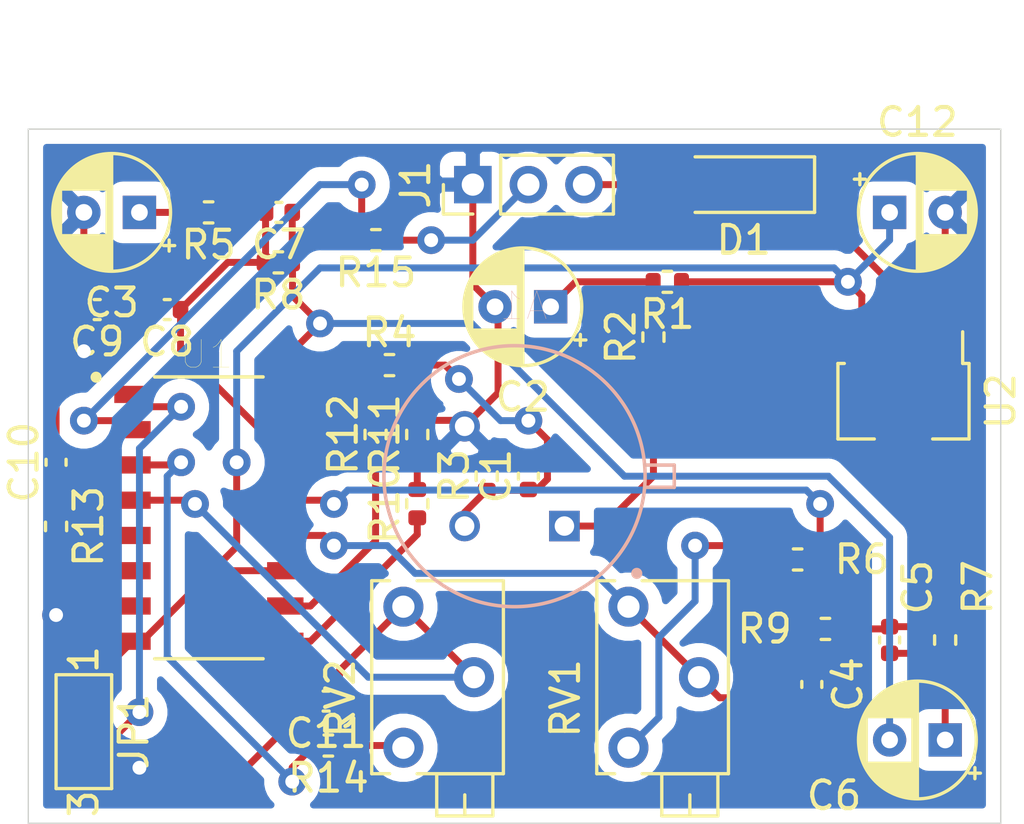
<source format=kicad_pcb>
(kicad_pcb (version 20171130) (host pcbnew "(5.1.9)-1")

  (general
    (thickness 1.6)
    (drawings 4)
    (tracks 183)
    (zones 0)
    (modules 35)
    (nets 29)
  )

  (page A4)
  (title_block
    (title "HC-SR501  Passive Infrared (PIR) Motion Sensor")
    (company "DCI - CESE")
    (comment 2 "Revisor: Florencia Battocchia")
    (comment 3 "Autor: Pablo Aguirre")
  )

  (layers
    (0 F.Cu signal)
    (31 B.Cu signal)
    (32 B.Adhes user)
    (33 F.Adhes user)
    (34 B.Paste user)
    (35 F.Paste user)
    (36 B.SilkS user)
    (37 F.SilkS user)
    (38 B.Mask user)
    (39 F.Mask user)
    (40 Dwgs.User user)
    (41 Cmts.User user)
    (42 Eco1.User user)
    (43 Eco2.User user)
    (44 Edge.Cuts user)
    (45 Margin user)
    (46 B.CrtYd user)
    (47 F.CrtYd user)
    (48 B.Fab user)
    (49 F.Fab user)
  )

  (setup
    (last_trace_width 0.25)
    (user_trace_width 0.25)
    (user_trace_width 0.8)
    (user_trace_width 1)
    (user_trace_width 1.2)
    (trace_clearance 0.25)
    (zone_clearance 0.508)
    (zone_45_only no)
    (trace_min 0.2)
    (via_size 0.8)
    (via_drill 0.4)
    (via_min_size 0.4)
    (via_min_drill 0.3)
    (user_via 1 0.5)
    (user_via 1.6 0.8)
    (user_via 2 1)
    (uvia_size 0.3)
    (uvia_drill 0.1)
    (uvias_allowed no)
    (uvia_min_size 0.2)
    (uvia_min_drill 0.1)
    (edge_width 0.05)
    (segment_width 0.2)
    (pcb_text_width 0.3)
    (pcb_text_size 1.5 1.5)
    (mod_edge_width 0.12)
    (mod_text_size 1 1)
    (mod_text_width 0.15)
    (pad_size 1.524 1.524)
    (pad_drill 0.762)
    (pad_to_mask_clearance 0)
    (aux_axis_origin 0 0)
    (visible_elements 7FFFFFFF)
    (pcbplotparams
      (layerselection 0x010fc_ffffffff)
      (usegerberextensions false)
      (usegerberattributes true)
      (usegerberadvancedattributes true)
      (creategerberjobfile true)
      (excludeedgelayer true)
      (linewidth 0.100000)
      (plotframeref false)
      (viasonmask false)
      (mode 1)
      (useauxorigin false)
      (hpglpennumber 1)
      (hpglpenspeed 20)
      (hpglpendiameter 15.000000)
      (psnegative false)
      (psa4output false)
      (plotreference true)
      (plotvalue true)
      (plotinvisibletext false)
      (padsonsilk false)
      (subtractmaskfromsilk false)
      (outputformat 1)
      (mirror false)
      (drillshape 1)
      (scaleselection 1)
      (outputdirectory ""))
  )

  (net 0 "")
  (net 1 "Net-(A1-Pad1)")
  (net 2 "Net-(A1-Pad2)")
  (net 3 GND)
  (net 4 "Net-(C2-Pad1)")
  (net 5 "Net-(C3-Pad1)")
  (net 6 /2IN-)
  (net 7 /2OUT)
  (net 8 "Net-(C5-Pad1)")
  (net 9 "Net-(C5-Pad2)")
  (net 10 /1OUT)
  (net 11 /1IN-)
  (net 12 "Net-(C8-Pad2)")
  (net 13 "Net-(C10-Pad1)")
  (net 14 "Net-(C11-Pad1)")
  (net 15 +3V3)
  (net 16 "Net-(D1-Pad1)")
  (net 17 /Vin)
  (net 18 "Net-(J1-Pad2)")
  (net 19 "Net-(JP1-Pad2)")
  (net 20 /1IN+)
  (net 21 "Net-(R6-Pad1)")
  (net 22 "Net-(R10-Pad2)")
  (net 23 "Net-(R10-Pad1)")
  (net 24 "Net-(R12-Pad1)")
  (net 25 "Net-(R13-Pad2)")
  (net 26 "Net-(R14-Pad1)")
  (net 27 "Net-(R14-Pad2)")
  (net 28 "Net-(R15-Pad2)")

  (net_class Default "This is the default net class."
    (clearance 0.25)
    (trace_width 0.25)
    (via_dia 0.8)
    (via_drill 0.4)
    (uvia_dia 0.3)
    (uvia_drill 0.1)
    (add_net +3V3)
    (add_net /1IN+)
    (add_net /1IN-)
    (add_net /1OUT)
    (add_net /2IN-)
    (add_net /2OUT)
    (add_net /Vin)
    (add_net GND)
    (add_net "Net-(A1-Pad1)")
    (add_net "Net-(A1-Pad2)")
    (add_net "Net-(C10-Pad1)")
    (add_net "Net-(C11-Pad1)")
    (add_net "Net-(C2-Pad1)")
    (add_net "Net-(C3-Pad1)")
    (add_net "Net-(C5-Pad1)")
    (add_net "Net-(C5-Pad2)")
    (add_net "Net-(C8-Pad2)")
    (add_net "Net-(D1-Pad1)")
    (add_net "Net-(J1-Pad2)")
    (add_net "Net-(JP1-Pad2)")
    (add_net "Net-(R10-Pad1)")
    (add_net "Net-(R10-Pad2)")
    (add_net "Net-(R12-Pad1)")
    (add_net "Net-(R13-Pad2)")
    (add_net "Net-(R14-Pad1)")
    (add_net "Net-(R14-Pad2)")
    (add_net "Net-(R15-Pad2)")
    (add_net "Net-(R6-Pad1)")
  )

  (module myLib:TO254P940H490-3 (layer B.Cu) (tedit 606D050C) (tstamp 60755F25)
    (at 77.5 52.5 180)
    (path /6070E70D)
    (fp_text reference A1 (at -0.325 6.135 180) (layer B.SilkS)
      (effects (font (size 1 1) (thickness 0.015)) (justify mirror))
    )
    (fp_text value IRA-S210ST01 (at 6.025 -6.135 180) (layer B.Fab)
      (effects (font (size 1 1) (thickness 0.015)) (justify mirror))
    )
    (fp_circle (center 0 0) (end 4.7 0) (layer B.SilkS) (width 0.127))
    (fp_line (start -4.69307 -0.4) (end -5.75 -0.4) (layer B.SilkS) (width 0.127))
    (fp_line (start -4.69307 0.4) (end -5.75 0.4) (layer B.SilkS) (width 0.127))
    (fp_line (start -5.75 -0.4) (end -5.75 0.4) (layer B.SilkS) (width 0.127))
    (fp_circle (center 0 0) (end 4.7 0) (layer B.Fab) (width 0.127))
    (fp_line (start -4.69307 -0.399512) (end -5.75 -0.399512) (layer B.Fab) (width 0.127))
    (fp_line (start -4.69307 0.399512) (end -5.75 0.399512) (layer B.Fab) (width 0.127))
    (fp_line (start -5.75 -0.399512) (end -5.75 0.399512) (layer B.Fab) (width 0.127))
    (fp_line (start -4.90722 -0.65) (end -6 -0.65) (layer B.CrtYd) (width 0.05))
    (fp_line (start -4.90722 0.65) (end -6 0.65) (layer B.CrtYd) (width 0.05))
    (fp_line (start -6 -0.65) (end -6 0.65) (layer B.CrtYd) (width 0.05))
    (fp_circle (center -4.4 -3.5) (end -4.3 -3.5) (layer B.SilkS) (width 0.2))
    (fp_circle (center -4.4 -3.5) (end -4.3 -3.5) (layer B.Fab) (width 0.2))
    (fp_arc (start 0 0) (end 0 4.95) (angle -180) (layer B.CrtYd) (width 0.05))
    (fp_arc (start 0.00094 -0.001167) (end -4.90722 0.65) (angle -82.4318) (layer B.CrtYd) (width 0.05))
    (fp_arc (start 0.001278 0.001552) (end -4.90722 -0.65) (angle 82.424) (layer B.CrtYd) (width 0.05))
    (pad 1 thru_hole rect (at -1.79605 -1.79605 180) (size 1.1 1.1) (drill 0.7) (layers *.Cu *.Mask)
      (net 1 "Net-(A1-Pad1)"))
    (pad 2 thru_hole circle (at 1.79605 -1.79605 180) (size 1.1 1.1) (drill 0.7) (layers *.Cu *.Mask)
      (net 2 "Net-(A1-Pad2)"))
    (pad 3 thru_hole circle (at 1.79605 1.79605 180) (size 1.1 1.1) (drill 0.7) (layers *.Cu *.Mask)
      (net 3 GND))
    (model C:/Users/aguir/Documents/CESE/DCI/Proyectos/tp-Pabloandag/myLib/IRA-S210ST01.step
      (at (xyz 0 0 0))
      (scale (xyz 1 1 1))
      (rotate (xyz -90 0 0))
    )
  )

  (module Capacitor_SMD:C_0402_1005Metric (layer F.Cu) (tedit 5F68FEEE) (tstamp 60755F36)
    (at 78 52.5 90)
    (descr "Capacitor SMD 0402 (1005 Metric), square (rectangular) end terminal, IPC_7351 nominal, (Body size source: IPC-SM-782 page 76, https://www.pcb-3d.com/wordpress/wp-content/uploads/ipc-sm-782a_amendment_1_and_2.pdf), generated with kicad-footprint-generator")
    (tags capacitor)
    (path /606915D5)
    (attr smd)
    (fp_text reference C1 (at 0 -1.16 90) (layer F.SilkS)
      (effects (font (size 1 1) (thickness 0.15)))
    )
    (fp_text value 10nF (at 0 1.16 90) (layer F.Fab)
      (effects (font (size 1 1) (thickness 0.15)))
    )
    (fp_line (start -0.5 0.25) (end -0.5 -0.25) (layer F.Fab) (width 0.1))
    (fp_line (start -0.5 -0.25) (end 0.5 -0.25) (layer F.Fab) (width 0.1))
    (fp_line (start 0.5 -0.25) (end 0.5 0.25) (layer F.Fab) (width 0.1))
    (fp_line (start 0.5 0.25) (end -0.5 0.25) (layer F.Fab) (width 0.1))
    (fp_line (start -0.107836 -0.36) (end 0.107836 -0.36) (layer F.SilkS) (width 0.12))
    (fp_line (start -0.107836 0.36) (end 0.107836 0.36) (layer F.SilkS) (width 0.12))
    (fp_line (start -0.91 0.46) (end -0.91 -0.46) (layer F.CrtYd) (width 0.05))
    (fp_line (start -0.91 -0.46) (end 0.91 -0.46) (layer F.CrtYd) (width 0.05))
    (fp_line (start 0.91 -0.46) (end 0.91 0.46) (layer F.CrtYd) (width 0.05))
    (fp_line (start 0.91 0.46) (end -0.91 0.46) (layer F.CrtYd) (width 0.05))
    (fp_text user %R (at 0 0 90) (layer F.Fab)
      (effects (font (size 0.25 0.25) (thickness 0.04)))
    )
    (pad 1 smd roundrect (at -0.48 0 90) (size 0.56 0.62) (layers F.Cu F.Paste F.Mask) (roundrect_rratio 0.25)
      (net 2 "Net-(A1-Pad2)"))
    (pad 2 smd roundrect (at 0.48 0 90) (size 0.56 0.62) (layers F.Cu F.Paste F.Mask) (roundrect_rratio 0.25)
      (net 3 GND))
    (model ${KISYS3DMOD}/Capacitor_SMD.3dshapes/C_0402_1005Metric.wrl
      (at (xyz 0 0 0))
      (scale (xyz 1 1 1))
      (rotate (xyz 0 0 0))
    )
  )

  (module Capacitor_THT:CP_Radial_D4.0mm_P2.00mm (layer F.Cu) (tedit 5AE50EF0) (tstamp 60755FA2)
    (at 78.8 46.4 180)
    (descr "CP, Radial series, Radial, pin pitch=2.00mm, , diameter=4mm, Electrolytic Capacitor")
    (tags "CP Radial series Radial pin pitch 2.00mm  diameter 4mm Electrolytic Capacitor")
    (path /60758159)
    (fp_text reference C2 (at 1 -3.25) (layer F.SilkS)
      (effects (font (size 1 1) (thickness 0.15)))
    )
    (fp_text value 47uF (at 1 3.25) (layer F.Fab)
      (effects (font (size 1 1) (thickness 0.15)))
    )
    (fp_line (start -1.069801 -1.395) (end -1.069801 -0.995) (layer F.SilkS) (width 0.12))
    (fp_line (start -1.269801 -1.195) (end -0.869801 -1.195) (layer F.SilkS) (width 0.12))
    (fp_line (start 3.081 -0.37) (end 3.081 0.37) (layer F.SilkS) (width 0.12))
    (fp_line (start 3.041 -0.537) (end 3.041 0.537) (layer F.SilkS) (width 0.12))
    (fp_line (start 3.001 -0.664) (end 3.001 0.664) (layer F.SilkS) (width 0.12))
    (fp_line (start 2.961 -0.768) (end 2.961 0.768) (layer F.SilkS) (width 0.12))
    (fp_line (start 2.921 -0.859) (end 2.921 0.859) (layer F.SilkS) (width 0.12))
    (fp_line (start 2.881 -0.94) (end 2.881 0.94) (layer F.SilkS) (width 0.12))
    (fp_line (start 2.841 -1.013) (end 2.841 1.013) (layer F.SilkS) (width 0.12))
    (fp_line (start 2.801 0.84) (end 2.801 1.08) (layer F.SilkS) (width 0.12))
    (fp_line (start 2.801 -1.08) (end 2.801 -0.84) (layer F.SilkS) (width 0.12))
    (fp_line (start 2.761 0.84) (end 2.761 1.142) (layer F.SilkS) (width 0.12))
    (fp_line (start 2.761 -1.142) (end 2.761 -0.84) (layer F.SilkS) (width 0.12))
    (fp_line (start 2.721 0.84) (end 2.721 1.2) (layer F.SilkS) (width 0.12))
    (fp_line (start 2.721 -1.2) (end 2.721 -0.84) (layer F.SilkS) (width 0.12))
    (fp_line (start 2.681 0.84) (end 2.681 1.254) (layer F.SilkS) (width 0.12))
    (fp_line (start 2.681 -1.254) (end 2.681 -0.84) (layer F.SilkS) (width 0.12))
    (fp_line (start 2.641 0.84) (end 2.641 1.304) (layer F.SilkS) (width 0.12))
    (fp_line (start 2.641 -1.304) (end 2.641 -0.84) (layer F.SilkS) (width 0.12))
    (fp_line (start 2.601 0.84) (end 2.601 1.351) (layer F.SilkS) (width 0.12))
    (fp_line (start 2.601 -1.351) (end 2.601 -0.84) (layer F.SilkS) (width 0.12))
    (fp_line (start 2.561 0.84) (end 2.561 1.396) (layer F.SilkS) (width 0.12))
    (fp_line (start 2.561 -1.396) (end 2.561 -0.84) (layer F.SilkS) (width 0.12))
    (fp_line (start 2.521 0.84) (end 2.521 1.438) (layer F.SilkS) (width 0.12))
    (fp_line (start 2.521 -1.438) (end 2.521 -0.84) (layer F.SilkS) (width 0.12))
    (fp_line (start 2.481 0.84) (end 2.481 1.478) (layer F.SilkS) (width 0.12))
    (fp_line (start 2.481 -1.478) (end 2.481 -0.84) (layer F.SilkS) (width 0.12))
    (fp_line (start 2.441 0.84) (end 2.441 1.516) (layer F.SilkS) (width 0.12))
    (fp_line (start 2.441 -1.516) (end 2.441 -0.84) (layer F.SilkS) (width 0.12))
    (fp_line (start 2.401 0.84) (end 2.401 1.552) (layer F.SilkS) (width 0.12))
    (fp_line (start 2.401 -1.552) (end 2.401 -0.84) (layer F.SilkS) (width 0.12))
    (fp_line (start 2.361 0.84) (end 2.361 1.587) (layer F.SilkS) (width 0.12))
    (fp_line (start 2.361 -1.587) (end 2.361 -0.84) (layer F.SilkS) (width 0.12))
    (fp_line (start 2.321 0.84) (end 2.321 1.619) (layer F.SilkS) (width 0.12))
    (fp_line (start 2.321 -1.619) (end 2.321 -0.84) (layer F.SilkS) (width 0.12))
    (fp_line (start 2.281 0.84) (end 2.281 1.65) (layer F.SilkS) (width 0.12))
    (fp_line (start 2.281 -1.65) (end 2.281 -0.84) (layer F.SilkS) (width 0.12))
    (fp_line (start 2.241 0.84) (end 2.241 1.68) (layer F.SilkS) (width 0.12))
    (fp_line (start 2.241 -1.68) (end 2.241 -0.84) (layer F.SilkS) (width 0.12))
    (fp_line (start 2.201 0.84) (end 2.201 1.708) (layer F.SilkS) (width 0.12))
    (fp_line (start 2.201 -1.708) (end 2.201 -0.84) (layer F.SilkS) (width 0.12))
    (fp_line (start 2.161 0.84) (end 2.161 1.735) (layer F.SilkS) (width 0.12))
    (fp_line (start 2.161 -1.735) (end 2.161 -0.84) (layer F.SilkS) (width 0.12))
    (fp_line (start 2.121 0.84) (end 2.121 1.76) (layer F.SilkS) (width 0.12))
    (fp_line (start 2.121 -1.76) (end 2.121 -0.84) (layer F.SilkS) (width 0.12))
    (fp_line (start 2.081 0.84) (end 2.081 1.785) (layer F.SilkS) (width 0.12))
    (fp_line (start 2.081 -1.785) (end 2.081 -0.84) (layer F.SilkS) (width 0.12))
    (fp_line (start 2.041 0.84) (end 2.041 1.808) (layer F.SilkS) (width 0.12))
    (fp_line (start 2.041 -1.808) (end 2.041 -0.84) (layer F.SilkS) (width 0.12))
    (fp_line (start 2.001 0.84) (end 2.001 1.83) (layer F.SilkS) (width 0.12))
    (fp_line (start 2.001 -1.83) (end 2.001 -0.84) (layer F.SilkS) (width 0.12))
    (fp_line (start 1.961 0.84) (end 1.961 1.851) (layer F.SilkS) (width 0.12))
    (fp_line (start 1.961 -1.851) (end 1.961 -0.84) (layer F.SilkS) (width 0.12))
    (fp_line (start 1.921 0.84) (end 1.921 1.87) (layer F.SilkS) (width 0.12))
    (fp_line (start 1.921 -1.87) (end 1.921 -0.84) (layer F.SilkS) (width 0.12))
    (fp_line (start 1.881 0.84) (end 1.881 1.889) (layer F.SilkS) (width 0.12))
    (fp_line (start 1.881 -1.889) (end 1.881 -0.84) (layer F.SilkS) (width 0.12))
    (fp_line (start 1.841 0.84) (end 1.841 1.907) (layer F.SilkS) (width 0.12))
    (fp_line (start 1.841 -1.907) (end 1.841 -0.84) (layer F.SilkS) (width 0.12))
    (fp_line (start 1.801 0.84) (end 1.801 1.924) (layer F.SilkS) (width 0.12))
    (fp_line (start 1.801 -1.924) (end 1.801 -0.84) (layer F.SilkS) (width 0.12))
    (fp_line (start 1.761 0.84) (end 1.761 1.94) (layer F.SilkS) (width 0.12))
    (fp_line (start 1.761 -1.94) (end 1.761 -0.84) (layer F.SilkS) (width 0.12))
    (fp_line (start 1.721 0.84) (end 1.721 1.954) (layer F.SilkS) (width 0.12))
    (fp_line (start 1.721 -1.954) (end 1.721 -0.84) (layer F.SilkS) (width 0.12))
    (fp_line (start 1.68 0.84) (end 1.68 1.968) (layer F.SilkS) (width 0.12))
    (fp_line (start 1.68 -1.968) (end 1.68 -0.84) (layer F.SilkS) (width 0.12))
    (fp_line (start 1.64 0.84) (end 1.64 1.982) (layer F.SilkS) (width 0.12))
    (fp_line (start 1.64 -1.982) (end 1.64 -0.84) (layer F.SilkS) (width 0.12))
    (fp_line (start 1.6 0.84) (end 1.6 1.994) (layer F.SilkS) (width 0.12))
    (fp_line (start 1.6 -1.994) (end 1.6 -0.84) (layer F.SilkS) (width 0.12))
    (fp_line (start 1.56 0.84) (end 1.56 2.005) (layer F.SilkS) (width 0.12))
    (fp_line (start 1.56 -2.005) (end 1.56 -0.84) (layer F.SilkS) (width 0.12))
    (fp_line (start 1.52 0.84) (end 1.52 2.016) (layer F.SilkS) (width 0.12))
    (fp_line (start 1.52 -2.016) (end 1.52 -0.84) (layer F.SilkS) (width 0.12))
    (fp_line (start 1.48 0.84) (end 1.48 2.025) (layer F.SilkS) (width 0.12))
    (fp_line (start 1.48 -2.025) (end 1.48 -0.84) (layer F.SilkS) (width 0.12))
    (fp_line (start 1.44 0.84) (end 1.44 2.034) (layer F.SilkS) (width 0.12))
    (fp_line (start 1.44 -2.034) (end 1.44 -0.84) (layer F.SilkS) (width 0.12))
    (fp_line (start 1.4 0.84) (end 1.4 2.042) (layer F.SilkS) (width 0.12))
    (fp_line (start 1.4 -2.042) (end 1.4 -0.84) (layer F.SilkS) (width 0.12))
    (fp_line (start 1.36 0.84) (end 1.36 2.05) (layer F.SilkS) (width 0.12))
    (fp_line (start 1.36 -2.05) (end 1.36 -0.84) (layer F.SilkS) (width 0.12))
    (fp_line (start 1.32 0.84) (end 1.32 2.056) (layer F.SilkS) (width 0.12))
    (fp_line (start 1.32 -2.056) (end 1.32 -0.84) (layer F.SilkS) (width 0.12))
    (fp_line (start 1.28 0.84) (end 1.28 2.062) (layer F.SilkS) (width 0.12))
    (fp_line (start 1.28 -2.062) (end 1.28 -0.84) (layer F.SilkS) (width 0.12))
    (fp_line (start 1.24 0.84) (end 1.24 2.067) (layer F.SilkS) (width 0.12))
    (fp_line (start 1.24 -2.067) (end 1.24 -0.84) (layer F.SilkS) (width 0.12))
    (fp_line (start 1.2 0.84) (end 1.2 2.071) (layer F.SilkS) (width 0.12))
    (fp_line (start 1.2 -2.071) (end 1.2 -0.84) (layer F.SilkS) (width 0.12))
    (fp_line (start 1.16 -2.074) (end 1.16 2.074) (layer F.SilkS) (width 0.12))
    (fp_line (start 1.12 -2.077) (end 1.12 2.077) (layer F.SilkS) (width 0.12))
    (fp_line (start 1.08 -2.079) (end 1.08 2.079) (layer F.SilkS) (width 0.12))
    (fp_line (start 1.04 -2.08) (end 1.04 2.08) (layer F.SilkS) (width 0.12))
    (fp_line (start 1 -2.08) (end 1 2.08) (layer F.SilkS) (width 0.12))
    (fp_line (start -0.502554 -1.0675) (end -0.502554 -0.6675) (layer F.Fab) (width 0.1))
    (fp_line (start -0.702554 -0.8675) (end -0.302554 -0.8675) (layer F.Fab) (width 0.1))
    (fp_circle (center 1 0) (end 3.25 0) (layer F.CrtYd) (width 0.05))
    (fp_circle (center 1 0) (end 3.12 0) (layer F.SilkS) (width 0.12))
    (fp_circle (center 1 0) (end 3 0) (layer F.Fab) (width 0.1))
    (fp_text user %R (at 1 0) (layer F.Fab)
      (effects (font (size 0.8 0.8) (thickness 0.12)))
    )
    (pad 2 thru_hole circle (at 2 0 180) (size 1.2 1.2) (drill 0.6) (layers *.Cu *.Mask)
      (net 3 GND))
    (pad 1 thru_hole rect (at 0 0 180) (size 1.2 1.2) (drill 0.6) (layers *.Cu *.Mask)
      (net 4 "Net-(C2-Pad1)"))
    (model ${KISYS3DMOD}/Capacitor_THT.3dshapes/CP_Radial_D4.0mm_P2.00mm.wrl
      (at (xyz 0 0 0))
      (scale (xyz 1 1 1))
      (rotate (xyz 0 0 0))
    )
  )

  (module Capacitor_THT:CP_Radial_D4.0mm_P2.00mm (layer F.Cu) (tedit 5AE50EF0) (tstamp 6075600E)
    (at 64 43 180)
    (descr "CP, Radial series, Radial, pin pitch=2.00mm, , diameter=4mm, Electrolytic Capacitor")
    (tags "CP Radial series Radial pin pitch 2.00mm  diameter 4mm Electrolytic Capacitor")
    (path /6067035B)
    (fp_text reference C3 (at 1 -3.25) (layer F.SilkS)
      (effects (font (size 1 1) (thickness 0.15)))
    )
    (fp_text value 47uF (at 1 3.25) (layer F.Fab)
      (effects (font (size 1 1) (thickness 0.15)))
    )
    (fp_circle (center 1 0) (end 3 0) (layer F.Fab) (width 0.1))
    (fp_circle (center 1 0) (end 3.12 0) (layer F.SilkS) (width 0.12))
    (fp_circle (center 1 0) (end 3.25 0) (layer F.CrtYd) (width 0.05))
    (fp_line (start -0.702554 -0.8675) (end -0.302554 -0.8675) (layer F.Fab) (width 0.1))
    (fp_line (start -0.502554 -1.0675) (end -0.502554 -0.6675) (layer F.Fab) (width 0.1))
    (fp_line (start 1 -2.08) (end 1 2.08) (layer F.SilkS) (width 0.12))
    (fp_line (start 1.04 -2.08) (end 1.04 2.08) (layer F.SilkS) (width 0.12))
    (fp_line (start 1.08 -2.079) (end 1.08 2.079) (layer F.SilkS) (width 0.12))
    (fp_line (start 1.12 -2.077) (end 1.12 2.077) (layer F.SilkS) (width 0.12))
    (fp_line (start 1.16 -2.074) (end 1.16 2.074) (layer F.SilkS) (width 0.12))
    (fp_line (start 1.2 -2.071) (end 1.2 -0.84) (layer F.SilkS) (width 0.12))
    (fp_line (start 1.2 0.84) (end 1.2 2.071) (layer F.SilkS) (width 0.12))
    (fp_line (start 1.24 -2.067) (end 1.24 -0.84) (layer F.SilkS) (width 0.12))
    (fp_line (start 1.24 0.84) (end 1.24 2.067) (layer F.SilkS) (width 0.12))
    (fp_line (start 1.28 -2.062) (end 1.28 -0.84) (layer F.SilkS) (width 0.12))
    (fp_line (start 1.28 0.84) (end 1.28 2.062) (layer F.SilkS) (width 0.12))
    (fp_line (start 1.32 -2.056) (end 1.32 -0.84) (layer F.SilkS) (width 0.12))
    (fp_line (start 1.32 0.84) (end 1.32 2.056) (layer F.SilkS) (width 0.12))
    (fp_line (start 1.36 -2.05) (end 1.36 -0.84) (layer F.SilkS) (width 0.12))
    (fp_line (start 1.36 0.84) (end 1.36 2.05) (layer F.SilkS) (width 0.12))
    (fp_line (start 1.4 -2.042) (end 1.4 -0.84) (layer F.SilkS) (width 0.12))
    (fp_line (start 1.4 0.84) (end 1.4 2.042) (layer F.SilkS) (width 0.12))
    (fp_line (start 1.44 -2.034) (end 1.44 -0.84) (layer F.SilkS) (width 0.12))
    (fp_line (start 1.44 0.84) (end 1.44 2.034) (layer F.SilkS) (width 0.12))
    (fp_line (start 1.48 -2.025) (end 1.48 -0.84) (layer F.SilkS) (width 0.12))
    (fp_line (start 1.48 0.84) (end 1.48 2.025) (layer F.SilkS) (width 0.12))
    (fp_line (start 1.52 -2.016) (end 1.52 -0.84) (layer F.SilkS) (width 0.12))
    (fp_line (start 1.52 0.84) (end 1.52 2.016) (layer F.SilkS) (width 0.12))
    (fp_line (start 1.56 -2.005) (end 1.56 -0.84) (layer F.SilkS) (width 0.12))
    (fp_line (start 1.56 0.84) (end 1.56 2.005) (layer F.SilkS) (width 0.12))
    (fp_line (start 1.6 -1.994) (end 1.6 -0.84) (layer F.SilkS) (width 0.12))
    (fp_line (start 1.6 0.84) (end 1.6 1.994) (layer F.SilkS) (width 0.12))
    (fp_line (start 1.64 -1.982) (end 1.64 -0.84) (layer F.SilkS) (width 0.12))
    (fp_line (start 1.64 0.84) (end 1.64 1.982) (layer F.SilkS) (width 0.12))
    (fp_line (start 1.68 -1.968) (end 1.68 -0.84) (layer F.SilkS) (width 0.12))
    (fp_line (start 1.68 0.84) (end 1.68 1.968) (layer F.SilkS) (width 0.12))
    (fp_line (start 1.721 -1.954) (end 1.721 -0.84) (layer F.SilkS) (width 0.12))
    (fp_line (start 1.721 0.84) (end 1.721 1.954) (layer F.SilkS) (width 0.12))
    (fp_line (start 1.761 -1.94) (end 1.761 -0.84) (layer F.SilkS) (width 0.12))
    (fp_line (start 1.761 0.84) (end 1.761 1.94) (layer F.SilkS) (width 0.12))
    (fp_line (start 1.801 -1.924) (end 1.801 -0.84) (layer F.SilkS) (width 0.12))
    (fp_line (start 1.801 0.84) (end 1.801 1.924) (layer F.SilkS) (width 0.12))
    (fp_line (start 1.841 -1.907) (end 1.841 -0.84) (layer F.SilkS) (width 0.12))
    (fp_line (start 1.841 0.84) (end 1.841 1.907) (layer F.SilkS) (width 0.12))
    (fp_line (start 1.881 -1.889) (end 1.881 -0.84) (layer F.SilkS) (width 0.12))
    (fp_line (start 1.881 0.84) (end 1.881 1.889) (layer F.SilkS) (width 0.12))
    (fp_line (start 1.921 -1.87) (end 1.921 -0.84) (layer F.SilkS) (width 0.12))
    (fp_line (start 1.921 0.84) (end 1.921 1.87) (layer F.SilkS) (width 0.12))
    (fp_line (start 1.961 -1.851) (end 1.961 -0.84) (layer F.SilkS) (width 0.12))
    (fp_line (start 1.961 0.84) (end 1.961 1.851) (layer F.SilkS) (width 0.12))
    (fp_line (start 2.001 -1.83) (end 2.001 -0.84) (layer F.SilkS) (width 0.12))
    (fp_line (start 2.001 0.84) (end 2.001 1.83) (layer F.SilkS) (width 0.12))
    (fp_line (start 2.041 -1.808) (end 2.041 -0.84) (layer F.SilkS) (width 0.12))
    (fp_line (start 2.041 0.84) (end 2.041 1.808) (layer F.SilkS) (width 0.12))
    (fp_line (start 2.081 -1.785) (end 2.081 -0.84) (layer F.SilkS) (width 0.12))
    (fp_line (start 2.081 0.84) (end 2.081 1.785) (layer F.SilkS) (width 0.12))
    (fp_line (start 2.121 -1.76) (end 2.121 -0.84) (layer F.SilkS) (width 0.12))
    (fp_line (start 2.121 0.84) (end 2.121 1.76) (layer F.SilkS) (width 0.12))
    (fp_line (start 2.161 -1.735) (end 2.161 -0.84) (layer F.SilkS) (width 0.12))
    (fp_line (start 2.161 0.84) (end 2.161 1.735) (layer F.SilkS) (width 0.12))
    (fp_line (start 2.201 -1.708) (end 2.201 -0.84) (layer F.SilkS) (width 0.12))
    (fp_line (start 2.201 0.84) (end 2.201 1.708) (layer F.SilkS) (width 0.12))
    (fp_line (start 2.241 -1.68) (end 2.241 -0.84) (layer F.SilkS) (width 0.12))
    (fp_line (start 2.241 0.84) (end 2.241 1.68) (layer F.SilkS) (width 0.12))
    (fp_line (start 2.281 -1.65) (end 2.281 -0.84) (layer F.SilkS) (width 0.12))
    (fp_line (start 2.281 0.84) (end 2.281 1.65) (layer F.SilkS) (width 0.12))
    (fp_line (start 2.321 -1.619) (end 2.321 -0.84) (layer F.SilkS) (width 0.12))
    (fp_line (start 2.321 0.84) (end 2.321 1.619) (layer F.SilkS) (width 0.12))
    (fp_line (start 2.361 -1.587) (end 2.361 -0.84) (layer F.SilkS) (width 0.12))
    (fp_line (start 2.361 0.84) (end 2.361 1.587) (layer F.SilkS) (width 0.12))
    (fp_line (start 2.401 -1.552) (end 2.401 -0.84) (layer F.SilkS) (width 0.12))
    (fp_line (start 2.401 0.84) (end 2.401 1.552) (layer F.SilkS) (width 0.12))
    (fp_line (start 2.441 -1.516) (end 2.441 -0.84) (layer F.SilkS) (width 0.12))
    (fp_line (start 2.441 0.84) (end 2.441 1.516) (layer F.SilkS) (width 0.12))
    (fp_line (start 2.481 -1.478) (end 2.481 -0.84) (layer F.SilkS) (width 0.12))
    (fp_line (start 2.481 0.84) (end 2.481 1.478) (layer F.SilkS) (width 0.12))
    (fp_line (start 2.521 -1.438) (end 2.521 -0.84) (layer F.SilkS) (width 0.12))
    (fp_line (start 2.521 0.84) (end 2.521 1.438) (layer F.SilkS) (width 0.12))
    (fp_line (start 2.561 -1.396) (end 2.561 -0.84) (layer F.SilkS) (width 0.12))
    (fp_line (start 2.561 0.84) (end 2.561 1.396) (layer F.SilkS) (width 0.12))
    (fp_line (start 2.601 -1.351) (end 2.601 -0.84) (layer F.SilkS) (width 0.12))
    (fp_line (start 2.601 0.84) (end 2.601 1.351) (layer F.SilkS) (width 0.12))
    (fp_line (start 2.641 -1.304) (end 2.641 -0.84) (layer F.SilkS) (width 0.12))
    (fp_line (start 2.641 0.84) (end 2.641 1.304) (layer F.SilkS) (width 0.12))
    (fp_line (start 2.681 -1.254) (end 2.681 -0.84) (layer F.SilkS) (width 0.12))
    (fp_line (start 2.681 0.84) (end 2.681 1.254) (layer F.SilkS) (width 0.12))
    (fp_line (start 2.721 -1.2) (end 2.721 -0.84) (layer F.SilkS) (width 0.12))
    (fp_line (start 2.721 0.84) (end 2.721 1.2) (layer F.SilkS) (width 0.12))
    (fp_line (start 2.761 -1.142) (end 2.761 -0.84) (layer F.SilkS) (width 0.12))
    (fp_line (start 2.761 0.84) (end 2.761 1.142) (layer F.SilkS) (width 0.12))
    (fp_line (start 2.801 -1.08) (end 2.801 -0.84) (layer F.SilkS) (width 0.12))
    (fp_line (start 2.801 0.84) (end 2.801 1.08) (layer F.SilkS) (width 0.12))
    (fp_line (start 2.841 -1.013) (end 2.841 1.013) (layer F.SilkS) (width 0.12))
    (fp_line (start 2.881 -0.94) (end 2.881 0.94) (layer F.SilkS) (width 0.12))
    (fp_line (start 2.921 -0.859) (end 2.921 0.859) (layer F.SilkS) (width 0.12))
    (fp_line (start 2.961 -0.768) (end 2.961 0.768) (layer F.SilkS) (width 0.12))
    (fp_line (start 3.001 -0.664) (end 3.001 0.664) (layer F.SilkS) (width 0.12))
    (fp_line (start 3.041 -0.537) (end 3.041 0.537) (layer F.SilkS) (width 0.12))
    (fp_line (start 3.081 -0.37) (end 3.081 0.37) (layer F.SilkS) (width 0.12))
    (fp_line (start -1.269801 -1.195) (end -0.869801 -1.195) (layer F.SilkS) (width 0.12))
    (fp_line (start -1.069801 -1.395) (end -1.069801 -0.995) (layer F.SilkS) (width 0.12))
    (fp_text user %R (at 1 0) (layer F.Fab)
      (effects (font (size 0.8 0.8) (thickness 0.12)))
    )
    (pad 1 thru_hole rect (at 0 0 180) (size 1.2 1.2) (drill 0.6) (layers *.Cu *.Mask)
      (net 5 "Net-(C3-Pad1)"))
    (pad 2 thru_hole circle (at 2 0 180) (size 1.2 1.2) (drill 0.6) (layers *.Cu *.Mask)
      (net 3 GND))
    (model ${KISYS3DMOD}/Capacitor_THT.3dshapes/CP_Radial_D4.0mm_P2.00mm.wrl
      (at (xyz 0 0 0))
      (scale (xyz 1 1 1))
      (rotate (xyz 0 0 0))
    )
  )

  (module Capacitor_SMD:C_0402_1005Metric (layer F.Cu) (tedit 5F68FEEE) (tstamp 6075887F)
    (at 88.2 60 90)
    (descr "Capacitor SMD 0402 (1005 Metric), square (rectangular) end terminal, IPC_7351 nominal, (Body size source: IPC-SM-782 page 76, https://www.pcb-3d.com/wordpress/wp-content/uploads/ipc-sm-782a_amendment_1_and_2.pdf), generated with kicad-footprint-generator")
    (tags capacitor)
    (path /60684C72)
    (attr smd)
    (fp_text reference C4 (at 0 1.3 90) (layer F.SilkS)
      (effects (font (size 1 1) (thickness 0.15)))
    )
    (fp_text value 10nF (at 0 1.16 90) (layer F.Fab)
      (effects (font (size 1 1) (thickness 0.15)))
    )
    (fp_line (start 0.91 0.46) (end -0.91 0.46) (layer F.CrtYd) (width 0.05))
    (fp_line (start 0.91 -0.46) (end 0.91 0.46) (layer F.CrtYd) (width 0.05))
    (fp_line (start -0.91 -0.46) (end 0.91 -0.46) (layer F.CrtYd) (width 0.05))
    (fp_line (start -0.91 0.46) (end -0.91 -0.46) (layer F.CrtYd) (width 0.05))
    (fp_line (start -0.107836 0.36) (end 0.107836 0.36) (layer F.SilkS) (width 0.12))
    (fp_line (start -0.107836 -0.36) (end 0.107836 -0.36) (layer F.SilkS) (width 0.12))
    (fp_line (start 0.5 0.25) (end -0.5 0.25) (layer F.Fab) (width 0.1))
    (fp_line (start 0.5 -0.25) (end 0.5 0.25) (layer F.Fab) (width 0.1))
    (fp_line (start -0.5 -0.25) (end 0.5 -0.25) (layer F.Fab) (width 0.1))
    (fp_line (start -0.5 0.25) (end -0.5 -0.25) (layer F.Fab) (width 0.1))
    (fp_text user %R (at 0 0 90) (layer F.Fab)
      (effects (font (size 0.25 0.25) (thickness 0.04)))
    )
    (pad 2 smd roundrect (at 0.48 0 90) (size 0.56 0.62) (layers F.Cu F.Paste F.Mask) (roundrect_rratio 0.25)
      (net 6 /2IN-))
    (pad 1 smd roundrect (at -0.48 0 90) (size 0.56 0.62) (layers F.Cu F.Paste F.Mask) (roundrect_rratio 0.25)
      (net 7 /2OUT))
    (model ${KISYS3DMOD}/Capacitor_SMD.3dshapes/C_0402_1005Metric.wrl
      (at (xyz 0 0 0))
      (scale (xyz 1 1 1))
      (rotate (xyz 0 0 0))
    )
  )

  (module Capacitor_SMD:C_0402_1005Metric (layer F.Cu) (tedit 5F68FEEE) (tstamp 60756030)
    (at 91 58.4 270)
    (descr "Capacitor SMD 0402 (1005 Metric), square (rectangular) end terminal, IPC_7351 nominal, (Body size source: IPC-SM-782 page 76, https://www.pcb-3d.com/wordpress/wp-content/uploads/ipc-sm-782a_amendment_1_and_2.pdf), generated with kicad-footprint-generator")
    (tags capacitor)
    (path /60683862)
    (attr smd)
    (fp_text reference C5 (at -1.9 -1 90) (layer F.SilkS)
      (effects (font (size 1 1) (thickness 0.15)))
    )
    (fp_text value 100nF (at 0 1.16 90) (layer F.Fab)
      (effects (font (size 1 1) (thickness 0.15)))
    )
    (fp_line (start -0.5 0.25) (end -0.5 -0.25) (layer F.Fab) (width 0.1))
    (fp_line (start -0.5 -0.25) (end 0.5 -0.25) (layer F.Fab) (width 0.1))
    (fp_line (start 0.5 -0.25) (end 0.5 0.25) (layer F.Fab) (width 0.1))
    (fp_line (start 0.5 0.25) (end -0.5 0.25) (layer F.Fab) (width 0.1))
    (fp_line (start -0.107836 -0.36) (end 0.107836 -0.36) (layer F.SilkS) (width 0.12))
    (fp_line (start -0.107836 0.36) (end 0.107836 0.36) (layer F.SilkS) (width 0.12))
    (fp_line (start -0.91 0.46) (end -0.91 -0.46) (layer F.CrtYd) (width 0.05))
    (fp_line (start -0.91 -0.46) (end 0.91 -0.46) (layer F.CrtYd) (width 0.05))
    (fp_line (start 0.91 -0.46) (end 0.91 0.46) (layer F.CrtYd) (width 0.05))
    (fp_line (start 0.91 0.46) (end -0.91 0.46) (layer F.CrtYd) (width 0.05))
    (fp_text user %R (at 0 0 90) (layer F.Fab)
      (effects (font (size 0.25 0.25) (thickness 0.04)))
    )
    (pad 1 smd roundrect (at -0.48 0 270) (size 0.56 0.62) (layers F.Cu F.Paste F.Mask) (roundrect_rratio 0.25)
      (net 8 "Net-(C5-Pad1)"))
    (pad 2 smd roundrect (at 0.48 0 270) (size 0.56 0.62) (layers F.Cu F.Paste F.Mask) (roundrect_rratio 0.25)
      (net 9 "Net-(C5-Pad2)"))
    (model ${KISYS3DMOD}/Capacitor_SMD.3dshapes/C_0402_1005Metric.wrl
      (at (xyz 0 0 0))
      (scale (xyz 1 1 1))
      (rotate (xyz 0 0 0))
    )
  )

  (module Capacitor_THT:CP_Radial_D4.0mm_P2.00mm (layer F.Cu) (tedit 5AE50EF0) (tstamp 607574BA)
    (at 93 62 180)
    (descr "CP, Radial series, Radial, pin pitch=2.00mm, , diameter=4mm, Electrolytic Capacitor")
    (tags "CP Radial series Radial pin pitch 2.00mm  diameter 4mm Electrolytic Capacitor")
    (path /6068252A)
    (fp_text reference C6 (at 4 -2) (layer F.SilkS)
      (effects (font (size 1 1) (thickness 0.15)))
    )
    (fp_text value 22uF (at 1 3.25) (layer F.Fab)
      (effects (font (size 1 1) (thickness 0.15)))
    )
    (fp_circle (center 1 0) (end 3 0) (layer F.Fab) (width 0.1))
    (fp_circle (center 1 0) (end 3.12 0) (layer F.SilkS) (width 0.12))
    (fp_circle (center 1 0) (end 3.25 0) (layer F.CrtYd) (width 0.05))
    (fp_line (start -0.702554 -0.8675) (end -0.302554 -0.8675) (layer F.Fab) (width 0.1))
    (fp_line (start -0.502554 -1.0675) (end -0.502554 -0.6675) (layer F.Fab) (width 0.1))
    (fp_line (start 1 -2.08) (end 1 2.08) (layer F.SilkS) (width 0.12))
    (fp_line (start 1.04 -2.08) (end 1.04 2.08) (layer F.SilkS) (width 0.12))
    (fp_line (start 1.08 -2.079) (end 1.08 2.079) (layer F.SilkS) (width 0.12))
    (fp_line (start 1.12 -2.077) (end 1.12 2.077) (layer F.SilkS) (width 0.12))
    (fp_line (start 1.16 -2.074) (end 1.16 2.074) (layer F.SilkS) (width 0.12))
    (fp_line (start 1.2 -2.071) (end 1.2 -0.84) (layer F.SilkS) (width 0.12))
    (fp_line (start 1.2 0.84) (end 1.2 2.071) (layer F.SilkS) (width 0.12))
    (fp_line (start 1.24 -2.067) (end 1.24 -0.84) (layer F.SilkS) (width 0.12))
    (fp_line (start 1.24 0.84) (end 1.24 2.067) (layer F.SilkS) (width 0.12))
    (fp_line (start 1.28 -2.062) (end 1.28 -0.84) (layer F.SilkS) (width 0.12))
    (fp_line (start 1.28 0.84) (end 1.28 2.062) (layer F.SilkS) (width 0.12))
    (fp_line (start 1.32 -2.056) (end 1.32 -0.84) (layer F.SilkS) (width 0.12))
    (fp_line (start 1.32 0.84) (end 1.32 2.056) (layer F.SilkS) (width 0.12))
    (fp_line (start 1.36 -2.05) (end 1.36 -0.84) (layer F.SilkS) (width 0.12))
    (fp_line (start 1.36 0.84) (end 1.36 2.05) (layer F.SilkS) (width 0.12))
    (fp_line (start 1.4 -2.042) (end 1.4 -0.84) (layer F.SilkS) (width 0.12))
    (fp_line (start 1.4 0.84) (end 1.4 2.042) (layer F.SilkS) (width 0.12))
    (fp_line (start 1.44 -2.034) (end 1.44 -0.84) (layer F.SilkS) (width 0.12))
    (fp_line (start 1.44 0.84) (end 1.44 2.034) (layer F.SilkS) (width 0.12))
    (fp_line (start 1.48 -2.025) (end 1.48 -0.84) (layer F.SilkS) (width 0.12))
    (fp_line (start 1.48 0.84) (end 1.48 2.025) (layer F.SilkS) (width 0.12))
    (fp_line (start 1.52 -2.016) (end 1.52 -0.84) (layer F.SilkS) (width 0.12))
    (fp_line (start 1.52 0.84) (end 1.52 2.016) (layer F.SilkS) (width 0.12))
    (fp_line (start 1.56 -2.005) (end 1.56 -0.84) (layer F.SilkS) (width 0.12))
    (fp_line (start 1.56 0.84) (end 1.56 2.005) (layer F.SilkS) (width 0.12))
    (fp_line (start 1.6 -1.994) (end 1.6 -0.84) (layer F.SilkS) (width 0.12))
    (fp_line (start 1.6 0.84) (end 1.6 1.994) (layer F.SilkS) (width 0.12))
    (fp_line (start 1.64 -1.982) (end 1.64 -0.84) (layer F.SilkS) (width 0.12))
    (fp_line (start 1.64 0.84) (end 1.64 1.982) (layer F.SilkS) (width 0.12))
    (fp_line (start 1.68 -1.968) (end 1.68 -0.84) (layer F.SilkS) (width 0.12))
    (fp_line (start 1.68 0.84) (end 1.68 1.968) (layer F.SilkS) (width 0.12))
    (fp_line (start 1.721 -1.954) (end 1.721 -0.84) (layer F.SilkS) (width 0.12))
    (fp_line (start 1.721 0.84) (end 1.721 1.954) (layer F.SilkS) (width 0.12))
    (fp_line (start 1.761 -1.94) (end 1.761 -0.84) (layer F.SilkS) (width 0.12))
    (fp_line (start 1.761 0.84) (end 1.761 1.94) (layer F.SilkS) (width 0.12))
    (fp_line (start 1.801 -1.924) (end 1.801 -0.84) (layer F.SilkS) (width 0.12))
    (fp_line (start 1.801 0.84) (end 1.801 1.924) (layer F.SilkS) (width 0.12))
    (fp_line (start 1.841 -1.907) (end 1.841 -0.84) (layer F.SilkS) (width 0.12))
    (fp_line (start 1.841 0.84) (end 1.841 1.907) (layer F.SilkS) (width 0.12))
    (fp_line (start 1.881 -1.889) (end 1.881 -0.84) (layer F.SilkS) (width 0.12))
    (fp_line (start 1.881 0.84) (end 1.881 1.889) (layer F.SilkS) (width 0.12))
    (fp_line (start 1.921 -1.87) (end 1.921 -0.84) (layer F.SilkS) (width 0.12))
    (fp_line (start 1.921 0.84) (end 1.921 1.87) (layer F.SilkS) (width 0.12))
    (fp_line (start 1.961 -1.851) (end 1.961 -0.84) (layer F.SilkS) (width 0.12))
    (fp_line (start 1.961 0.84) (end 1.961 1.851) (layer F.SilkS) (width 0.12))
    (fp_line (start 2.001 -1.83) (end 2.001 -0.84) (layer F.SilkS) (width 0.12))
    (fp_line (start 2.001 0.84) (end 2.001 1.83) (layer F.SilkS) (width 0.12))
    (fp_line (start 2.041 -1.808) (end 2.041 -0.84) (layer F.SilkS) (width 0.12))
    (fp_line (start 2.041 0.84) (end 2.041 1.808) (layer F.SilkS) (width 0.12))
    (fp_line (start 2.081 -1.785) (end 2.081 -0.84) (layer F.SilkS) (width 0.12))
    (fp_line (start 2.081 0.84) (end 2.081 1.785) (layer F.SilkS) (width 0.12))
    (fp_line (start 2.121 -1.76) (end 2.121 -0.84) (layer F.SilkS) (width 0.12))
    (fp_line (start 2.121 0.84) (end 2.121 1.76) (layer F.SilkS) (width 0.12))
    (fp_line (start 2.161 -1.735) (end 2.161 -0.84) (layer F.SilkS) (width 0.12))
    (fp_line (start 2.161 0.84) (end 2.161 1.735) (layer F.SilkS) (width 0.12))
    (fp_line (start 2.201 -1.708) (end 2.201 -0.84) (layer F.SilkS) (width 0.12))
    (fp_line (start 2.201 0.84) (end 2.201 1.708) (layer F.SilkS) (width 0.12))
    (fp_line (start 2.241 -1.68) (end 2.241 -0.84) (layer F.SilkS) (width 0.12))
    (fp_line (start 2.241 0.84) (end 2.241 1.68) (layer F.SilkS) (width 0.12))
    (fp_line (start 2.281 -1.65) (end 2.281 -0.84) (layer F.SilkS) (width 0.12))
    (fp_line (start 2.281 0.84) (end 2.281 1.65) (layer F.SilkS) (width 0.12))
    (fp_line (start 2.321 -1.619) (end 2.321 -0.84) (layer F.SilkS) (width 0.12))
    (fp_line (start 2.321 0.84) (end 2.321 1.619) (layer F.SilkS) (width 0.12))
    (fp_line (start 2.361 -1.587) (end 2.361 -0.84) (layer F.SilkS) (width 0.12))
    (fp_line (start 2.361 0.84) (end 2.361 1.587) (layer F.SilkS) (width 0.12))
    (fp_line (start 2.401 -1.552) (end 2.401 -0.84) (layer F.SilkS) (width 0.12))
    (fp_line (start 2.401 0.84) (end 2.401 1.552) (layer F.SilkS) (width 0.12))
    (fp_line (start 2.441 -1.516) (end 2.441 -0.84) (layer F.SilkS) (width 0.12))
    (fp_line (start 2.441 0.84) (end 2.441 1.516) (layer F.SilkS) (width 0.12))
    (fp_line (start 2.481 -1.478) (end 2.481 -0.84) (layer F.SilkS) (width 0.12))
    (fp_line (start 2.481 0.84) (end 2.481 1.478) (layer F.SilkS) (width 0.12))
    (fp_line (start 2.521 -1.438) (end 2.521 -0.84) (layer F.SilkS) (width 0.12))
    (fp_line (start 2.521 0.84) (end 2.521 1.438) (layer F.SilkS) (width 0.12))
    (fp_line (start 2.561 -1.396) (end 2.561 -0.84) (layer F.SilkS) (width 0.12))
    (fp_line (start 2.561 0.84) (end 2.561 1.396) (layer F.SilkS) (width 0.12))
    (fp_line (start 2.601 -1.351) (end 2.601 -0.84) (layer F.SilkS) (width 0.12))
    (fp_line (start 2.601 0.84) (end 2.601 1.351) (layer F.SilkS) (width 0.12))
    (fp_line (start 2.641 -1.304) (end 2.641 -0.84) (layer F.SilkS) (width 0.12))
    (fp_line (start 2.641 0.84) (end 2.641 1.304) (layer F.SilkS) (width 0.12))
    (fp_line (start 2.681 -1.254) (end 2.681 -0.84) (layer F.SilkS) (width 0.12))
    (fp_line (start 2.681 0.84) (end 2.681 1.254) (layer F.SilkS) (width 0.12))
    (fp_line (start 2.721 -1.2) (end 2.721 -0.84) (layer F.SilkS) (width 0.12))
    (fp_line (start 2.721 0.84) (end 2.721 1.2) (layer F.SilkS) (width 0.12))
    (fp_line (start 2.761 -1.142) (end 2.761 -0.84) (layer F.SilkS) (width 0.12))
    (fp_line (start 2.761 0.84) (end 2.761 1.142) (layer F.SilkS) (width 0.12))
    (fp_line (start 2.801 -1.08) (end 2.801 -0.84) (layer F.SilkS) (width 0.12))
    (fp_line (start 2.801 0.84) (end 2.801 1.08) (layer F.SilkS) (width 0.12))
    (fp_line (start 2.841 -1.013) (end 2.841 1.013) (layer F.SilkS) (width 0.12))
    (fp_line (start 2.881 -0.94) (end 2.881 0.94) (layer F.SilkS) (width 0.12))
    (fp_line (start 2.921 -0.859) (end 2.921 0.859) (layer F.SilkS) (width 0.12))
    (fp_line (start 2.961 -0.768) (end 2.961 0.768) (layer F.SilkS) (width 0.12))
    (fp_line (start 3.001 -0.664) (end 3.001 0.664) (layer F.SilkS) (width 0.12))
    (fp_line (start 3.041 -0.537) (end 3.041 0.537) (layer F.SilkS) (width 0.12))
    (fp_line (start 3.081 -0.37) (end 3.081 0.37) (layer F.SilkS) (width 0.12))
    (fp_line (start -1.269801 -1.195) (end -0.869801 -1.195) (layer F.SilkS) (width 0.12))
    (fp_line (start -1.069801 -1.395) (end -1.069801 -0.995) (layer F.SilkS) (width 0.12))
    (fp_text user %R (at 1 0) (layer F.Fab)
      (effects (font (size 0.8 0.8) (thickness 0.12)))
    )
    (pad 1 thru_hole rect (at 0 0 180) (size 1.2 1.2) (drill 0.6) (layers *.Cu *.Mask)
      (net 9 "Net-(C5-Pad2)"))
    (pad 2 thru_hole circle (at 2 0 180) (size 1.2 1.2) (drill 0.6) (layers *.Cu *.Mask)
      (net 10 /1OUT))
    (model ${KISYS3DMOD}/Capacitor_THT.3dshapes/CP_Radial_D4.0mm_P2.00mm.wrl
      (at (xyz 0 0 0))
      (scale (xyz 1 1 1))
      (rotate (xyz 0 0 0))
    )
  )

  (module Capacitor_SMD:C_0402_1005Metric (layer F.Cu) (tedit 5F68FEEE) (tstamp 607560AD)
    (at 69.02 43 180)
    (descr "Capacitor SMD 0402 (1005 Metric), square (rectangular) end terminal, IPC_7351 nominal, (Body size source: IPC-SM-782 page 76, https://www.pcb-3d.com/wordpress/wp-content/uploads/ipc-sm-782a_amendment_1_and_2.pdf), generated with kicad-footprint-generator")
    (tags capacitor)
    (path /606807D9)
    (attr smd)
    (fp_text reference C7 (at 0 -1.16) (layer F.SilkS)
      (effects (font (size 1 1) (thickness 0.15)))
    )
    (fp_text value 10nF (at 0 1.16) (layer F.Fab)
      (effects (font (size 1 1) (thickness 0.15)))
    )
    (fp_line (start -0.5 0.25) (end -0.5 -0.25) (layer F.Fab) (width 0.1))
    (fp_line (start -0.5 -0.25) (end 0.5 -0.25) (layer F.Fab) (width 0.1))
    (fp_line (start 0.5 -0.25) (end 0.5 0.25) (layer F.Fab) (width 0.1))
    (fp_line (start 0.5 0.25) (end -0.5 0.25) (layer F.Fab) (width 0.1))
    (fp_line (start -0.107836 -0.36) (end 0.107836 -0.36) (layer F.SilkS) (width 0.12))
    (fp_line (start -0.107836 0.36) (end 0.107836 0.36) (layer F.SilkS) (width 0.12))
    (fp_line (start -0.91 0.46) (end -0.91 -0.46) (layer F.CrtYd) (width 0.05))
    (fp_line (start -0.91 -0.46) (end 0.91 -0.46) (layer F.CrtYd) (width 0.05))
    (fp_line (start 0.91 -0.46) (end 0.91 0.46) (layer F.CrtYd) (width 0.05))
    (fp_line (start 0.91 0.46) (end -0.91 0.46) (layer F.CrtYd) (width 0.05))
    (fp_text user %R (at 0 0) (layer F.Fab)
      (effects (font (size 0.25 0.25) (thickness 0.04)))
    )
    (pad 1 smd roundrect (at -0.48 0 180) (size 0.56 0.62) (layers F.Cu F.Paste F.Mask) (roundrect_rratio 0.25)
      (net 10 /1OUT))
    (pad 2 smd roundrect (at 0.48 0 180) (size 0.56 0.62) (layers F.Cu F.Paste F.Mask) (roundrect_rratio 0.25)
      (net 11 /1IN-))
    (model ${KISYS3DMOD}/Capacitor_SMD.3dshapes/C_0402_1005Metric.wrl
      (at (xyz 0 0 0))
      (scale (xyz 1 1 1))
      (rotate (xyz 0 0 0))
    )
  )

  (module Capacitor_SMD:C_0402_1005Metric (layer F.Cu) (tedit 5F68FEEE) (tstamp 607560BE)
    (at 65 46.5 180)
    (descr "Capacitor SMD 0402 (1005 Metric), square (rectangular) end terminal, IPC_7351 nominal, (Body size source: IPC-SM-782 page 76, https://www.pcb-3d.com/wordpress/wp-content/uploads/ipc-sm-782a_amendment_1_and_2.pdf), generated with kicad-footprint-generator")
    (tags capacitor)
    (path /6066EBDB)
    (attr smd)
    (fp_text reference C8 (at 0 -1.16) (layer F.SilkS)
      (effects (font (size 1 1) (thickness 0.15)))
    )
    (fp_text value 5nF (at 0 1.16) (layer F.Fab)
      (effects (font (size 1 1) (thickness 0.15)))
    )
    (fp_line (start 0.91 0.46) (end -0.91 0.46) (layer F.CrtYd) (width 0.05))
    (fp_line (start 0.91 -0.46) (end 0.91 0.46) (layer F.CrtYd) (width 0.05))
    (fp_line (start -0.91 -0.46) (end 0.91 -0.46) (layer F.CrtYd) (width 0.05))
    (fp_line (start -0.91 0.46) (end -0.91 -0.46) (layer F.CrtYd) (width 0.05))
    (fp_line (start -0.107836 0.36) (end 0.107836 0.36) (layer F.SilkS) (width 0.12))
    (fp_line (start -0.107836 -0.36) (end 0.107836 -0.36) (layer F.SilkS) (width 0.12))
    (fp_line (start 0.5 0.25) (end -0.5 0.25) (layer F.Fab) (width 0.1))
    (fp_line (start 0.5 -0.25) (end 0.5 0.25) (layer F.Fab) (width 0.1))
    (fp_line (start -0.5 -0.25) (end 0.5 -0.25) (layer F.Fab) (width 0.1))
    (fp_line (start -0.5 0.25) (end -0.5 -0.25) (layer F.Fab) (width 0.1))
    (fp_text user %R (at 0 0) (layer F.Fab)
      (effects (font (size 0.25 0.25) (thickness 0.04)))
    )
    (pad 2 smd roundrect (at 0.48 0 180) (size 0.56 0.62) (layers F.Cu F.Paste F.Mask) (roundrect_rratio 0.25)
      (net 12 "Net-(C8-Pad2)"))
    (pad 1 smd roundrect (at -0.48 0 180) (size 0.56 0.62) (layers F.Cu F.Paste F.Mask) (roundrect_rratio 0.25)
      (net 11 /1IN-))
    (model ${KISYS3DMOD}/Capacitor_SMD.3dshapes/C_0402_1005Metric.wrl
      (at (xyz 0 0 0))
      (scale (xyz 1 1 1))
      (rotate (xyz 0 0 0))
    )
  )

  (module Capacitor_SMD:C_0402_1005Metric (layer F.Cu) (tedit 5F68FEEE) (tstamp 607560CF)
    (at 62.48 46.5 180)
    (descr "Capacitor SMD 0402 (1005 Metric), square (rectangular) end terminal, IPC_7351 nominal, (Body size source: IPC-SM-782 page 76, https://www.pcb-3d.com/wordpress/wp-content/uploads/ipc-sm-782a_amendment_1_and_2.pdf), generated with kicad-footprint-generator")
    (tags capacitor)
    (path /6066DE26)
    (attr smd)
    (fp_text reference C9 (at 0 -1.16) (layer F.SilkS)
      (effects (font (size 1 1) (thickness 0.15)))
    )
    (fp_text value 10nF (at 0 1.16) (layer F.Fab)
      (effects (font (size 1 1) (thickness 0.15)))
    )
    (fp_line (start 0.91 0.46) (end -0.91 0.46) (layer F.CrtYd) (width 0.05))
    (fp_line (start 0.91 -0.46) (end 0.91 0.46) (layer F.CrtYd) (width 0.05))
    (fp_line (start -0.91 -0.46) (end 0.91 -0.46) (layer F.CrtYd) (width 0.05))
    (fp_line (start -0.91 0.46) (end -0.91 -0.46) (layer F.CrtYd) (width 0.05))
    (fp_line (start -0.107836 0.36) (end 0.107836 0.36) (layer F.SilkS) (width 0.12))
    (fp_line (start -0.107836 -0.36) (end 0.107836 -0.36) (layer F.SilkS) (width 0.12))
    (fp_line (start 0.5 0.25) (end -0.5 0.25) (layer F.Fab) (width 0.1))
    (fp_line (start 0.5 -0.25) (end 0.5 0.25) (layer F.Fab) (width 0.1))
    (fp_line (start -0.5 -0.25) (end 0.5 -0.25) (layer F.Fab) (width 0.1))
    (fp_line (start -0.5 0.25) (end -0.5 -0.25) (layer F.Fab) (width 0.1))
    (fp_text user %R (at 0 0) (layer F.Fab)
      (effects (font (size 0.25 0.25) (thickness 0.04)))
    )
    (pad 2 smd roundrect (at 0.48 0 180) (size 0.56 0.62) (layers F.Cu F.Paste F.Mask) (roundrect_rratio 0.25)
      (net 3 GND))
    (pad 1 smd roundrect (at -0.48 0 180) (size 0.56 0.62) (layers F.Cu F.Paste F.Mask) (roundrect_rratio 0.25)
      (net 12 "Net-(C8-Pad2)"))
    (model ${KISYS3DMOD}/Capacitor_SMD.3dshapes/C_0402_1005Metric.wrl
      (at (xyz 0 0 0))
      (scale (xyz 1 1 1))
      (rotate (xyz 0 0 0))
    )
  )

  (module Capacitor_SMD:C_0402_1005Metric (layer F.Cu) (tedit 5F68FEEE) (tstamp 607560E0)
    (at 61 52 90)
    (descr "Capacitor SMD 0402 (1005 Metric), square (rectangular) end terminal, IPC_7351 nominal, (Body size source: IPC-SM-782 page 76, https://www.pcb-3d.com/wordpress/wp-content/uploads/ipc-sm-782a_amendment_1_and_2.pdf), generated with kicad-footprint-generator")
    (tags capacitor)
    (path /60692386)
    (attr smd)
    (fp_text reference C10 (at 0 -1.16 90) (layer F.SilkS)
      (effects (font (size 1 1) (thickness 0.15)))
    )
    (fp_text value 100nF (at 0 1.16 90) (layer F.Fab)
      (effects (font (size 1 1) (thickness 0.15)))
    )
    (fp_line (start -0.5 0.25) (end -0.5 -0.25) (layer F.Fab) (width 0.1))
    (fp_line (start -0.5 -0.25) (end 0.5 -0.25) (layer F.Fab) (width 0.1))
    (fp_line (start 0.5 -0.25) (end 0.5 0.25) (layer F.Fab) (width 0.1))
    (fp_line (start 0.5 0.25) (end -0.5 0.25) (layer F.Fab) (width 0.1))
    (fp_line (start -0.107836 -0.36) (end 0.107836 -0.36) (layer F.SilkS) (width 0.12))
    (fp_line (start -0.107836 0.36) (end 0.107836 0.36) (layer F.SilkS) (width 0.12))
    (fp_line (start -0.91 0.46) (end -0.91 -0.46) (layer F.CrtYd) (width 0.05))
    (fp_line (start -0.91 -0.46) (end 0.91 -0.46) (layer F.CrtYd) (width 0.05))
    (fp_line (start 0.91 -0.46) (end 0.91 0.46) (layer F.CrtYd) (width 0.05))
    (fp_line (start 0.91 0.46) (end -0.91 0.46) (layer F.CrtYd) (width 0.05))
    (fp_text user %R (at 0 0 90) (layer F.Fab)
      (effects (font (size 0.25 0.25) (thickness 0.04)))
    )
    (pad 1 smd roundrect (at -0.48 0 90) (size 0.56 0.62) (layers F.Cu F.Paste F.Mask) (roundrect_rratio 0.25)
      (net 13 "Net-(C10-Pad1)"))
    (pad 2 smd roundrect (at 0.48 0 90) (size 0.56 0.62) (layers F.Cu F.Paste F.Mask) (roundrect_rratio 0.25)
      (net 3 GND))
    (model ${KISYS3DMOD}/Capacitor_SMD.3dshapes/C_0402_1005Metric.wrl
      (at (xyz 0 0 0))
      (scale (xyz 1 1 1))
      (rotate (xyz 0 0 0))
    )
  )

  (module Capacitor_SMD:C_0402_1005Metric (layer F.Cu) (tedit 5F68FEEE) (tstamp 607560F1)
    (at 70.72 60.6 180)
    (descr "Capacitor SMD 0402 (1005 Metric), square (rectangular) end terminal, IPC_7351 nominal, (Body size source: IPC-SM-782 page 76, https://www.pcb-3d.com/wordpress/wp-content/uploads/ipc-sm-782a_amendment_1_and_2.pdf), generated with kicad-footprint-generator")
    (tags capacitor)
    (path /606A3CBC)
    (attr smd)
    (fp_text reference C11 (at 0 -1.16) (layer F.SilkS)
      (effects (font (size 1 1) (thickness 0.15)))
    )
    (fp_text value 10nF (at 0 1.16) (layer F.Fab)
      (effects (font (size 1 1) (thickness 0.15)))
    )
    (fp_line (start 0.91 0.46) (end -0.91 0.46) (layer F.CrtYd) (width 0.05))
    (fp_line (start 0.91 -0.46) (end 0.91 0.46) (layer F.CrtYd) (width 0.05))
    (fp_line (start -0.91 -0.46) (end 0.91 -0.46) (layer F.CrtYd) (width 0.05))
    (fp_line (start -0.91 0.46) (end -0.91 -0.46) (layer F.CrtYd) (width 0.05))
    (fp_line (start -0.107836 0.36) (end 0.107836 0.36) (layer F.SilkS) (width 0.12))
    (fp_line (start -0.107836 -0.36) (end 0.107836 -0.36) (layer F.SilkS) (width 0.12))
    (fp_line (start 0.5 0.25) (end -0.5 0.25) (layer F.Fab) (width 0.1))
    (fp_line (start 0.5 -0.25) (end 0.5 0.25) (layer F.Fab) (width 0.1))
    (fp_line (start -0.5 -0.25) (end 0.5 -0.25) (layer F.Fab) (width 0.1))
    (fp_line (start -0.5 0.25) (end -0.5 -0.25) (layer F.Fab) (width 0.1))
    (fp_text user %R (at 0 0) (layer F.Fab)
      (effects (font (size 0.25 0.25) (thickness 0.04)))
    )
    (pad 2 smd roundrect (at 0.48 0 180) (size 0.56 0.62) (layers F.Cu F.Paste F.Mask) (roundrect_rratio 0.25)
      (net 3 GND))
    (pad 1 smd roundrect (at -0.48 0 180) (size 0.56 0.62) (layers F.Cu F.Paste F.Mask) (roundrect_rratio 0.25)
      (net 14 "Net-(C11-Pad1)"))
    (model ${KISYS3DMOD}/Capacitor_SMD.3dshapes/C_0402_1005Metric.wrl
      (at (xyz 0 0 0))
      (scale (xyz 1 1 1))
      (rotate (xyz 0 0 0))
    )
  )

  (module Capacitor_THT:CP_Radial_D4.0mm_P2.00mm (layer F.Cu) (tedit 5AE50EF0) (tstamp 6075615D)
    (at 91 43)
    (descr "CP, Radial series, Radial, pin pitch=2.00mm, , diameter=4mm, Electrolytic Capacitor")
    (tags "CP Radial series Radial pin pitch 2.00mm  diameter 4mm Electrolytic Capacitor")
    (path /606E3477)
    (fp_text reference C12 (at 1 -3.25) (layer F.SilkS)
      (effects (font (size 1 1) (thickness 0.15)))
    )
    (fp_text value 22uF (at 1 3.25) (layer F.Fab)
      (effects (font (size 1 1) (thickness 0.15)))
    )
    (fp_line (start -1.069801 -1.395) (end -1.069801 -0.995) (layer F.SilkS) (width 0.12))
    (fp_line (start -1.269801 -1.195) (end -0.869801 -1.195) (layer F.SilkS) (width 0.12))
    (fp_line (start 3.081 -0.37) (end 3.081 0.37) (layer F.SilkS) (width 0.12))
    (fp_line (start 3.041 -0.537) (end 3.041 0.537) (layer F.SilkS) (width 0.12))
    (fp_line (start 3.001 -0.664) (end 3.001 0.664) (layer F.SilkS) (width 0.12))
    (fp_line (start 2.961 -0.768) (end 2.961 0.768) (layer F.SilkS) (width 0.12))
    (fp_line (start 2.921 -0.859) (end 2.921 0.859) (layer F.SilkS) (width 0.12))
    (fp_line (start 2.881 -0.94) (end 2.881 0.94) (layer F.SilkS) (width 0.12))
    (fp_line (start 2.841 -1.013) (end 2.841 1.013) (layer F.SilkS) (width 0.12))
    (fp_line (start 2.801 0.84) (end 2.801 1.08) (layer F.SilkS) (width 0.12))
    (fp_line (start 2.801 -1.08) (end 2.801 -0.84) (layer F.SilkS) (width 0.12))
    (fp_line (start 2.761 0.84) (end 2.761 1.142) (layer F.SilkS) (width 0.12))
    (fp_line (start 2.761 -1.142) (end 2.761 -0.84) (layer F.SilkS) (width 0.12))
    (fp_line (start 2.721 0.84) (end 2.721 1.2) (layer F.SilkS) (width 0.12))
    (fp_line (start 2.721 -1.2) (end 2.721 -0.84) (layer F.SilkS) (width 0.12))
    (fp_line (start 2.681 0.84) (end 2.681 1.254) (layer F.SilkS) (width 0.12))
    (fp_line (start 2.681 -1.254) (end 2.681 -0.84) (layer F.SilkS) (width 0.12))
    (fp_line (start 2.641 0.84) (end 2.641 1.304) (layer F.SilkS) (width 0.12))
    (fp_line (start 2.641 -1.304) (end 2.641 -0.84) (layer F.SilkS) (width 0.12))
    (fp_line (start 2.601 0.84) (end 2.601 1.351) (layer F.SilkS) (width 0.12))
    (fp_line (start 2.601 -1.351) (end 2.601 -0.84) (layer F.SilkS) (width 0.12))
    (fp_line (start 2.561 0.84) (end 2.561 1.396) (layer F.SilkS) (width 0.12))
    (fp_line (start 2.561 -1.396) (end 2.561 -0.84) (layer F.SilkS) (width 0.12))
    (fp_line (start 2.521 0.84) (end 2.521 1.438) (layer F.SilkS) (width 0.12))
    (fp_line (start 2.521 -1.438) (end 2.521 -0.84) (layer F.SilkS) (width 0.12))
    (fp_line (start 2.481 0.84) (end 2.481 1.478) (layer F.SilkS) (width 0.12))
    (fp_line (start 2.481 -1.478) (end 2.481 -0.84) (layer F.SilkS) (width 0.12))
    (fp_line (start 2.441 0.84) (end 2.441 1.516) (layer F.SilkS) (width 0.12))
    (fp_line (start 2.441 -1.516) (end 2.441 -0.84) (layer F.SilkS) (width 0.12))
    (fp_line (start 2.401 0.84) (end 2.401 1.552) (layer F.SilkS) (width 0.12))
    (fp_line (start 2.401 -1.552) (end 2.401 -0.84) (layer F.SilkS) (width 0.12))
    (fp_line (start 2.361 0.84) (end 2.361 1.587) (layer F.SilkS) (width 0.12))
    (fp_line (start 2.361 -1.587) (end 2.361 -0.84) (layer F.SilkS) (width 0.12))
    (fp_line (start 2.321 0.84) (end 2.321 1.619) (layer F.SilkS) (width 0.12))
    (fp_line (start 2.321 -1.619) (end 2.321 -0.84) (layer F.SilkS) (width 0.12))
    (fp_line (start 2.281 0.84) (end 2.281 1.65) (layer F.SilkS) (width 0.12))
    (fp_line (start 2.281 -1.65) (end 2.281 -0.84) (layer F.SilkS) (width 0.12))
    (fp_line (start 2.241 0.84) (end 2.241 1.68) (layer F.SilkS) (width 0.12))
    (fp_line (start 2.241 -1.68) (end 2.241 -0.84) (layer F.SilkS) (width 0.12))
    (fp_line (start 2.201 0.84) (end 2.201 1.708) (layer F.SilkS) (width 0.12))
    (fp_line (start 2.201 -1.708) (end 2.201 -0.84) (layer F.SilkS) (width 0.12))
    (fp_line (start 2.161 0.84) (end 2.161 1.735) (layer F.SilkS) (width 0.12))
    (fp_line (start 2.161 -1.735) (end 2.161 -0.84) (layer F.SilkS) (width 0.12))
    (fp_line (start 2.121 0.84) (end 2.121 1.76) (layer F.SilkS) (width 0.12))
    (fp_line (start 2.121 -1.76) (end 2.121 -0.84) (layer F.SilkS) (width 0.12))
    (fp_line (start 2.081 0.84) (end 2.081 1.785) (layer F.SilkS) (width 0.12))
    (fp_line (start 2.081 -1.785) (end 2.081 -0.84) (layer F.SilkS) (width 0.12))
    (fp_line (start 2.041 0.84) (end 2.041 1.808) (layer F.SilkS) (width 0.12))
    (fp_line (start 2.041 -1.808) (end 2.041 -0.84) (layer F.SilkS) (width 0.12))
    (fp_line (start 2.001 0.84) (end 2.001 1.83) (layer F.SilkS) (width 0.12))
    (fp_line (start 2.001 -1.83) (end 2.001 -0.84) (layer F.SilkS) (width 0.12))
    (fp_line (start 1.961 0.84) (end 1.961 1.851) (layer F.SilkS) (width 0.12))
    (fp_line (start 1.961 -1.851) (end 1.961 -0.84) (layer F.SilkS) (width 0.12))
    (fp_line (start 1.921 0.84) (end 1.921 1.87) (layer F.SilkS) (width 0.12))
    (fp_line (start 1.921 -1.87) (end 1.921 -0.84) (layer F.SilkS) (width 0.12))
    (fp_line (start 1.881 0.84) (end 1.881 1.889) (layer F.SilkS) (width 0.12))
    (fp_line (start 1.881 -1.889) (end 1.881 -0.84) (layer F.SilkS) (width 0.12))
    (fp_line (start 1.841 0.84) (end 1.841 1.907) (layer F.SilkS) (width 0.12))
    (fp_line (start 1.841 -1.907) (end 1.841 -0.84) (layer F.SilkS) (width 0.12))
    (fp_line (start 1.801 0.84) (end 1.801 1.924) (layer F.SilkS) (width 0.12))
    (fp_line (start 1.801 -1.924) (end 1.801 -0.84) (layer F.SilkS) (width 0.12))
    (fp_line (start 1.761 0.84) (end 1.761 1.94) (layer F.SilkS) (width 0.12))
    (fp_line (start 1.761 -1.94) (end 1.761 -0.84) (layer F.SilkS) (width 0.12))
    (fp_line (start 1.721 0.84) (end 1.721 1.954) (layer F.SilkS) (width 0.12))
    (fp_line (start 1.721 -1.954) (end 1.721 -0.84) (layer F.SilkS) (width 0.12))
    (fp_line (start 1.68 0.84) (end 1.68 1.968) (layer F.SilkS) (width 0.12))
    (fp_line (start 1.68 -1.968) (end 1.68 -0.84) (layer F.SilkS) (width 0.12))
    (fp_line (start 1.64 0.84) (end 1.64 1.982) (layer F.SilkS) (width 0.12))
    (fp_line (start 1.64 -1.982) (end 1.64 -0.84) (layer F.SilkS) (width 0.12))
    (fp_line (start 1.6 0.84) (end 1.6 1.994) (layer F.SilkS) (width 0.12))
    (fp_line (start 1.6 -1.994) (end 1.6 -0.84) (layer F.SilkS) (width 0.12))
    (fp_line (start 1.56 0.84) (end 1.56 2.005) (layer F.SilkS) (width 0.12))
    (fp_line (start 1.56 -2.005) (end 1.56 -0.84) (layer F.SilkS) (width 0.12))
    (fp_line (start 1.52 0.84) (end 1.52 2.016) (layer F.SilkS) (width 0.12))
    (fp_line (start 1.52 -2.016) (end 1.52 -0.84) (layer F.SilkS) (width 0.12))
    (fp_line (start 1.48 0.84) (end 1.48 2.025) (layer F.SilkS) (width 0.12))
    (fp_line (start 1.48 -2.025) (end 1.48 -0.84) (layer F.SilkS) (width 0.12))
    (fp_line (start 1.44 0.84) (end 1.44 2.034) (layer F.SilkS) (width 0.12))
    (fp_line (start 1.44 -2.034) (end 1.44 -0.84) (layer F.SilkS) (width 0.12))
    (fp_line (start 1.4 0.84) (end 1.4 2.042) (layer F.SilkS) (width 0.12))
    (fp_line (start 1.4 -2.042) (end 1.4 -0.84) (layer F.SilkS) (width 0.12))
    (fp_line (start 1.36 0.84) (end 1.36 2.05) (layer F.SilkS) (width 0.12))
    (fp_line (start 1.36 -2.05) (end 1.36 -0.84) (layer F.SilkS) (width 0.12))
    (fp_line (start 1.32 0.84) (end 1.32 2.056) (layer F.SilkS) (width 0.12))
    (fp_line (start 1.32 -2.056) (end 1.32 -0.84) (layer F.SilkS) (width 0.12))
    (fp_line (start 1.28 0.84) (end 1.28 2.062) (layer F.SilkS) (width 0.12))
    (fp_line (start 1.28 -2.062) (end 1.28 -0.84) (layer F.SilkS) (width 0.12))
    (fp_line (start 1.24 0.84) (end 1.24 2.067) (layer F.SilkS) (width 0.12))
    (fp_line (start 1.24 -2.067) (end 1.24 -0.84) (layer F.SilkS) (width 0.12))
    (fp_line (start 1.2 0.84) (end 1.2 2.071) (layer F.SilkS) (width 0.12))
    (fp_line (start 1.2 -2.071) (end 1.2 -0.84) (layer F.SilkS) (width 0.12))
    (fp_line (start 1.16 -2.074) (end 1.16 2.074) (layer F.SilkS) (width 0.12))
    (fp_line (start 1.12 -2.077) (end 1.12 2.077) (layer F.SilkS) (width 0.12))
    (fp_line (start 1.08 -2.079) (end 1.08 2.079) (layer F.SilkS) (width 0.12))
    (fp_line (start 1.04 -2.08) (end 1.04 2.08) (layer F.SilkS) (width 0.12))
    (fp_line (start 1 -2.08) (end 1 2.08) (layer F.SilkS) (width 0.12))
    (fp_line (start -0.502554 -1.0675) (end -0.502554 -0.6675) (layer F.Fab) (width 0.1))
    (fp_line (start -0.702554 -0.8675) (end -0.302554 -0.8675) (layer F.Fab) (width 0.1))
    (fp_circle (center 1 0) (end 3.25 0) (layer F.CrtYd) (width 0.05))
    (fp_circle (center 1 0) (end 3.12 0) (layer F.SilkS) (width 0.12))
    (fp_circle (center 1 0) (end 3 0) (layer F.Fab) (width 0.1))
    (fp_text user %R (at 1 0) (layer F.Fab)
      (effects (font (size 0.8 0.8) (thickness 0.12)))
    )
    (pad 2 thru_hole circle (at 2 0) (size 1.2 1.2) (drill 0.6) (layers *.Cu *.Mask)
      (net 3 GND))
    (pad 1 thru_hole rect (at 0 0) (size 1.2 1.2) (drill 0.6) (layers *.Cu *.Mask)
      (net 15 +3V3))
    (model ${KISYS3DMOD}/Capacitor_THT.3dshapes/CP_Radial_D4.0mm_P2.00mm.wrl
      (at (xyz 0 0 0))
      (scale (xyz 1 1 1))
      (rotate (xyz 0 0 0))
    )
  )

  (module Diode_SMD:D_MiniMELF (layer F.Cu) (tedit 5905D8F5) (tstamp 60756176)
    (at 85.75 42 180)
    (descr "Diode Mini-MELF (SOD-80)")
    (tags "Diode Mini-MELF (SOD-80)")
    (path /606FD8C7)
    (attr smd)
    (fp_text reference D1 (at 0 -2) (layer F.SilkS)
      (effects (font (size 1 1) (thickness 0.15)))
    )
    (fp_text value D_ALT (at 0 1.75) (layer F.Fab)
      (effects (font (size 1 1) (thickness 0.15)))
    )
    (fp_line (start 1.75 -1) (end -2.55 -1) (layer F.SilkS) (width 0.12))
    (fp_line (start -2.55 -1) (end -2.55 1) (layer F.SilkS) (width 0.12))
    (fp_line (start -2.55 1) (end 1.75 1) (layer F.SilkS) (width 0.12))
    (fp_line (start 1.65 -0.8) (end 1.65 0.8) (layer F.Fab) (width 0.1))
    (fp_line (start 1.65 0.8) (end -1.65 0.8) (layer F.Fab) (width 0.1))
    (fp_line (start -1.65 0.8) (end -1.65 -0.8) (layer F.Fab) (width 0.1))
    (fp_line (start -1.65 -0.8) (end 1.65 -0.8) (layer F.Fab) (width 0.1))
    (fp_line (start 0.25 0) (end 0.75 0) (layer F.Fab) (width 0.1))
    (fp_line (start 0.25 0.4) (end -0.35 0) (layer F.Fab) (width 0.1))
    (fp_line (start 0.25 -0.4) (end 0.25 0.4) (layer F.Fab) (width 0.1))
    (fp_line (start -0.35 0) (end 0.25 -0.4) (layer F.Fab) (width 0.1))
    (fp_line (start -0.35 0) (end -0.35 0.55) (layer F.Fab) (width 0.1))
    (fp_line (start -0.35 0) (end -0.35 -0.55) (layer F.Fab) (width 0.1))
    (fp_line (start -0.75 0) (end -0.35 0) (layer F.Fab) (width 0.1))
    (fp_line (start -2.65 -1.1) (end 2.65 -1.1) (layer F.CrtYd) (width 0.05))
    (fp_line (start 2.65 -1.1) (end 2.65 1.1) (layer F.CrtYd) (width 0.05))
    (fp_line (start 2.65 1.1) (end -2.65 1.1) (layer F.CrtYd) (width 0.05))
    (fp_line (start -2.65 1.1) (end -2.65 -1.1) (layer F.CrtYd) (width 0.05))
    (fp_text user %R (at 0 -2) (layer F.Fab)
      (effects (font (size 1 1) (thickness 0.15)))
    )
    (pad 1 smd rect (at -1.75 0 180) (size 1.3 1.7) (layers F.Cu F.Paste F.Mask)
      (net 16 "Net-(D1-Pad1)"))
    (pad 2 smd rect (at 1.75 0 180) (size 1.3 1.7) (layers F.Cu F.Paste F.Mask)
      (net 17 /Vin))
    (model ${KISYS3DMOD}/Diode_SMD.3dshapes/D_MiniMELF.wrl
      (at (xyz 0 0 0))
      (scale (xyz 1 1 1))
      (rotate (xyz 0 0 0))
    )
  )

  (module Connector_PinHeader_2.00mm:PinHeader_1x03_P2.00mm_Vertical (layer F.Cu) (tedit 59FED667) (tstamp 60757728)
    (at 76 42 90)
    (descr "Through hole straight pin header, 1x03, 2.00mm pitch, single row")
    (tags "Through hole pin header THT 1x03 2.00mm single row")
    (path /606F1A41)
    (fp_text reference J1 (at 0 -2.06 90) (layer F.SilkS)
      (effects (font (size 1 1) (thickness 0.15)))
    )
    (fp_text value "Conector 3 pines" (at 0 6.06 90) (layer F.Fab)
      (effects (font (size 1 1) (thickness 0.15)))
    )
    (fp_line (start -0.5 -1) (end 1 -1) (layer F.Fab) (width 0.1))
    (fp_line (start 1 -1) (end 1 5) (layer F.Fab) (width 0.1))
    (fp_line (start 1 5) (end -1 5) (layer F.Fab) (width 0.1))
    (fp_line (start -1 5) (end -1 -0.5) (layer F.Fab) (width 0.1))
    (fp_line (start -1 -0.5) (end -0.5 -1) (layer F.Fab) (width 0.1))
    (fp_line (start -1.06 5.06) (end 1.06 5.06) (layer F.SilkS) (width 0.12))
    (fp_line (start -1.06 1) (end -1.06 5.06) (layer F.SilkS) (width 0.12))
    (fp_line (start 1.06 1) (end 1.06 5.06) (layer F.SilkS) (width 0.12))
    (fp_line (start -1.06 1) (end 1.06 1) (layer F.SilkS) (width 0.12))
    (fp_line (start -1.06 0) (end -1.06 -1.06) (layer F.SilkS) (width 0.12))
    (fp_line (start -1.06 -1.06) (end 0 -1.06) (layer F.SilkS) (width 0.12))
    (fp_line (start -1.5 -1.5) (end -1.5 5.5) (layer F.CrtYd) (width 0.05))
    (fp_line (start -1.5 5.5) (end 1.5 5.5) (layer F.CrtYd) (width 0.05))
    (fp_line (start 1.5 5.5) (end 1.5 -1.5) (layer F.CrtYd) (width 0.05))
    (fp_line (start 1.5 -1.5) (end -1.5 -1.5) (layer F.CrtYd) (width 0.05))
    (fp_text user %R (at 0 2) (layer F.Fab)
      (effects (font (size 1 1) (thickness 0.15)))
    )
    (pad 1 thru_hole rect (at 0 0 90) (size 1.35 1.35) (drill 0.8) (layers *.Cu *.Mask)
      (net 3 GND))
    (pad 2 thru_hole oval (at 0 2 90) (size 1.35 1.35) (drill 0.8) (layers *.Cu *.Mask)
      (net 18 "Net-(J1-Pad2)"))
    (pad 3 thru_hole oval (at 0 4 90) (size 1.35 1.35) (drill 0.8) (layers *.Cu *.Mask)
      (net 17 /Vin))
    (model ${KISYS3DMOD}/Connector_PinHeader_2.00mm.3dshapes/PinHeader_1x03_P2.00mm_Vertical.wrl
      (at (xyz 0 0 0))
      (scale (xyz 1 1 1))
      (rotate (xyz 0 0 0))
    )
  )

  (module Jumper:SolderJumper-3_P1.3mm_Bridged2Bar12_Pad1.0x1.5mm_NumberLabels (layer F.Cu) (tedit 5C756B16) (tstamp 607561A0)
    (at 62 61.7 270)
    (descr "SMD Solder Jumper, 1x1.5mm Pads, 0.3mm gap, pads 1-2 Bridged2Bar with 2 copper strip, labeled with numbers")
    (tags "solder jumper open")
    (path /6075E7CC)
    (attr virtual)
    (fp_text reference JP1 (at 0 -1.8 90) (layer F.SilkS)
      (effects (font (size 1 1) (thickness 0.15)))
    )
    (fp_text value Jumper (at 0 1.9 90) (layer F.Fab)
      (effects (font (size 1 1) (thickness 0.15)))
    )
    (fp_line (start -2.05 1) (end -2.05 -1) (layer F.SilkS) (width 0.12))
    (fp_line (start 2.05 1) (end -2.05 1) (layer F.SilkS) (width 0.12))
    (fp_line (start 2.05 -1) (end 2.05 1) (layer F.SilkS) (width 0.12))
    (fp_line (start -2.05 -1) (end 2.05 -1) (layer F.SilkS) (width 0.12))
    (fp_line (start -2.3 -1.25) (end 2.3 -1.25) (layer F.CrtYd) (width 0.05))
    (fp_line (start -2.3 -1.25) (end -2.3 1.25) (layer F.CrtYd) (width 0.05))
    (fp_line (start 2.3 1.25) (end 2.3 -1.25) (layer F.CrtYd) (width 0.05))
    (fp_line (start 2.3 1.25) (end -2.3 1.25) (layer F.CrtYd) (width 0.05))
    (fp_poly (pts (xy -0.9 0.2) (xy -0.4 0.2) (xy -0.4 0.6) (xy -0.9 0.6)) (layer F.Cu) (width 0))
    (fp_poly (pts (xy -0.9 -0.6) (xy -0.4 -0.6) (xy -0.4 -0.2) (xy -0.9 -0.2)) (layer F.Cu) (width 0))
    (fp_text user 3 (at 2.6 0 90) (layer F.SilkS)
      (effects (font (size 1 1) (thickness 0.15)))
    )
    (fp_text user 1 (at -2.6 0 90) (layer F.SilkS)
      (effects (font (size 1 1) (thickness 0.15)))
    )
    (pad 1 smd rect (at -1.3 0 270) (size 1 1.5) (layers F.Cu F.Mask)
      (net 15 +3V3))
    (pad 3 smd rect (at 1.3 0 270) (size 1 1.5) (layers F.Cu F.Mask)
      (net 3 GND))
    (pad 2 smd rect (at 0 0 270) (size 1 1.5) (layers F.Cu F.Mask)
      (net 19 "Net-(JP1-Pad2)"))
  )

  (module Resistor_SMD:R_0402_1005Metric (layer F.Cu) (tedit 5F68FEEE) (tstamp 607561B1)
    (at 83 45.5 180)
    (descr "Resistor SMD 0402 (1005 Metric), square (rectangular) end terminal, IPC_7351 nominal, (Body size source: IPC-SM-782 page 72, https://www.pcb-3d.com/wordpress/wp-content/uploads/ipc-sm-782a_amendment_1_and_2.pdf), generated with kicad-footprint-generator")
    (tags resistor)
    (path /607577F6)
    (attr smd)
    (fp_text reference R1 (at 0 -1.17) (layer F.SilkS)
      (effects (font (size 1 1) (thickness 0.15)))
    )
    (fp_text value 10K (at 0 1.17) (layer F.Fab)
      (effects (font (size 1 1) (thickness 0.15)))
    )
    (fp_line (start 0.93 0.47) (end -0.93 0.47) (layer F.CrtYd) (width 0.05))
    (fp_line (start 0.93 -0.47) (end 0.93 0.47) (layer F.CrtYd) (width 0.05))
    (fp_line (start -0.93 -0.47) (end 0.93 -0.47) (layer F.CrtYd) (width 0.05))
    (fp_line (start -0.93 0.47) (end -0.93 -0.47) (layer F.CrtYd) (width 0.05))
    (fp_line (start -0.153641 0.38) (end 0.153641 0.38) (layer F.SilkS) (width 0.12))
    (fp_line (start -0.153641 -0.38) (end 0.153641 -0.38) (layer F.SilkS) (width 0.12))
    (fp_line (start 0.525 0.27) (end -0.525 0.27) (layer F.Fab) (width 0.1))
    (fp_line (start 0.525 -0.27) (end 0.525 0.27) (layer F.Fab) (width 0.1))
    (fp_line (start -0.525 -0.27) (end 0.525 -0.27) (layer F.Fab) (width 0.1))
    (fp_line (start -0.525 0.27) (end -0.525 -0.27) (layer F.Fab) (width 0.1))
    (fp_text user %R (at 0 0) (layer F.Fab)
      (effects (font (size 0.26 0.26) (thickness 0.04)))
    )
    (pad 2 smd roundrect (at 0.51 0 180) (size 0.54 0.64) (layers F.Cu F.Paste F.Mask) (roundrect_rratio 0.25)
      (net 4 "Net-(C2-Pad1)"))
    (pad 1 smd roundrect (at -0.51 0 180) (size 0.54 0.64) (layers F.Cu F.Paste F.Mask) (roundrect_rratio 0.25)
      (net 15 +3V3))
    (model ${KISYS3DMOD}/Resistor_SMD.3dshapes/R_0402_1005Metric.wrl
      (at (xyz 0 0 0))
      (scale (xyz 1 1 1))
      (rotate (xyz 0 0 0))
    )
  )

  (module Resistor_SMD:R_0402_1005Metric (layer F.Cu) (tedit 5F68FEEE) (tstamp 607561C2)
    (at 82.5 47.49 90)
    (descr "Resistor SMD 0402 (1005 Metric), square (rectangular) end terminal, IPC_7351 nominal, (Body size source: IPC-SM-782 page 72, https://www.pcb-3d.com/wordpress/wp-content/uploads/ipc-sm-782a_amendment_1_and_2.pdf), generated with kicad-footprint-generator")
    (tags resistor)
    (path /60756D5C)
    (attr smd)
    (fp_text reference R2 (at 0 -1.17 90) (layer F.SilkS)
      (effects (font (size 1 1) (thickness 0.15)))
    )
    (fp_text value 18K (at 0 1.17 90) (layer F.Fab)
      (effects (font (size 1 1) (thickness 0.15)))
    )
    (fp_line (start 0.93 0.47) (end -0.93 0.47) (layer F.CrtYd) (width 0.05))
    (fp_line (start 0.93 -0.47) (end 0.93 0.47) (layer F.CrtYd) (width 0.05))
    (fp_line (start -0.93 -0.47) (end 0.93 -0.47) (layer F.CrtYd) (width 0.05))
    (fp_line (start -0.93 0.47) (end -0.93 -0.47) (layer F.CrtYd) (width 0.05))
    (fp_line (start -0.153641 0.38) (end 0.153641 0.38) (layer F.SilkS) (width 0.12))
    (fp_line (start -0.153641 -0.38) (end 0.153641 -0.38) (layer F.SilkS) (width 0.12))
    (fp_line (start 0.525 0.27) (end -0.525 0.27) (layer F.Fab) (width 0.1))
    (fp_line (start 0.525 -0.27) (end 0.525 0.27) (layer F.Fab) (width 0.1))
    (fp_line (start -0.525 -0.27) (end 0.525 -0.27) (layer F.Fab) (width 0.1))
    (fp_line (start -0.525 0.27) (end -0.525 -0.27) (layer F.Fab) (width 0.1))
    (fp_text user %R (at 0 0 90) (layer F.Fab)
      (effects (font (size 0.26 0.26) (thickness 0.04)))
    )
    (pad 2 smd roundrect (at 0.51 0 90) (size 0.54 0.64) (layers F.Cu F.Paste F.Mask) (roundrect_rratio 0.25)
      (net 4 "Net-(C2-Pad1)"))
    (pad 1 smd roundrect (at -0.51 0 90) (size 0.54 0.64) (layers F.Cu F.Paste F.Mask) (roundrect_rratio 0.25)
      (net 1 "Net-(A1-Pad1)"))
    (model ${KISYS3DMOD}/Resistor_SMD.3dshapes/R_0402_1005Metric.wrl
      (at (xyz 0 0 0))
      (scale (xyz 1 1 1))
      (rotate (xyz 0 0 0))
    )
  )

  (module Resistor_SMD:R_0402_1005Metric (layer F.Cu) (tedit 5F68FEEE) (tstamp 607561D3)
    (at 76.5 52.5 90)
    (descr "Resistor SMD 0402 (1005 Metric), square (rectangular) end terminal, IPC_7351 nominal, (Body size source: IPC-SM-782 page 72, https://www.pcb-3d.com/wordpress/wp-content/uploads/ipc-sm-782a_amendment_1_and_2.pdf), generated with kicad-footprint-generator")
    (tags resistor)
    (path /60691D2D)
    (attr smd)
    (fp_text reference R3 (at 0 -1.17 90) (layer F.SilkS)
      (effects (font (size 1 1) (thickness 0.15)))
    )
    (fp_text value 47K (at 0 1.17 90) (layer F.Fab)
      (effects (font (size 1 1) (thickness 0.15)))
    )
    (fp_line (start 0.93 0.47) (end -0.93 0.47) (layer F.CrtYd) (width 0.05))
    (fp_line (start 0.93 -0.47) (end 0.93 0.47) (layer F.CrtYd) (width 0.05))
    (fp_line (start -0.93 -0.47) (end 0.93 -0.47) (layer F.CrtYd) (width 0.05))
    (fp_line (start -0.93 0.47) (end -0.93 -0.47) (layer F.CrtYd) (width 0.05))
    (fp_line (start -0.153641 0.38) (end 0.153641 0.38) (layer F.SilkS) (width 0.12))
    (fp_line (start -0.153641 -0.38) (end 0.153641 -0.38) (layer F.SilkS) (width 0.12))
    (fp_line (start 0.525 0.27) (end -0.525 0.27) (layer F.Fab) (width 0.1))
    (fp_line (start 0.525 -0.27) (end 0.525 0.27) (layer F.Fab) (width 0.1))
    (fp_line (start -0.525 -0.27) (end 0.525 -0.27) (layer F.Fab) (width 0.1))
    (fp_line (start -0.525 0.27) (end -0.525 -0.27) (layer F.Fab) (width 0.1))
    (fp_text user %R (at 0 0 90) (layer F.Fab)
      (effects (font (size 0.26 0.26) (thickness 0.04)))
    )
    (pad 2 smd roundrect (at 0.51 0 90) (size 0.54 0.64) (layers F.Cu F.Paste F.Mask) (roundrect_rratio 0.25)
      (net 3 GND))
    (pad 1 smd roundrect (at -0.51 0 90) (size 0.54 0.64) (layers F.Cu F.Paste F.Mask) (roundrect_rratio 0.25)
      (net 2 "Net-(A1-Pad2)"))
    (model ${KISYS3DMOD}/Resistor_SMD.3dshapes/R_0402_1005Metric.wrl
      (at (xyz 0 0 0))
      (scale (xyz 1 1 1))
      (rotate (xyz 0 0 0))
    )
  )

  (module Resistor_SMD:R_0402_1005Metric (layer F.Cu) (tedit 5F68FEEE) (tstamp 6075922F)
    (at 73 48.5)
    (descr "Resistor SMD 0402 (1005 Metric), square (rectangular) end terminal, IPC_7351 nominal, (Body size source: IPC-SM-782 page 72, https://www.pcb-3d.com/wordpress/wp-content/uploads/ipc-sm-782a_amendment_1_and_2.pdf), generated with kicad-footprint-generator")
    (tags resistor)
    (path /60777E37)
    (attr smd)
    (fp_text reference R4 (at 0 -1.17) (layer F.SilkS)
      (effects (font (size 1 1) (thickness 0.15)))
    )
    (fp_text value 18K (at 0 1.17) (layer F.Fab)
      (effects (font (size 1 1) (thickness 0.15)))
    )
    (fp_line (start -0.525 0.27) (end -0.525 -0.27) (layer F.Fab) (width 0.1))
    (fp_line (start -0.525 -0.27) (end 0.525 -0.27) (layer F.Fab) (width 0.1))
    (fp_line (start 0.525 -0.27) (end 0.525 0.27) (layer F.Fab) (width 0.1))
    (fp_line (start 0.525 0.27) (end -0.525 0.27) (layer F.Fab) (width 0.1))
    (fp_line (start -0.153641 -0.38) (end 0.153641 -0.38) (layer F.SilkS) (width 0.12))
    (fp_line (start -0.153641 0.38) (end 0.153641 0.38) (layer F.SilkS) (width 0.12))
    (fp_line (start -0.93 0.47) (end -0.93 -0.47) (layer F.CrtYd) (width 0.05))
    (fp_line (start -0.93 -0.47) (end 0.93 -0.47) (layer F.CrtYd) (width 0.05))
    (fp_line (start 0.93 -0.47) (end 0.93 0.47) (layer F.CrtYd) (width 0.05))
    (fp_line (start 0.93 0.47) (end -0.93 0.47) (layer F.CrtYd) (width 0.05))
    (fp_text user %R (at 0 0) (layer F.Fab)
      (effects (font (size 0.26 0.26) (thickness 0.04)))
    )
    (pad 1 smd roundrect (at -0.51 0) (size 0.54 0.64) (layers F.Cu F.Paste F.Mask) (roundrect_rratio 0.25)
      (net 20 /1IN+))
    (pad 2 smd roundrect (at 0.51 0) (size 0.54 0.64) (layers F.Cu F.Paste F.Mask) (roundrect_rratio 0.25)
      (net 2 "Net-(A1-Pad2)"))
    (model ${KISYS3DMOD}/Resistor_SMD.3dshapes/R_0402_1005Metric.wrl
      (at (xyz 0 0 0))
      (scale (xyz 1 1 1))
      (rotate (xyz 0 0 0))
    )
  )

  (module Resistor_SMD:R_0402_1005Metric (layer F.Cu) (tedit 5F68FEEE) (tstamp 60759EA5)
    (at 66.49 43 180)
    (descr "Resistor SMD 0402 (1005 Metric), square (rectangular) end terminal, IPC_7351 nominal, (Body size source: IPC-SM-782 page 72, https://www.pcb-3d.com/wordpress/wp-content/uploads/ipc-sm-782a_amendment_1_and_2.pdf), generated with kicad-footprint-generator")
    (tags resistor)
    (path /6066FDAA)
    (attr smd)
    (fp_text reference R5 (at 0 -1.17) (layer F.SilkS)
      (effects (font (size 1 1) (thickness 0.15)))
    )
    (fp_text value 18K (at 0 1.17) (layer F.Fab)
      (effects (font (size 1 1) (thickness 0.15)))
    )
    (fp_line (start -0.525 0.27) (end -0.525 -0.27) (layer F.Fab) (width 0.1))
    (fp_line (start -0.525 -0.27) (end 0.525 -0.27) (layer F.Fab) (width 0.1))
    (fp_line (start 0.525 -0.27) (end 0.525 0.27) (layer F.Fab) (width 0.1))
    (fp_line (start 0.525 0.27) (end -0.525 0.27) (layer F.Fab) (width 0.1))
    (fp_line (start -0.153641 -0.38) (end 0.153641 -0.38) (layer F.SilkS) (width 0.12))
    (fp_line (start -0.153641 0.38) (end 0.153641 0.38) (layer F.SilkS) (width 0.12))
    (fp_line (start -0.93 0.47) (end -0.93 -0.47) (layer F.CrtYd) (width 0.05))
    (fp_line (start -0.93 -0.47) (end 0.93 -0.47) (layer F.CrtYd) (width 0.05))
    (fp_line (start 0.93 -0.47) (end 0.93 0.47) (layer F.CrtYd) (width 0.05))
    (fp_line (start 0.93 0.47) (end -0.93 0.47) (layer F.CrtYd) (width 0.05))
    (fp_text user %R (at 0 0) (layer F.Fab)
      (effects (font (size 0.26 0.26) (thickness 0.04)))
    )
    (pad 1 smd roundrect (at -0.51 0 180) (size 0.54 0.64) (layers F.Cu F.Paste F.Mask) (roundrect_rratio 0.25)
      (net 11 /1IN-))
    (pad 2 smd roundrect (at 0.51 0 180) (size 0.54 0.64) (layers F.Cu F.Paste F.Mask) (roundrect_rratio 0.25)
      (net 5 "Net-(C3-Pad1)"))
    (model ${KISYS3DMOD}/Resistor_SMD.3dshapes/R_0402_1005Metric.wrl
      (at (xyz 0 0 0))
      (scale (xyz 1 1 1))
      (rotate (xyz 0 0 0))
    )
  )

  (module Resistor_SMD:R_0402_1005Metric (layer F.Cu) (tedit 5F68FEEE) (tstamp 60756206)
    (at 87.69 55.5)
    (descr "Resistor SMD 0402 (1005 Metric), square (rectangular) end terminal, IPC_7351 nominal, (Body size source: IPC-SM-782 page 72, https://www.pcb-3d.com/wordpress/wp-content/uploads/ipc-sm-782a_amendment_1_and_2.pdf), generated with kicad-footprint-generator")
    (tags resistor)
    (path /606843E5)
    (attr smd)
    (fp_text reference R6 (at 2.31 0) (layer F.SilkS)
      (effects (font (size 1 1) (thickness 0.15)))
    )
    (fp_text value 470K (at 0 1.17) (layer F.Fab)
      (effects (font (size 1 1) (thickness 0.15)))
    )
    (fp_line (start -0.525 0.27) (end -0.525 -0.27) (layer F.Fab) (width 0.1))
    (fp_line (start -0.525 -0.27) (end 0.525 -0.27) (layer F.Fab) (width 0.1))
    (fp_line (start 0.525 -0.27) (end 0.525 0.27) (layer F.Fab) (width 0.1))
    (fp_line (start 0.525 0.27) (end -0.525 0.27) (layer F.Fab) (width 0.1))
    (fp_line (start -0.153641 -0.38) (end 0.153641 -0.38) (layer F.SilkS) (width 0.12))
    (fp_line (start -0.153641 0.38) (end 0.153641 0.38) (layer F.SilkS) (width 0.12))
    (fp_line (start -0.93 0.47) (end -0.93 -0.47) (layer F.CrtYd) (width 0.05))
    (fp_line (start -0.93 -0.47) (end 0.93 -0.47) (layer F.CrtYd) (width 0.05))
    (fp_line (start 0.93 -0.47) (end 0.93 0.47) (layer F.CrtYd) (width 0.05))
    (fp_line (start 0.93 0.47) (end -0.93 0.47) (layer F.CrtYd) (width 0.05))
    (fp_text user %R (at 0 0) (layer F.Fab)
      (effects (font (size 0.26 0.26) (thickness 0.04)))
    )
    (pad 1 smd roundrect (at -0.51 0) (size 0.54 0.64) (layers F.Cu F.Paste F.Mask) (roundrect_rratio 0.25)
      (net 21 "Net-(R6-Pad1)"))
    (pad 2 smd roundrect (at 0.51 0) (size 0.54 0.64) (layers F.Cu F.Paste F.Mask) (roundrect_rratio 0.25)
      (net 6 /2IN-))
    (model ${KISYS3DMOD}/Resistor_SMD.3dshapes/R_0402_1005Metric.wrl
      (at (xyz 0 0 0))
      (scale (xyz 1 1 1))
      (rotate (xyz 0 0 0))
    )
  )

  (module Resistor_SMD:R_0402_1005Metric (layer F.Cu) (tedit 5F68FEEE) (tstamp 60756217)
    (at 93 58.4 270)
    (descr "Resistor SMD 0402 (1005 Metric), square (rectangular) end terminal, IPC_7351 nominal, (Body size source: IPC-SM-782 page 72, https://www.pcb-3d.com/wordpress/wp-content/uploads/ipc-sm-782a_amendment_1_and_2.pdf), generated with kicad-footprint-generator")
    (tags resistor)
    (path /60683141)
    (attr smd)
    (fp_text reference R7 (at -1.9 -1.17 90) (layer F.SilkS)
      (effects (font (size 1 1) (thickness 0.15)))
    )
    (fp_text value 2K (at 0 1.17 90) (layer F.Fab)
      (effects (font (size 1 1) (thickness 0.15)))
    )
    (fp_line (start 0.93 0.47) (end -0.93 0.47) (layer F.CrtYd) (width 0.05))
    (fp_line (start 0.93 -0.47) (end 0.93 0.47) (layer F.CrtYd) (width 0.05))
    (fp_line (start -0.93 -0.47) (end 0.93 -0.47) (layer F.CrtYd) (width 0.05))
    (fp_line (start -0.93 0.47) (end -0.93 -0.47) (layer F.CrtYd) (width 0.05))
    (fp_line (start -0.153641 0.38) (end 0.153641 0.38) (layer F.SilkS) (width 0.12))
    (fp_line (start -0.153641 -0.38) (end 0.153641 -0.38) (layer F.SilkS) (width 0.12))
    (fp_line (start 0.525 0.27) (end -0.525 0.27) (layer F.Fab) (width 0.1))
    (fp_line (start 0.525 -0.27) (end 0.525 0.27) (layer F.Fab) (width 0.1))
    (fp_line (start -0.525 -0.27) (end 0.525 -0.27) (layer F.Fab) (width 0.1))
    (fp_line (start -0.525 0.27) (end -0.525 -0.27) (layer F.Fab) (width 0.1))
    (fp_text user %R (at 0 0 90) (layer F.Fab)
      (effects (font (size 0.26 0.26) (thickness 0.04)))
    )
    (pad 2 smd roundrect (at 0.51 0 270) (size 0.54 0.64) (layers F.Cu F.Paste F.Mask) (roundrect_rratio 0.25)
      (net 9 "Net-(C5-Pad2)"))
    (pad 1 smd roundrect (at -0.51 0 270) (size 0.54 0.64) (layers F.Cu F.Paste F.Mask) (roundrect_rratio 0.25)
      (net 8 "Net-(C5-Pad1)"))
    (model ${KISYS3DMOD}/Resistor_SMD.3dshapes/R_0402_1005Metric.wrl
      (at (xyz 0 0 0))
      (scale (xyz 1 1 1))
      (rotate (xyz 0 0 0))
    )
  )

  (module Resistor_SMD:R_0402_1005Metric (layer F.Cu) (tedit 5F68FEEE) (tstamp 60756228)
    (at 69 44.8 180)
    (descr "Resistor SMD 0402 (1005 Metric), square (rectangular) end terminal, IPC_7351 nominal, (Body size source: IPC-SM-782 page 72, https://www.pcb-3d.com/wordpress/wp-content/uploads/ipc-sm-782a_amendment_1_and_2.pdf), generated with kicad-footprint-generator")
    (tags resistor)
    (path /606804E4)
    (attr smd)
    (fp_text reference R8 (at 0 -1.17) (layer F.SilkS)
      (effects (font (size 1 1) (thickness 0.15)))
    )
    (fp_text value 1M (at 0 1.17) (layer F.Fab)
      (effects (font (size 1 1) (thickness 0.15)))
    )
    (fp_line (start -0.525 0.27) (end -0.525 -0.27) (layer F.Fab) (width 0.1))
    (fp_line (start -0.525 -0.27) (end 0.525 -0.27) (layer F.Fab) (width 0.1))
    (fp_line (start 0.525 -0.27) (end 0.525 0.27) (layer F.Fab) (width 0.1))
    (fp_line (start 0.525 0.27) (end -0.525 0.27) (layer F.Fab) (width 0.1))
    (fp_line (start -0.153641 -0.38) (end 0.153641 -0.38) (layer F.SilkS) (width 0.12))
    (fp_line (start -0.153641 0.38) (end 0.153641 0.38) (layer F.SilkS) (width 0.12))
    (fp_line (start -0.93 0.47) (end -0.93 -0.47) (layer F.CrtYd) (width 0.05))
    (fp_line (start -0.93 -0.47) (end 0.93 -0.47) (layer F.CrtYd) (width 0.05))
    (fp_line (start 0.93 -0.47) (end 0.93 0.47) (layer F.CrtYd) (width 0.05))
    (fp_line (start 0.93 0.47) (end -0.93 0.47) (layer F.CrtYd) (width 0.05))
    (fp_text user %R (at 0 0) (layer F.Fab)
      (effects (font (size 0.26 0.26) (thickness 0.04)))
    )
    (pad 1 smd roundrect (at -0.51 0 180) (size 0.54 0.64) (layers F.Cu F.Paste F.Mask) (roundrect_rratio 0.25)
      (net 10 /1OUT))
    (pad 2 smd roundrect (at 0.51 0 180) (size 0.54 0.64) (layers F.Cu F.Paste F.Mask) (roundrect_rratio 0.25)
      (net 11 /1IN-))
    (model ${KISYS3DMOD}/Resistor_SMD.3dshapes/R_0402_1005Metric.wrl
      (at (xyz 0 0 0))
      (scale (xyz 1 1 1))
      (rotate (xyz 0 0 0))
    )
  )

  (module Resistor_SMD:R_0402_1005Metric (layer F.Cu) (tedit 5F68FEEE) (tstamp 60756239)
    (at 88.69 58)
    (descr "Resistor SMD 0402 (1005 Metric), square (rectangular) end terminal, IPC_7351 nominal, (Body size source: IPC-SM-782 page 72, https://www.pcb-3d.com/wordpress/wp-content/uploads/ipc-sm-782a_amendment_1_and_2.pdf), generated with kicad-footprint-generator")
    (tags resistor)
    (path /60683BBE)
    (attr smd)
    (fp_text reference R9 (at -2.19 0) (layer F.SilkS)
      (effects (font (size 1 1) (thickness 0.15)))
    )
    (fp_text value 6.8K (at 0 1.17) (layer F.Fab)
      (effects (font (size 1 1) (thickness 0.15)))
    )
    (fp_line (start 0.93 0.47) (end -0.93 0.47) (layer F.CrtYd) (width 0.05))
    (fp_line (start 0.93 -0.47) (end 0.93 0.47) (layer F.CrtYd) (width 0.05))
    (fp_line (start -0.93 -0.47) (end 0.93 -0.47) (layer F.CrtYd) (width 0.05))
    (fp_line (start -0.93 0.47) (end -0.93 -0.47) (layer F.CrtYd) (width 0.05))
    (fp_line (start -0.153641 0.38) (end 0.153641 0.38) (layer F.SilkS) (width 0.12))
    (fp_line (start -0.153641 -0.38) (end 0.153641 -0.38) (layer F.SilkS) (width 0.12))
    (fp_line (start 0.525 0.27) (end -0.525 0.27) (layer F.Fab) (width 0.1))
    (fp_line (start 0.525 -0.27) (end 0.525 0.27) (layer F.Fab) (width 0.1))
    (fp_line (start -0.525 -0.27) (end 0.525 -0.27) (layer F.Fab) (width 0.1))
    (fp_line (start -0.525 0.27) (end -0.525 -0.27) (layer F.Fab) (width 0.1))
    (fp_text user %R (at 0 0) (layer F.Fab)
      (effects (font (size 0.26 0.26) (thickness 0.04)))
    )
    (pad 2 smd roundrect (at 0.51 0) (size 0.54 0.64) (layers F.Cu F.Paste F.Mask) (roundrect_rratio 0.25)
      (net 8 "Net-(C5-Pad1)"))
    (pad 1 smd roundrect (at -0.51 0) (size 0.54 0.64) (layers F.Cu F.Paste F.Mask) (roundrect_rratio 0.25)
      (net 6 /2IN-))
    (model ${KISYS3DMOD}/Resistor_SMD.3dshapes/R_0402_1005Metric.wrl
      (at (xyz 0 0 0))
      (scale (xyz 1 1 1))
      (rotate (xyz 0 0 0))
    )
  )

  (module Resistor_SMD:R_0402_1005Metric (layer F.Cu) (tedit 5F68FEEE) (tstamp 6075624A)
    (at 74 53.49 90)
    (descr "Resistor SMD 0402 (1005 Metric), square (rectangular) end terminal, IPC_7351 nominal, (Body size source: IPC-SM-782 page 72, https://www.pcb-3d.com/wordpress/wp-content/uploads/ipc-sm-782a_amendment_1_and_2.pdf), generated with kicad-footprint-generator")
    (tags resistor)
    (path /60669468)
    (attr smd)
    (fp_text reference R10 (at 0 -1.17 90) (layer F.SilkS)
      (effects (font (size 1 1) (thickness 0.15)))
    )
    (fp_text value 1M (at 0 1.17 90) (layer F.Fab)
      (effects (font (size 1 1) (thickness 0.15)))
    )
    (fp_line (start 0.93 0.47) (end -0.93 0.47) (layer F.CrtYd) (width 0.05))
    (fp_line (start 0.93 -0.47) (end 0.93 0.47) (layer F.CrtYd) (width 0.05))
    (fp_line (start -0.93 -0.47) (end 0.93 -0.47) (layer F.CrtYd) (width 0.05))
    (fp_line (start -0.93 0.47) (end -0.93 -0.47) (layer F.CrtYd) (width 0.05))
    (fp_line (start -0.153641 0.38) (end 0.153641 0.38) (layer F.SilkS) (width 0.12))
    (fp_line (start -0.153641 -0.38) (end 0.153641 -0.38) (layer F.SilkS) (width 0.12))
    (fp_line (start 0.525 0.27) (end -0.525 0.27) (layer F.Fab) (width 0.1))
    (fp_line (start 0.525 -0.27) (end 0.525 0.27) (layer F.Fab) (width 0.1))
    (fp_line (start -0.525 -0.27) (end 0.525 -0.27) (layer F.Fab) (width 0.1))
    (fp_line (start -0.525 0.27) (end -0.525 -0.27) (layer F.Fab) (width 0.1))
    (fp_text user %R (at 0 0 90) (layer F.Fab)
      (effects (font (size 0.26 0.26) (thickness 0.04)))
    )
    (pad 2 smd roundrect (at 0.51 0 90) (size 0.54 0.64) (layers F.Cu F.Paste F.Mask) (roundrect_rratio 0.25)
      (net 22 "Net-(R10-Pad2)"))
    (pad 1 smd roundrect (at -0.51 0 90) (size 0.54 0.64) (layers F.Cu F.Paste F.Mask) (roundrect_rratio 0.25)
      (net 23 "Net-(R10-Pad1)"))
    (model ${KISYS3DMOD}/Resistor_SMD.3dshapes/R_0402_1005Metric.wrl
      (at (xyz 0 0 0))
      (scale (xyz 1 1 1))
      (rotate (xyz 0 0 0))
    )
  )

  (module Resistor_SMD:R_0402_1005Metric (layer F.Cu) (tedit 5F68FEEE) (tstamp 60758943)
    (at 74 51 90)
    (descr "Resistor SMD 0402 (1005 Metric), square (rectangular) end terminal, IPC_7351 nominal, (Body size source: IPC-SM-782 page 72, https://www.pcb-3d.com/wordpress/wp-content/uploads/ipc-sm-782a_amendment_1_and_2.pdf), generated with kicad-footprint-generator")
    (tags resistor)
    (path /6066A3B5)
    (attr smd)
    (fp_text reference R11 (at 0 -1.17 90) (layer F.SilkS)
      (effects (font (size 1 1) (thickness 0.15)))
    )
    (fp_text value R_PHOTO (at 0 1.17 90) (layer F.Fab)
      (effects (font (size 1 1) (thickness 0.15)))
    )
    (fp_line (start -0.525 0.27) (end -0.525 -0.27) (layer F.Fab) (width 0.1))
    (fp_line (start -0.525 -0.27) (end 0.525 -0.27) (layer F.Fab) (width 0.1))
    (fp_line (start 0.525 -0.27) (end 0.525 0.27) (layer F.Fab) (width 0.1))
    (fp_line (start 0.525 0.27) (end -0.525 0.27) (layer F.Fab) (width 0.1))
    (fp_line (start -0.153641 -0.38) (end 0.153641 -0.38) (layer F.SilkS) (width 0.12))
    (fp_line (start -0.153641 0.38) (end 0.153641 0.38) (layer F.SilkS) (width 0.12))
    (fp_line (start -0.93 0.47) (end -0.93 -0.47) (layer F.CrtYd) (width 0.05))
    (fp_line (start -0.93 -0.47) (end 0.93 -0.47) (layer F.CrtYd) (width 0.05))
    (fp_line (start 0.93 -0.47) (end 0.93 0.47) (layer F.CrtYd) (width 0.05))
    (fp_line (start 0.93 0.47) (end -0.93 0.47) (layer F.CrtYd) (width 0.05))
    (fp_text user %R (at 0 0 90) (layer F.Fab)
      (effects (font (size 0.26 0.26) (thickness 0.04)))
    )
    (pad 1 smd roundrect (at -0.51 0 90) (size 0.54 0.64) (layers F.Cu F.Paste F.Mask) (roundrect_rratio 0.25)
      (net 22 "Net-(R10-Pad2)"))
    (pad 2 smd roundrect (at 0.51 0 90) (size 0.54 0.64) (layers F.Cu F.Paste F.Mask) (roundrect_rratio 0.25)
      (net 3 GND))
    (model ${KISYS3DMOD}/Resistor_SMD.3dshapes/R_0402_1005Metric.wrl
      (at (xyz 0 0 0))
      (scale (xyz 1 1 1))
      (rotate (xyz 0 0 0))
    )
  )

  (module Resistor_SMD:R_0402_1005Metric (layer F.Cu) (tedit 5F68FEEE) (tstamp 6075626C)
    (at 72.5 51 90)
    (descr "Resistor SMD 0402 (1005 Metric), square (rectangular) end terminal, IPC_7351 nominal, (Body size source: IPC-SM-782 page 72, https://www.pcb-3d.com/wordpress/wp-content/uploads/ipc-sm-782a_amendment_1_and_2.pdf), generated with kicad-footprint-generator")
    (tags resistor)
    (path /60667CF1)
    (attr smd)
    (fp_text reference R12 (at 0 -1.17 90) (layer F.SilkS)
      (effects (font (size 1 1) (thickness 0.15)))
    )
    (fp_text value 1M (at 0 1.17 90) (layer F.Fab)
      (effects (font (size 1 1) (thickness 0.15)))
    )
    (fp_line (start -0.525 0.27) (end -0.525 -0.27) (layer F.Fab) (width 0.1))
    (fp_line (start -0.525 -0.27) (end 0.525 -0.27) (layer F.Fab) (width 0.1))
    (fp_line (start 0.525 -0.27) (end 0.525 0.27) (layer F.Fab) (width 0.1))
    (fp_line (start 0.525 0.27) (end -0.525 0.27) (layer F.Fab) (width 0.1))
    (fp_line (start -0.153641 -0.38) (end 0.153641 -0.38) (layer F.SilkS) (width 0.12))
    (fp_line (start -0.153641 0.38) (end 0.153641 0.38) (layer F.SilkS) (width 0.12))
    (fp_line (start -0.93 0.47) (end -0.93 -0.47) (layer F.CrtYd) (width 0.05))
    (fp_line (start -0.93 -0.47) (end 0.93 -0.47) (layer F.CrtYd) (width 0.05))
    (fp_line (start 0.93 -0.47) (end 0.93 0.47) (layer F.CrtYd) (width 0.05))
    (fp_line (start 0.93 0.47) (end -0.93 0.47) (layer F.CrtYd) (width 0.05))
    (fp_text user %R (at 0 0 90) (layer F.Fab)
      (effects (font (size 0.26 0.26) (thickness 0.04)))
    )
    (pad 1 smd roundrect (at -0.51 0 90) (size 0.54 0.64) (layers F.Cu F.Paste F.Mask) (roundrect_rratio 0.25)
      (net 24 "Net-(R12-Pad1)"))
    (pad 2 smd roundrect (at 0.51 0 90) (size 0.54 0.64) (layers F.Cu F.Paste F.Mask) (roundrect_rratio 0.25)
      (net 3 GND))
    (model ${KISYS3DMOD}/Resistor_SMD.3dshapes/R_0402_1005Metric.wrl
      (at (xyz 0 0 0))
      (scale (xyz 1 1 1))
      (rotate (xyz 0 0 0))
    )
  )

  (module Resistor_SMD:R_0402_1005Metric (layer F.Cu) (tedit 5F68FEEE) (tstamp 60758B92)
    (at 61 54.31 270)
    (descr "Resistor SMD 0402 (1005 Metric), square (rectangular) end terminal, IPC_7351 nominal, (Body size source: IPC-SM-782 page 72, https://www.pcb-3d.com/wordpress/wp-content/uploads/ipc-sm-782a_amendment_1_and_2.pdf), generated with kicad-footprint-generator")
    (tags resistor)
    (path /60693384)
    (attr smd)
    (fp_text reference R13 (at 0 -1.17 90) (layer F.SilkS)
      (effects (font (size 1 1) (thickness 0.15)))
    )
    (fp_text value 1M (at 0 1.17 90) (layer F.Fab)
      (effects (font (size 1 1) (thickness 0.15)))
    )
    (fp_line (start -0.525 0.27) (end -0.525 -0.27) (layer F.Fab) (width 0.1))
    (fp_line (start -0.525 -0.27) (end 0.525 -0.27) (layer F.Fab) (width 0.1))
    (fp_line (start 0.525 -0.27) (end 0.525 0.27) (layer F.Fab) (width 0.1))
    (fp_line (start 0.525 0.27) (end -0.525 0.27) (layer F.Fab) (width 0.1))
    (fp_line (start -0.153641 -0.38) (end 0.153641 -0.38) (layer F.SilkS) (width 0.12))
    (fp_line (start -0.153641 0.38) (end 0.153641 0.38) (layer F.SilkS) (width 0.12))
    (fp_line (start -0.93 0.47) (end -0.93 -0.47) (layer F.CrtYd) (width 0.05))
    (fp_line (start -0.93 -0.47) (end 0.93 -0.47) (layer F.CrtYd) (width 0.05))
    (fp_line (start 0.93 -0.47) (end 0.93 0.47) (layer F.CrtYd) (width 0.05))
    (fp_line (start 0.93 0.47) (end -0.93 0.47) (layer F.CrtYd) (width 0.05))
    (fp_text user %R (at 0 0 90) (layer F.Fab)
      (effects (font (size 0.26 0.26) (thickness 0.04)))
    )
    (pad 1 smd roundrect (at -0.51 0 270) (size 0.54 0.64) (layers F.Cu F.Paste F.Mask) (roundrect_rratio 0.25)
      (net 13 "Net-(C10-Pad1)"))
    (pad 2 smd roundrect (at 0.51 0 270) (size 0.54 0.64) (layers F.Cu F.Paste F.Mask) (roundrect_rratio 0.25)
      (net 25 "Net-(R13-Pad2)"))
    (model ${KISYS3DMOD}/Resistor_SMD.3dshapes/R_0402_1005Metric.wrl
      (at (xyz 0 0 0))
      (scale (xyz 1 1 1))
      (rotate (xyz 0 0 0))
    )
  )

  (module Resistor_SMD:R_0402_1005Metric (layer F.Cu) (tedit 5F68FEEE) (tstamp 6075628E)
    (at 70.8 62.2 180)
    (descr "Resistor SMD 0402 (1005 Metric), square (rectangular) end terminal, IPC_7351 nominal, (Body size source: IPC-SM-782 page 72, https://www.pcb-3d.com/wordpress/wp-content/uploads/ipc-sm-782a_amendment_1_and_2.pdf), generated with kicad-footprint-generator")
    (tags resistor)
    (path /60699B07)
    (attr smd)
    (fp_text reference R14 (at 0 -1.17) (layer F.SilkS)
      (effects (font (size 1 1) (thickness 0.15)))
    )
    (fp_text value 10K (at 0 1.17) (layer F.Fab)
      (effects (font (size 1 1) (thickness 0.15)))
    )
    (fp_line (start -0.525 0.27) (end -0.525 -0.27) (layer F.Fab) (width 0.1))
    (fp_line (start -0.525 -0.27) (end 0.525 -0.27) (layer F.Fab) (width 0.1))
    (fp_line (start 0.525 -0.27) (end 0.525 0.27) (layer F.Fab) (width 0.1))
    (fp_line (start 0.525 0.27) (end -0.525 0.27) (layer F.Fab) (width 0.1))
    (fp_line (start -0.153641 -0.38) (end 0.153641 -0.38) (layer F.SilkS) (width 0.12))
    (fp_line (start -0.153641 0.38) (end 0.153641 0.38) (layer F.SilkS) (width 0.12))
    (fp_line (start -0.93 0.47) (end -0.93 -0.47) (layer F.CrtYd) (width 0.05))
    (fp_line (start -0.93 -0.47) (end 0.93 -0.47) (layer F.CrtYd) (width 0.05))
    (fp_line (start 0.93 -0.47) (end 0.93 0.47) (layer F.CrtYd) (width 0.05))
    (fp_line (start 0.93 0.47) (end -0.93 0.47) (layer F.CrtYd) (width 0.05))
    (fp_text user %R (at 0 0) (layer F.Fab)
      (effects (font (size 0.26 0.26) (thickness 0.04)))
    )
    (pad 1 smd roundrect (at -0.51 0 180) (size 0.54 0.64) (layers F.Cu F.Paste F.Mask) (roundrect_rratio 0.25)
      (net 26 "Net-(R14-Pad1)"))
    (pad 2 smd roundrect (at 0.51 0 180) (size 0.54 0.64) (layers F.Cu F.Paste F.Mask) (roundrect_rratio 0.25)
      (net 27 "Net-(R14-Pad2)"))
    (model ${KISYS3DMOD}/Resistor_SMD.3dshapes/R_0402_1005Metric.wrl
      (at (xyz 0 0 0))
      (scale (xyz 1 1 1))
      (rotate (xyz 0 0 0))
    )
  )

  (module Resistor_SMD:R_0402_1005Metric (layer F.Cu) (tedit 5F68FEEE) (tstamp 6075629F)
    (at 72.51 44 180)
    (descr "Resistor SMD 0402 (1005 Metric), square (rectangular) end terminal, IPC_7351 nominal, (Body size source: IPC-SM-782 page 72, https://www.pcb-3d.com/wordpress/wp-content/uploads/ipc-sm-782a_amendment_1_and_2.pdf), generated with kicad-footprint-generator")
    (tags resistor)
    (path /6070867B)
    (attr smd)
    (fp_text reference R15 (at 0 -1.17) (layer F.SilkS)
      (effects (font (size 1 1) (thickness 0.15)))
    )
    (fp_text value 1K (at 0 1.17) (layer F.Fab)
      (effects (font (size 1 1) (thickness 0.15)))
    )
    (fp_line (start 0.93 0.47) (end -0.93 0.47) (layer F.CrtYd) (width 0.05))
    (fp_line (start 0.93 -0.47) (end 0.93 0.47) (layer F.CrtYd) (width 0.05))
    (fp_line (start -0.93 -0.47) (end 0.93 -0.47) (layer F.CrtYd) (width 0.05))
    (fp_line (start -0.93 0.47) (end -0.93 -0.47) (layer F.CrtYd) (width 0.05))
    (fp_line (start -0.153641 0.38) (end 0.153641 0.38) (layer F.SilkS) (width 0.12))
    (fp_line (start -0.153641 -0.38) (end 0.153641 -0.38) (layer F.SilkS) (width 0.12))
    (fp_line (start 0.525 0.27) (end -0.525 0.27) (layer F.Fab) (width 0.1))
    (fp_line (start 0.525 -0.27) (end 0.525 0.27) (layer F.Fab) (width 0.1))
    (fp_line (start -0.525 -0.27) (end 0.525 -0.27) (layer F.Fab) (width 0.1))
    (fp_line (start -0.525 0.27) (end -0.525 -0.27) (layer F.Fab) (width 0.1))
    (fp_text user %R (at 0 0) (layer F.Fab)
      (effects (font (size 0.26 0.26) (thickness 0.04)))
    )
    (pad 2 smd roundrect (at 0.51 0 180) (size 0.54 0.64) (layers F.Cu F.Paste F.Mask) (roundrect_rratio 0.25)
      (net 28 "Net-(R15-Pad2)"))
    (pad 1 smd roundrect (at -0.51 0 180) (size 0.54 0.64) (layers F.Cu F.Paste F.Mask) (roundrect_rratio 0.25)
      (net 18 "Net-(J1-Pad2)"))
    (model ${KISYS3DMOD}/Resistor_SMD.3dshapes/R_0402_1005Metric.wrl
      (at (xyz 0 0 0))
      (scale (xyz 1 1 1))
      (rotate (xyz 0 0 0))
    )
  )

  (module Potentiometer_THT:Potentiometer_Bourns_3266X_Horizontal (layer F.Cu) (tedit 5A3D4994) (tstamp 6075AD6E)
    (at 81.6 57.2 90)
    (descr "Potentiometer, horizontal, Bourns 3266X, https://www.bourns.com/docs/Product-Datasheets/3266.pdf")
    (tags "Potentiometer horizontal Bourns 3266X")
    (path /60685647)
    (fp_text reference RV1 (at -3.3 -2.27 90) (layer F.SilkS)
      (effects (font (size 1 1) (thickness 0.15)))
    )
    (fp_text value 1M (at -3.3 4.73 90) (layer F.Fab)
      (effects (font (size 1 1) (thickness 0.15)))
    )
    (fp_line (start 1.1 -1.3) (end -7.7 -1.3) (layer F.CrtYd) (width 0.05))
    (fp_line (start 1.1 3.75) (end 1.1 -1.3) (layer F.CrtYd) (width 0.05))
    (fp_line (start -7.7 3.75) (end 1.1 3.75) (layer F.CrtYd) (width 0.05))
    (fp_line (start -7.7 -1.3) (end -7.7 3.75) (layer F.CrtYd) (width 0.05))
    (fp_line (start -7.535 2.21) (end -6.776 2.21) (layer F.SilkS) (width 0.12))
    (fp_line (start -6.016 1.2) (end -6.016 3.22) (layer F.SilkS) (width 0.12))
    (fp_line (start -7.535 1.2) (end -7.535 3.22) (layer F.SilkS) (width 0.12))
    (fp_line (start -7.535 3.22) (end -6.016 3.22) (layer F.SilkS) (width 0.12))
    (fp_line (start -7.535 1.2) (end -6.016 1.2) (layer F.SilkS) (width 0.12))
    (fp_line (start 0.935 0.495) (end 0.935 3.6) (layer F.SilkS) (width 0.12))
    (fp_line (start 0.935 -1.14) (end 0.935 -0.495) (layer F.SilkS) (width 0.12))
    (fp_line (start -6.015 0.495) (end -6.015 3.6) (layer F.SilkS) (width 0.12))
    (fp_line (start -6.015 -1.14) (end -6.015 -0.495) (layer F.SilkS) (width 0.12))
    (fp_line (start -6.015 3.6) (end 0.935 3.6) (layer F.SilkS) (width 0.12))
    (fp_line (start -6.015 -1.14) (end 0.935 -1.14) (layer F.SilkS) (width 0.12))
    (fp_line (start -7.415 2.21) (end -6.655 2.21) (layer F.Fab) (width 0.1))
    (fp_line (start -5.895 1.32) (end -7.415 1.32) (layer F.Fab) (width 0.1))
    (fp_line (start -5.895 3.1) (end -5.895 1.32) (layer F.Fab) (width 0.1))
    (fp_line (start -7.415 3.1) (end -5.895 3.1) (layer F.Fab) (width 0.1))
    (fp_line (start -7.415 1.32) (end -7.415 3.1) (layer F.Fab) (width 0.1))
    (fp_line (start 0.815 -1.02) (end -5.895 -1.02) (layer F.Fab) (width 0.1))
    (fp_line (start 0.815 3.48) (end 0.815 -1.02) (layer F.Fab) (width 0.1))
    (fp_line (start -5.895 3.48) (end 0.815 3.48) (layer F.Fab) (width 0.1))
    (fp_line (start -5.895 -1.02) (end -5.895 3.48) (layer F.Fab) (width 0.1))
    (fp_text user %R (at -2.54 0.8 90) (layer F.Fab)
      (effects (font (size 1 1) (thickness 0.15)))
    )
    (pad 3 thru_hole circle (at -5.08 0 90) (size 1.44 1.44) (drill 0.8) (layers *.Cu *.Mask)
      (net 21 "Net-(R6-Pad1)"))
    (pad 2 thru_hole circle (at -2.54 2.54 90) (size 1.44 1.44) (drill 0.8) (layers *.Cu *.Mask)
      (net 7 /2OUT))
    (pad 1 thru_hole circle (at 0 0 90) (size 1.44 1.44) (drill 0.8) (layers *.Cu *.Mask)
      (net 7 /2OUT))
    (model ${KISYS3DMOD}/Potentiometer_THT.3dshapes/Potentiometer_Bourns_3266X_Horizontal.wrl
      (at (xyz 0 0 0))
      (scale (xyz 1 1 1))
      (rotate (xyz 0 0 0))
    )
  )

  (module Potentiometer_THT:Potentiometer_Bourns_3266X_Horizontal (layer F.Cu) (tedit 5A3D4994) (tstamp 6075AE4A)
    (at 73.5 57.2 90)
    (descr "Potentiometer, horizontal, Bourns 3266X, https://www.bourns.com/docs/Product-Datasheets/3266.pdf")
    (tags "Potentiometer horizontal Bourns 3266X")
    (path /6069AEBC)
    (fp_text reference RV2 (at -3.3 -2.27 90) (layer F.SilkS)
      (effects (font (size 1 1) (thickness 0.15)))
    )
    (fp_text value 1M (at -3.3 4.73 90) (layer F.Fab)
      (effects (font (size 1 1) (thickness 0.15)))
    )
    (fp_line (start -5.895 -1.02) (end -5.895 3.48) (layer F.Fab) (width 0.1))
    (fp_line (start -5.895 3.48) (end 0.815 3.48) (layer F.Fab) (width 0.1))
    (fp_line (start 0.815 3.48) (end 0.815 -1.02) (layer F.Fab) (width 0.1))
    (fp_line (start 0.815 -1.02) (end -5.895 -1.02) (layer F.Fab) (width 0.1))
    (fp_line (start -7.415 1.32) (end -7.415 3.1) (layer F.Fab) (width 0.1))
    (fp_line (start -7.415 3.1) (end -5.895 3.1) (layer F.Fab) (width 0.1))
    (fp_line (start -5.895 3.1) (end -5.895 1.32) (layer F.Fab) (width 0.1))
    (fp_line (start -5.895 1.32) (end -7.415 1.32) (layer F.Fab) (width 0.1))
    (fp_line (start -7.415 2.21) (end -6.655 2.21) (layer F.Fab) (width 0.1))
    (fp_line (start -6.015 -1.14) (end 0.935 -1.14) (layer F.SilkS) (width 0.12))
    (fp_line (start -6.015 3.6) (end 0.935 3.6) (layer F.SilkS) (width 0.12))
    (fp_line (start -6.015 -1.14) (end -6.015 -0.495) (layer F.SilkS) (width 0.12))
    (fp_line (start -6.015 0.495) (end -6.015 3.6) (layer F.SilkS) (width 0.12))
    (fp_line (start 0.935 -1.14) (end 0.935 -0.495) (layer F.SilkS) (width 0.12))
    (fp_line (start 0.935 0.495) (end 0.935 3.6) (layer F.SilkS) (width 0.12))
    (fp_line (start -7.535 1.2) (end -6.016 1.2) (layer F.SilkS) (width 0.12))
    (fp_line (start -7.535 3.22) (end -6.016 3.22) (layer F.SilkS) (width 0.12))
    (fp_line (start -7.535 1.2) (end -7.535 3.22) (layer F.SilkS) (width 0.12))
    (fp_line (start -6.016 1.2) (end -6.016 3.22) (layer F.SilkS) (width 0.12))
    (fp_line (start -7.535 2.21) (end -6.776 2.21) (layer F.SilkS) (width 0.12))
    (fp_line (start -7.7 -1.3) (end -7.7 3.75) (layer F.CrtYd) (width 0.05))
    (fp_line (start -7.7 3.75) (end 1.1 3.75) (layer F.CrtYd) (width 0.05))
    (fp_line (start 1.1 3.75) (end 1.1 -1.3) (layer F.CrtYd) (width 0.05))
    (fp_line (start 1.1 -1.3) (end -7.7 -1.3) (layer F.CrtYd) (width 0.05))
    (fp_text user %R (at -2.54 1.23 90) (layer F.Fab)
      (effects (font (size 1 1) (thickness 0.15)))
    )
    (pad 1 thru_hole circle (at 0 0 90) (size 1.44 1.44) (drill 0.8) (layers *.Cu *.Mask)
      (net 14 "Net-(C11-Pad1)"))
    (pad 2 thru_hole circle (at -2.54 2.54 90) (size 1.44 1.44) (drill 0.8) (layers *.Cu *.Mask)
      (net 14 "Net-(C11-Pad1)"))
    (pad 3 thru_hole circle (at -5.08 0 90) (size 1.44 1.44) (drill 0.8) (layers *.Cu *.Mask)
      (net 26 "Net-(R14-Pad1)"))
    (model ${KISYS3DMOD}/Potentiometer_THT.3dshapes/Potentiometer_Bourns_3266X_Horizontal.wrl
      (at (xyz 0 0 0))
      (scale (xyz 1 1 1))
      (rotate (xyz 0 0 0))
    )
  )

  (module myLib:SOIC127P600X180-16N (layer F.Cu) (tedit 60746B0B) (tstamp 60757852)
    (at 66.5 54)
    (path /60665AD5)
    (fp_text reference U1 (at -0.085 -5.887) (layer F.SilkS)
      (effects (font (size 1 1) (thickness 0.015)))
    )
    (fp_text value BISS0001 (at 0.1 -7.2) (layer F.Fab)
      (effects (font (size 1 1) (thickness 0.015)))
    )
    (fp_line (start 3.655 -5.25) (end 3.655 5.25) (layer F.CrtYd) (width 0.05))
    (fp_line (start -3.655 -5.25) (end -3.655 5.25) (layer F.CrtYd) (width 0.05))
    (fp_line (start -3.655 5.25) (end 3.655 5.25) (layer F.CrtYd) (width 0.05))
    (fp_line (start -3.655 -5.25) (end 3.655 -5.25) (layer F.CrtYd) (width 0.05))
    (fp_line (start 1.95 -5) (end 1.95 5) (layer F.Fab) (width 0.127))
    (fp_line (start -1.95 -5) (end -1.95 5) (layer F.Fab) (width 0.127))
    (fp_line (start -1.95 5.075) (end 1.95 5.075) (layer F.SilkS) (width 0.127))
    (fp_line (start -1.95 -5.075) (end 1.95 -5.075) (layer F.SilkS) (width 0.127))
    (fp_line (start -1.95 5) (end 1.95 5) (layer F.Fab) (width 0.127))
    (fp_line (start -1.95 -5) (end 1.95 -5) (layer F.Fab) (width 0.127))
    (fp_circle (center -4.06 -5.065) (end -3.96 -5.065) (layer F.Fab) (width 0.2))
    (fp_circle (center -4.06 -5.065) (end -3.96 -5.065) (layer F.SilkS) (width 0.2))
    (pad 16 smd rect (at 2.75 -4.445) (size 1.31 0.62) (layers F.Cu F.Paste F.Mask)
      (net 10 /1OUT))
    (pad 15 smd rect (at 2.75 -3.175) (size 1.31 0.62) (layers F.Cu F.Paste F.Mask)
      (net 11 /1IN-))
    (pad 14 smd rect (at 2.75 -1.905) (size 1.31 0.62) (layers F.Cu F.Paste F.Mask)
      (net 20 /1IN+))
    (pad 13 smd rect (at 2.75 -0.635) (size 1.31 0.62) (layers F.Cu F.Paste F.Mask)
      (net 6 /2IN-))
    (pad 12 smd rect (at 2.75 0.635) (size 1.31 0.62) (layers F.Cu F.Paste F.Mask)
      (net 7 /2OUT))
    (pad 11 smd rect (at 2.75 1.905) (size 1.31 0.62) (layers F.Cu F.Paste F.Mask)
      (net 15 +3V3))
    (pad 10 smd rect (at 2.75 3.175) (size 1.31 0.62) (layers F.Cu F.Paste F.Mask)
      (net 24 "Net-(R12-Pad1)"))
    (pad 9 smd rect (at 2.75 4.445) (size 1.31 0.62) (layers F.Cu F.Paste F.Mask)
      (net 23 "Net-(R10-Pad1)"))
    (pad 8 smd rect (at -2.75 4.445) (size 1.31 0.62) (layers F.Cu F.Paste F.Mask)
      (net 15 +3V3))
    (pad 7 smd rect (at -2.75 3.175) (size 1.31 0.62) (layers F.Cu F.Paste F.Mask)
      (net 3 GND))
    (pad 6 smd rect (at -2.75 1.905) (size 1.31 0.62) (layers F.Cu F.Paste F.Mask)
      (net 25 "Net-(R13-Pad2)"))
    (pad 5 smd rect (at -2.75 0.635) (size 1.31 0.62) (layers F.Cu F.Paste F.Mask)
      (net 13 "Net-(C10-Pad1)"))
    (pad 4 smd rect (at -2.75 -0.635) (size 1.31 0.62) (layers F.Cu F.Paste F.Mask)
      (net 14 "Net-(C11-Pad1)"))
    (pad 3 smd rect (at -2.75 -1.905) (size 1.31 0.62) (layers F.Cu F.Paste F.Mask)
      (net 27 "Net-(R14-Pad2)"))
    (pad 2 smd rect (at -2.75 -3.175) (size 1.31 0.62) (layers F.Cu F.Paste F.Mask)
      (net 28 "Net-(R15-Pad2)"))
    (pad 1 smd rect (at -2.75 -4.445) (size 1.31 0.62) (layers F.Cu F.Paste F.Mask)
      (net 19 "Net-(JP1-Pad2)"))
    (model C:/Users/aguir/Documents/CESE/DCI/Proyectos/tp-Pabloandag/myLib/BISS0001.stp
      (at (xyz 0 0 0))
      (scale (xyz 1 1 1))
      (rotate (xyz 0 0 0))
    )
  )

  (module Package_TO_SOT_SMD:SOT-89-3 (layer F.Cu) (tedit 5C33D6E8) (tstamp 60757932)
    (at 91.5 49.5 270)
    (descr "SOT-89-3, http://ww1.microchip.com/downloads/en/DeviceDoc/3L_SOT-89_MB_C04-029C.pdf")
    (tags SOT-89-3)
    (path /606D9FB9)
    (attr smd)
    (fp_text reference U2 (at 0.3 -3.5 90) (layer F.SilkS)
      (effects (font (size 1 1) (thickness 0.15)))
    )
    (fp_text value HT7133-1 (at 0.3 3.5 90) (layer F.Fab)
      (effects (font (size 1 1) (thickness 0.15)))
    )
    (fp_line (start 1.66 1.05) (end 1.66 2.36) (layer F.SilkS) (width 0.12))
    (fp_line (start 1.66 2.36) (end -1.06 2.36) (layer F.SilkS) (width 0.12))
    (fp_line (start -2.2 -2.13) (end -1.06 -2.13) (layer F.SilkS) (width 0.12))
    (fp_line (start 1.66 -2.36) (end 1.66 -1.05) (layer F.SilkS) (width 0.12))
    (fp_line (start -0.95 -1.25) (end 0.05 -2.25) (layer F.Fab) (width 0.1))
    (fp_line (start 1.55 -2.25) (end 1.55 2.25) (layer F.Fab) (width 0.1))
    (fp_line (start 1.55 2.25) (end -0.95 2.25) (layer F.Fab) (width 0.1))
    (fp_line (start -0.95 2.25) (end -0.95 -1.25) (layer F.Fab) (width 0.1))
    (fp_line (start 0.05 -2.25) (end 1.55 -2.25) (layer F.Fab) (width 0.1))
    (fp_line (start 2.55 -2.5) (end 2.55 2.5) (layer F.CrtYd) (width 0.05))
    (fp_line (start 2.55 -2.5) (end -2.55 -2.5) (layer F.CrtYd) (width 0.05))
    (fp_line (start -2.55 2.5) (end 2.55 2.5) (layer F.CrtYd) (width 0.05))
    (fp_line (start -2.55 2.5) (end -2.55 -2.5) (layer F.CrtYd) (width 0.05))
    (fp_line (start -1.06 -2.36) (end 1.66 -2.36) (layer F.SilkS) (width 0.12))
    (fp_line (start -1.06 -2.36) (end -1.06 -2.13) (layer F.SilkS) (width 0.12))
    (fp_line (start -1.06 2.36) (end -1.06 2.13) (layer F.SilkS) (width 0.12))
    (fp_text user %R (at 0.5 0) (layer F.Fab)
      (effects (font (size 1 1) (thickness 0.15)))
    )
    (pad 1 smd rect (at -1.65 -1.5 270) (size 1.3 0.9) (layers F.Cu F.Paste F.Mask)
      (net 3 GND))
    (pad 3 smd rect (at -1.65 1.5 270) (size 1.3 0.9) (layers F.Cu F.Paste F.Mask)
      (net 15 +3V3))
    (pad 2 smd custom (at -1.5625 0 270) (size 1.475 0.9) (layers F.Cu F.Paste F.Mask)
      (net 16 "Net-(D1-Pad1)") (zone_connect 2)
      (options (clearance outline) (anchor rect))
      (primitives
        (gr_poly (pts
           (xy 0.7375 -0.8665) (xy 3.8625 -0.8665) (xy 3.8625 0.8665) (xy 0.7375 0.8665)) (width 0))
      ))
    (model ${KISYS3DMOD}/Package_TO_SOT_SMD.3dshapes/SOT-89-3.wrl
      (at (xyz 0 0 0))
      (scale (xyz 1 1 1))
      (rotate (xyz 0 0 0))
    )
  )

  (gr_line (start 60 65) (end 60 40) (layer Edge.Cuts) (width 0.05) (tstamp 60758BF5))
  (gr_line (start 95 65) (end 60 65) (layer Edge.Cuts) (width 0.05))
  (gr_line (start 95 40) (end 95 65) (layer Edge.Cuts) (width 0.05))
  (gr_line (start 60 40) (end 95 40) (layer Edge.Cuts) (width 0.05))

  (segment (start 79.29605 54.29605) (end 80.70395 54.29605) (width 0.25) (layer F.Cu) (net 1))
  (segment (start 82.5 52.5) (end 82.5 48) (width 0.25) (layer F.Cu) (net 1))
  (segment (start 80.70395 54.29605) (end 82.5 52.5) (width 0.25) (layer F.Cu) (net 1))
  (via (at 75.5 49) (size 1) (drill 0.5) (layers F.Cu B.Cu) (net 2))
  (segment (start 75 48.5) (end 75.5 49) (width 0.25) (layer F.Cu) (net 2))
  (segment (start 73.51 48.5) (end 75 48.5) (width 0.25) (layer F.Cu) (net 2))
  (via (at 78 50.5) (size 1) (drill 0.5) (layers F.Cu B.Cu) (net 2))
  (segment (start 77 50.5) (end 78 50.5) (width 0.25) (layer B.Cu) (net 2))
  (segment (start 75.5 49) (end 77 50.5) (width 0.25) (layer B.Cu) (net 2))
  (segment (start 78.31 52.98) (end 78 52.98) (width 0.25) (layer F.Cu) (net 2))
  (segment (start 78.68501 52.60499) (end 78.31 52.98) (width 0.25) (layer F.Cu) (net 2))
  (segment (start 78.68501 51.18501) (end 78.68501 52.60499) (width 0.25) (layer F.Cu) (net 2))
  (segment (start 78 50.5) (end 78.68501 51.18501) (width 0.25) (layer F.Cu) (net 2))
  (segment (start 75.70395 53.80605) (end 76.5 53.01) (width 0.25) (layer F.Cu) (net 2))
  (segment (start 75.70395 54.29605) (end 75.70395 53.80605) (width 0.25) (layer F.Cu) (net 2))
  (segment (start 77.97 53.01) (end 78 52.98) (width 0.25) (layer F.Cu) (net 2))
  (segment (start 76.5 53.01) (end 77.97 53.01) (width 0.25) (layer F.Cu) (net 2))
  (segment (start 93 47.85) (end 93 43) (width 0.25) (layer F.Cu) (net 3))
  (segment (start 76.8 46.4) (end 76 45.6) (width 0.25) (layer F.Cu) (net 3))
  (segment (start 76 45.6) (end 76 42) (width 0.25) (layer F.Cu) (net 3))
  (segment (start 62 46.5) (end 62 43) (width 0.25) (layer F.Cu) (net 3))
  (segment (start 75.70395 50.70395) (end 76.9079 49.5) (width 0.25) (layer F.Cu) (net 3))
  (segment (start 76.9079 46.5079) (end 76.8 46.4) (width 0.25) (layer F.Cu) (net 3))
  (segment (start 76.9079 49.5) (end 76.9079 46.5079) (width 0.25) (layer F.Cu) (net 3))
  (segment (start 75.4 51.0079) (end 75.70395 50.70395) (width 0.25) (layer F.Cu) (net 3))
  (via (at 64 63) (size 1) (drill 0.5) (layers F.Cu B.Cu) (net 3))
  (segment (start 62 63) (end 64 63) (width 0.25) (layer F.Cu) (net 3))
  (via (at 62 48) (size 1) (drill 0.5) (layers F.Cu B.Cu) (net 3))
  (segment (start 62 46.5) (end 62 48) (width 0.25) (layer F.Cu) (net 3))
  (via (at 61 57.5) (size 1) (drill 0.5) (layers F.Cu B.Cu) (net 3))
  (segment (start 61.325 57.175) (end 61 57.5) (width 0.25) (layer F.Cu) (net 3))
  (segment (start 63.75 57.175) (end 61.325 57.175) (width 0.25) (layer F.Cu) (net 3))
  (segment (start 61 49) (end 62 48) (width 0.25) (layer F.Cu) (net 3))
  (segment (start 61 51.52) (end 61 49) (width 0.25) (layer F.Cu) (net 3))
  (segment (start 67.84 63) (end 70.24 60.6) (width 0.25) (layer F.Cu) (net 3))
  (segment (start 64 63) (end 67.84 63) (width 0.25) (layer F.Cu) (net 3))
  (segment (start 72.5 50.49) (end 74 50.49) (width 0.25) (layer F.Cu) (net 3))
  (segment (start 75.49 50.49) (end 75.70395 50.70395) (width 0.25) (layer F.Cu) (net 3))
  (segment (start 74 50.49) (end 75.49 50.49) (width 0.25) (layer F.Cu) (net 3))
  (segment (start 76.53 52.02) (end 76.5 51.99) (width 0.25) (layer F.Cu) (net 3))
  (segment (start 78 52.02) (end 76.53 52.02) (width 0.25) (layer F.Cu) (net 3))
  (segment (start 76.5 51.5) (end 75.70395 50.70395) (width 0.25) (layer F.Cu) (net 3))
  (segment (start 76.5 51.99) (end 76.5 51.5) (width 0.25) (layer F.Cu) (net 3))
  (segment (start 79.7 45.5) (end 78.8 46.4) (width 0.25) (layer F.Cu) (net 4))
  (segment (start 82.49 45.5) (end 79.7 45.5) (width 0.25) (layer F.Cu) (net 4))
  (segment (start 82.5 45.51) (end 82.49 45.5) (width 0.25) (layer F.Cu) (net 4))
  (segment (start 82.5 46.98) (end 82.5 45.51) (width 0.25) (layer F.Cu) (net 4))
  (segment (start 64 43) (end 65.98 43) (width 0.25) (layer F.Cu) (net 5))
  (segment (start 88.2 58.02) (end 88.18 58) (width 0.25) (layer F.Cu) (net 6))
  (segment (start 88.2 59.52) (end 88.2 58.02) (width 0.25) (layer F.Cu) (net 6))
  (via (at 71 53.5) (size 1) (drill 0.5) (layers F.Cu B.Cu) (net 6))
  (segment (start 70.865 53.365) (end 71 53.5) (width 0.25) (layer F.Cu) (net 6))
  (segment (start 69.25 53.365) (end 70.865 53.365) (width 0.25) (layer F.Cu) (net 6))
  (via (at 88.5 53.5) (size 1) (drill 0.5) (layers F.Cu B.Cu) (net 6))
  (segment (start 88.000001 53.000001) (end 88.5 53.5) (width 0.25) (layer B.Cu) (net 6))
  (segment (start 71.499999 53.000001) (end 88.000001 53.000001) (width 0.25) (layer B.Cu) (net 6))
  (segment (start 71 53.5) (end 71.499999 53.000001) (width 0.25) (layer B.Cu) (net 6))
  (segment (start 88.5 55.2) (end 88.2 55.5) (width 0.25) (layer F.Cu) (net 6))
  (segment (start 88.5 53.5) (end 88.5 55.2) (width 0.25) (layer F.Cu) (net 6))
  (segment (start 88.2 57.98) (end 88.18 58) (width 0.25) (layer F.Cu) (net 6))
  (segment (start 88.2 55.5) (end 88.2 57.98) (width 0.25) (layer F.Cu) (net 6))
  (segment (start 81.6 57.2) (end 84.14 59.74) (width 0.25) (layer F.Cu) (net 7))
  (segment (start 84.88 60.48) (end 84.14 59.74) (width 0.25) (layer F.Cu) (net 7))
  (segment (start 88.2 60.48) (end 84.88 60.48) (width 0.25) (layer F.Cu) (net 7))
  (via (at 71 55) (size 1) (drill 0.5) (layers F.Cu B.Cu) (net 7))
  (segment (start 70.635 54.635) (end 71 55) (width 0.25) (layer F.Cu) (net 7))
  (segment (start 69.25 54.635) (end 70.635 54.635) (width 0.25) (layer F.Cu) (net 7))
  (segment (start 72.920602 55) (end 73.920602 56) (width 0.25) (layer B.Cu) (net 7))
  (segment (start 71 55) (end 72.920602 55) (width 0.25) (layer B.Cu) (net 7))
  (segment (start 80.4 56) (end 81.6 57.2) (width 0.25) (layer B.Cu) (net 7))
  (segment (start 73.920602 56) (end 80.4 56) (width 0.25) (layer B.Cu) (net 7))
  (segment (start 90.92 58) (end 91 57.92) (width 0.25) (layer F.Cu) (net 8))
  (segment (start 89.2 58) (end 90.92 58) (width 0.25) (layer F.Cu) (net 8))
  (segment (start 92.97 57.92) (end 93 57.89) (width 0.25) (layer F.Cu) (net 8))
  (segment (start 91 57.92) (end 92.97 57.92) (width 0.25) (layer F.Cu) (net 8))
  (segment (start 92.97 58.88) (end 93 58.91) (width 0.25) (layer F.Cu) (net 9))
  (segment (start 91 58.88) (end 92.97 58.88) (width 0.25) (layer F.Cu) (net 9))
  (segment (start 93 62) (end 93 58.91) (width 0.25) (layer F.Cu) (net 9))
  (segment (start 69.5 44.79) (end 69.51 44.8) (width 0.25) (layer F.Cu) (net 10))
  (segment (start 69.5 43) (end 69.5 44.79) (width 0.25) (layer F.Cu) (net 10))
  (via (at 70.5 47) (size 1) (drill 0.5) (layers F.Cu B.Cu) (net 10))
  (segment (start 69.51 46.01) (end 70.5 47) (width 0.25) (layer F.Cu) (net 10))
  (segment (start 69.51 44.8) (end 69.51 46.01) (width 0.25) (layer F.Cu) (net 10))
  (segment (start 69.25 48.25) (end 70.5 47) (width 0.25) (layer F.Cu) (net 10))
  (segment (start 69.25 49.555) (end 69.25 48.25) (width 0.25) (layer F.Cu) (net 10))
  (segment (start 91 54.704998) (end 91 62) (width 0.25) (layer B.Cu) (net 10))
  (segment (start 81.456989 52.499991) (end 88.794993 52.499991) (width 0.25) (layer B.Cu) (net 10))
  (segment (start 88.794993 52.499991) (end 91 54.704998) (width 0.25) (layer B.Cu) (net 10))
  (segment (start 75.956998 47) (end 81.456989 52.499991) (width 0.25) (layer B.Cu) (net 10))
  (segment (start 70.5 47) (end 75.956998 47) (width 0.25) (layer B.Cu) (net 10))
  (segment (start 67 43) (end 68.54 43) (width 0.25) (layer F.Cu) (net 11))
  (segment (start 68.54 44.75) (end 68.49 44.8) (width 0.25) (layer F.Cu) (net 11))
  (segment (start 68.54 43) (end 68.54 44.75) (width 0.25) (layer F.Cu) (net 11))
  (segment (start 67.18 44.8) (end 65.48 46.5) (width 0.25) (layer F.Cu) (net 11))
  (segment (start 68.49 44.8) (end 67.18 44.8) (width 0.25) (layer F.Cu) (net 11))
  (segment (start 68.345 50.825) (end 69.25 50.825) (width 0.25) (layer F.Cu) (net 11))
  (segment (start 65.48 47.96) (end 68.345 50.825) (width 0.25) (layer F.Cu) (net 11))
  (segment (start 65.48 46.5) (end 65.48 47.96) (width 0.25) (layer F.Cu) (net 11))
  (segment (start 64.52 46.5) (end 62.96 46.5) (width 0.25) (layer F.Cu) (net 12))
  (segment (start 61 53.8) (end 61 52.48) (width 0.25) (layer F.Cu) (net 13))
  (segment (start 62.155 54.635) (end 63.75 54.635) (width 0.25) (layer F.Cu) (net 13))
  (segment (start 61.32 53.8) (end 62.155 54.635) (width 0.25) (layer F.Cu) (net 13))
  (segment (start 61 53.8) (end 61.32 53.8) (width 0.25) (layer F.Cu) (net 13))
  (segment (start 71.2 59.5) (end 73.5 57.2) (width 0.25) (layer F.Cu) (net 14))
  (segment (start 71.2 60.6) (end 71.2 59.5) (width 0.25) (layer F.Cu) (net 14))
  (segment (start 73.5 57.2) (end 76.04 59.74) (width 0.25) (layer F.Cu) (net 14))
  (via (at 66 53.5) (size 1) (drill 0.5) (layers F.Cu B.Cu) (net 14))
  (segment (start 65.865 53.365) (end 66 53.5) (width 0.25) (layer F.Cu) (net 14))
  (segment (start 63.75 53.365) (end 65.865 53.365) (width 0.25) (layer F.Cu) (net 14))
  (segment (start 72.24 59.74) (end 76.04 59.74) (width 0.25) (layer B.Cu) (net 14))
  (segment (start 66 53.5) (end 72.24 59.74) (width 0.25) (layer B.Cu) (net 14))
  (via (at 89.5 45.5) (size 1) (drill 0.5) (layers F.Cu B.Cu) (net 15))
  (segment (start 91 44) (end 89.5 45.5) (width 0.25) (layer B.Cu) (net 15))
  (segment (start 91 43) (end 91 44) (width 0.25) (layer B.Cu) (net 15))
  (segment (start 90 46) (end 90 47.85) (width 0.25) (layer F.Cu) (net 15))
  (segment (start 89.5 45.5) (end 90 46) (width 0.25) (layer F.Cu) (net 15))
  (segment (start 64.095 58.445) (end 63.75 58.445) (width 0.25) (layer F.Cu) (net 15))
  (segment (start 69.25 55.905) (end 66.635 55.905) (width 0.25) (layer F.Cu) (net 15))
  (segment (start 62 60.195) (end 63.75 58.445) (width 0.25) (layer F.Cu) (net 15))
  (segment (start 62 60.4) (end 62 60.195) (width 0.25) (layer F.Cu) (net 15))
  (segment (start 83.51 45.5) (end 89.5 45.5) (width 0.25) (layer F.Cu) (net 15))
  (via (at 67.5 52) (size 1) (drill 0.5) (layers F.Cu B.Cu) (net 15))
  (segment (start 67.5 55.04) (end 66.52 56.02) (width 0.25) (layer F.Cu) (net 15))
  (segment (start 67.5 52) (end 67.5 55.04) (width 0.25) (layer F.Cu) (net 15))
  (segment (start 66.52 56.02) (end 64.095 58.445) (width 0.25) (layer F.Cu) (net 15))
  (segment (start 66.635 55.905) (end 66.52 56.02) (width 0.25) (layer F.Cu) (net 15))
  (segment (start 67.5 48) (end 67.5 52) (width 0.25) (layer B.Cu) (net 15))
  (segment (start 70.499999 45.000001) (end 67.5 48) (width 0.25) (layer B.Cu) (net 15))
  (segment (start 89.000001 45.000001) (end 70.499999 45.000001) (width 0.25) (layer B.Cu) (net 15))
  (segment (start 89.5 45.5) (end 89.000001 45.000001) (width 0.25) (layer B.Cu) (net 15))
  (segment (start 91.5 46) (end 91.5 47.9375) (width 0.25) (layer F.Cu) (net 16))
  (segment (start 87.5 42) (end 91.5 46) (width 0.25) (layer F.Cu) (net 16))
  (segment (start 80 42) (end 84 42) (width 0.25) (layer F.Cu) (net 17))
  (via (at 74.5 44) (size 1) (drill 0.5) (layers F.Cu B.Cu) (net 18))
  (segment (start 76 44) (end 74.5 44) (width 0.25) (layer B.Cu) (net 18))
  (segment (start 78 42) (end 76 44) (width 0.25) (layer B.Cu) (net 18))
  (segment (start 73.02 44) (end 74.5 44) (width 0.25) (layer F.Cu) (net 18))
  (via (at 64 61) (size 1) (drill 0.5) (layers F.Cu B.Cu) (net 19))
  (segment (start 63.3 61.7) (end 64 61) (width 0.25) (layer F.Cu) (net 19))
  (segment (start 62 61.7) (end 63.3 61.7) (width 0.25) (layer F.Cu) (net 19))
  (via (at 65.5 50) (size 1) (drill 0.5) (layers F.Cu B.Cu) (net 19))
  (segment (start 64 51.5) (end 65.5 50) (width 0.25) (layer B.Cu) (net 19))
  (segment (start 64 61) (end 64 51.5) (width 0.25) (layer B.Cu) (net 19))
  (segment (start 64.195 50) (end 63.75 49.555) (width 0.25) (layer F.Cu) (net 19))
  (segment (start 65.5 50) (end 64.195 50) (width 0.25) (layer F.Cu) (net 19))
  (segment (start 69.595 52.095) (end 71.5 50.19) (width 0.25) (layer F.Cu) (net 20))
  (segment (start 69.25 52.095) (end 69.595 52.095) (width 0.25) (layer F.Cu) (net 20))
  (segment (start 71.5 49.49) (end 72.49 48.5) (width 0.25) (layer F.Cu) (net 20))
  (segment (start 71.5 50.19) (end 71.5 49.49) (width 0.25) (layer F.Cu) (net 20))
  (segment (start 82.695001 61.184999) (end 82.695001 58.304999) (width 0.25) (layer B.Cu) (net 21))
  (segment (start 81.6 62.28) (end 82.695001 61.184999) (width 0.25) (layer B.Cu) (net 21))
  (via (at 84 55) (size 1) (drill 0.5) (layers F.Cu B.Cu) (net 21))
  (segment (start 84 57) (end 84 55) (width 0.25) (layer B.Cu) (net 21))
  (segment (start 82.695001 58.304999) (end 84 57) (width 0.25) (layer B.Cu) (net 21))
  (segment (start 86.68 55) (end 87.18 55.5) (width 0.25) (layer F.Cu) (net 21))
  (segment (start 84 55) (end 86.68 55) (width 0.25) (layer F.Cu) (net 21))
  (segment (start 74 52.98) (end 74 51.51) (width 0.25) (layer F.Cu) (net 22))
  (segment (start 74 54.6) (end 74 54) (width 0.25) (layer F.Cu) (net 23))
  (segment (start 70.155 58.445) (end 74 54.6) (width 0.25) (layer F.Cu) (net 23))
  (segment (start 69.25 58.445) (end 70.155 58.445) (width 0.25) (layer F.Cu) (net 23))
  (segment (start 72.5 54.83) (end 72.5 51.51) (width 0.25) (layer F.Cu) (net 24))
  (segment (start 70.155 57.175) (end 72.5 54.83) (width 0.25) (layer F.Cu) (net 24))
  (segment (start 69.25 57.175) (end 70.155 57.175) (width 0.25) (layer F.Cu) (net 24))
  (segment (start 62.085 55.905) (end 63.75 55.905) (width 0.25) (layer F.Cu) (net 25))
  (segment (start 61 54.82) (end 62.085 55.905) (width 0.25) (layer F.Cu) (net 25))
  (segment (start 73.42 62.2) (end 73.5 62.28) (width 0.25) (layer F.Cu) (net 26))
  (segment (start 71.31 62.2) (end 73.42 62.2) (width 0.25) (layer F.Cu) (net 26))
  (via (at 65.5 52) (size 1) (drill 0.5) (layers F.Cu B.Cu) (net 27))
  (segment (start 65.405 52.095) (end 65.5 52) (width 0.25) (layer F.Cu) (net 27))
  (segment (start 63.75 52.095) (end 65.405 52.095) (width 0.25) (layer F.Cu) (net 27))
  (via (at 69.5 63.5) (size 1) (drill 0.5) (layers F.Cu B.Cu) (net 27))
  (segment (start 65.000001 59.000001) (end 69.5 63.5) (width 0.25) (layer B.Cu) (net 27))
  (segment (start 65.000001 52.499999) (end 65.000001 59.000001) (width 0.25) (layer B.Cu) (net 27))
  (segment (start 65.5 52) (end 65.000001 52.499999) (width 0.25) (layer B.Cu) (net 27))
  (segment (start 69.5 62.99) (end 70.29 62.2) (width 0.25) (layer F.Cu) (net 27))
  (segment (start 69.5 63.5) (end 69.5 62.99) (width 0.25) (layer F.Cu) (net 27))
  (via (at 72 42) (size 1) (drill 0.5) (layers F.Cu B.Cu) (net 28))
  (segment (start 72 44) (end 72 42) (width 0.25) (layer F.Cu) (net 28))
  (via (at 62 50.5) (size 1) (drill 0.5) (layers F.Cu B.Cu) (net 28))
  (segment (start 70.5 42) (end 62 50.5) (width 0.25) (layer B.Cu) (net 28))
  (segment (start 72 42) (end 70.5 42) (width 0.25) (layer B.Cu) (net 28))
  (segment (start 63.425 50.5) (end 63.75 50.825) (width 0.25) (layer F.Cu) (net 28))
  (segment (start 62 50.5) (end 63.425 50.5) (width 0.25) (layer F.Cu) (net 28))

  (zone (net 3) (net_name GND) (layer B.Cu) (tstamp 6075D3E5) (hatch edge 0.508)
    (connect_pads (clearance 0.508))
    (min_thickness 0.254)
    (fill yes (arc_segments 32) (thermal_gap 0.508) (thermal_bridge_width 0.508))
    (polygon
      (pts
        (xy 95 65) (xy 60 65) (xy 60 40) (xy 95 40)
      )
    )
    (filled_polygon
      (pts
        (xy 94.340001 64.34) (xy 70.265132 64.34) (xy 70.381612 64.22352) (xy 70.505824 64.037624) (xy 70.591383 63.831067)
        (xy 70.635 63.611788) (xy 70.635 63.388212) (xy 70.591383 63.168933) (xy 70.505824 62.962376) (xy 70.381612 62.77648)
        (xy 70.22352 62.618388) (xy 70.037624 62.494176) (xy 69.831067 62.408617) (xy 69.611788 62.365) (xy 69.439802 62.365)
        (xy 69.221346 62.146544) (xy 72.145 62.146544) (xy 72.145 62.413456) (xy 72.197072 62.675239) (xy 72.299215 62.921833)
        (xy 72.447503 63.143762) (xy 72.636238 63.332497) (xy 72.858167 63.480785) (xy 73.104761 63.582928) (xy 73.366544 63.635)
        (xy 73.633456 63.635) (xy 73.895239 63.582928) (xy 74.141833 63.480785) (xy 74.363762 63.332497) (xy 74.552497 63.143762)
        (xy 74.700785 62.921833) (xy 74.802928 62.675239) (xy 74.855 62.413456) (xy 74.855 62.146544) (xy 74.802928 61.884761)
        (xy 74.700785 61.638167) (xy 74.552497 61.416238) (xy 74.363762 61.227503) (xy 74.141833 61.079215) (xy 73.895239 60.977072)
        (xy 73.633456 60.925) (xy 73.366544 60.925) (xy 73.104761 60.977072) (xy 72.858167 61.079215) (xy 72.636238 61.227503)
        (xy 72.447503 61.416238) (xy 72.299215 61.638167) (xy 72.197072 61.884761) (xy 72.145 62.146544) (xy 69.221346 62.146544)
        (xy 65.760001 58.6852) (xy 65.760001 54.609497) (xy 65.888212 54.635) (xy 66.060199 54.635) (xy 71.676201 60.251003)
        (xy 71.699999 60.280001) (xy 71.728997 60.303799) (xy 71.815724 60.374974) (xy 71.947753 60.445546) (xy 72.091014 60.489003)
        (xy 72.24 60.503677) (xy 72.277333 60.5) (xy 74.918172 60.5) (xy 74.987503 60.603762) (xy 75.176238 60.792497)
        (xy 75.398167 60.940785) (xy 75.644761 61.042928) (xy 75.906544 61.095) (xy 76.173456 61.095) (xy 76.435239 61.042928)
        (xy 76.681833 60.940785) (xy 76.903762 60.792497) (xy 77.092497 60.603762) (xy 77.240785 60.381833) (xy 77.342928 60.135239)
        (xy 77.395 59.873456) (xy 77.395 59.606544) (xy 77.342928 59.344761) (xy 77.240785 59.098167) (xy 77.092497 58.876238)
        (xy 76.903762 58.687503) (xy 76.681833 58.539215) (xy 76.435239 58.437072) (xy 76.173456 58.385) (xy 75.906544 58.385)
        (xy 75.644761 58.437072) (xy 75.398167 58.539215) (xy 75.176238 58.687503) (xy 74.987503 58.876238) (xy 74.918172 58.98)
        (xy 72.554802 58.98) (xy 67.135 53.560199) (xy 67.135 53.388212) (xy 67.091383 53.168933) (xy 67.036547 53.036547)
        (xy 67.168933 53.091383) (xy 67.388212 53.135) (xy 67.611788 53.135) (xy 67.831067 53.091383) (xy 68.037624 53.005824)
        (xy 68.22352 52.881612) (xy 68.381612 52.72352) (xy 68.505824 52.537624) (xy 68.591383 52.331067) (xy 68.635 52.111788)
        (xy 68.635 51.888212) (xy 68.591383 51.668933) (xy 68.528835 51.517929) (xy 75.069576 51.517929) (xy 75.110791 51.736428)
        (xy 75.323615 51.832309) (xy 75.551055 51.884828) (xy 75.784371 51.891966) (xy 76.014596 51.85345) (xy 76.232884 51.770758)
        (xy 76.297109 51.736428) (xy 76.338324 51.517929) (xy 75.70395 50.883555) (xy 75.069576 51.517929) (xy 68.528835 51.517929)
        (xy 68.505824 51.462376) (xy 68.381612 51.27648) (xy 68.26 51.154868) (xy 68.26 48.314801) (xy 69.381261 47.19354)
        (xy 69.408617 47.331067) (xy 69.494176 47.537624) (xy 69.618388 47.72352) (xy 69.77648 47.881612) (xy 69.962376 48.005824)
        (xy 70.168933 48.091383) (xy 70.388212 48.135) (xy 70.611788 48.135) (xy 70.831067 48.091383) (xy 71.037624 48.005824)
        (xy 71.22352 47.881612) (xy 71.345132 47.76) (xy 75.642197 47.76) (xy 75.780819 47.898622) (xy 75.611788 47.865)
        (xy 75.388212 47.865) (xy 75.168933 47.908617) (xy 74.962376 47.994176) (xy 74.77648 48.118388) (xy 74.618388 48.27648)
        (xy 74.494176 48.462376) (xy 74.408617 48.668933) (xy 74.365 48.888212) (xy 74.365 49.111788) (xy 74.408617 49.331067)
        (xy 74.494176 49.537624) (xy 74.618388 49.72352) (xy 74.77648 49.881612) (xy 74.816479 49.908339) (xy 74.772605 49.952213)
        (xy 74.889968 50.069576) (xy 74.671472 50.110791) (xy 74.575591 50.323615) (xy 74.523072 50.551055) (xy 74.515934 50.784371)
        (xy 74.55445 51.014596) (xy 74.637142 51.232884) (xy 74.671472 51.297109) (xy 74.889971 51.338324) (xy 75.524345 50.70395)
        (xy 75.510203 50.689808) (xy 75.689808 50.510203) (xy 75.70395 50.524345) (xy 75.718093 50.510203) (xy 75.897698 50.689808)
        (xy 75.883555 50.70395) (xy 76.517929 51.338324) (xy 76.736428 51.297109) (xy 76.769272 51.224207) (xy 76.851014 51.249003)
        (xy 76.962667 51.26) (xy 76.962676 51.26) (xy 76.999999 51.263676) (xy 77.037322 51.26) (xy 77.154868 51.26)
        (xy 77.27648 51.381612) (xy 77.462376 51.505824) (xy 77.668933 51.591383) (xy 77.888212 51.635) (xy 78.111788 51.635)
        (xy 78.331067 51.591383) (xy 78.537624 51.505824) (xy 78.72352 51.381612) (xy 78.881612 51.22352) (xy 78.971376 51.089179)
        (xy 80.122197 52.240001) (xy 71.537321 52.240001) (xy 71.499998 52.236325) (xy 71.462675 52.240001) (xy 71.462666 52.240001)
        (xy 71.351013 52.250998) (xy 71.207752 52.294455) (xy 71.075774 52.365) (xy 70.888212 52.365) (xy 70.668933 52.408617)
        (xy 70.462376 52.494176) (xy 70.27648 52.618388) (xy 70.118388 52.77648) (xy 69.994176 52.962376) (xy 69.908617 53.168933)
        (xy 69.865 53.388212) (xy 69.865 53.611788) (xy 69.908617 53.831067) (xy 69.994176 54.037624) (xy 70.118388 54.22352)
        (xy 70.144868 54.25) (xy 70.118388 54.27648) (xy 69.994176 54.462376) (xy 69.908617 54.668933) (xy 69.865 54.888212)
        (xy 69.865 55.111788) (xy 69.908617 55.331067) (xy 69.994176 55.537624) (xy 70.118388 55.72352) (xy 70.27648 55.881612)
        (xy 70.462376 56.005824) (xy 70.668933 56.091383) (xy 70.888212 56.135) (xy 71.111788 56.135) (xy 71.331067 56.091383)
        (xy 71.537624 56.005824) (xy 71.72352 55.881612) (xy 71.845132 55.76) (xy 72.605801 55.76) (xy 72.850283 56.004483)
        (xy 72.636238 56.147503) (xy 72.447503 56.336238) (xy 72.299215 56.558167) (xy 72.197072 56.804761) (xy 72.145 57.066544)
        (xy 72.145 57.333456) (xy 72.197072 57.595239) (xy 72.299215 57.841833) (xy 72.447503 58.063762) (xy 72.636238 58.252497)
        (xy 72.858167 58.400785) (xy 73.104761 58.502928) (xy 73.366544 58.555) (xy 73.633456 58.555) (xy 73.895239 58.502928)
        (xy 74.141833 58.400785) (xy 74.363762 58.252497) (xy 74.552497 58.063762) (xy 74.700785 57.841833) (xy 74.802928 57.595239)
        (xy 74.855 57.333456) (xy 74.855 57.066544) (xy 74.802928 56.804761) (xy 74.784387 56.76) (xy 80.085199 56.76)
        (xy 80.269346 56.944148) (xy 80.245 57.066544) (xy 80.245 57.333456) (xy 80.297072 57.595239) (xy 80.399215 57.841833)
        (xy 80.547503 58.063762) (xy 80.736238 58.252497) (xy 80.958167 58.400785) (xy 81.204761 58.502928) (xy 81.466544 58.555)
        (xy 81.733456 58.555) (xy 81.935002 58.51491) (xy 81.935001 60.870197) (xy 81.855852 60.949346) (xy 81.733456 60.925)
        (xy 81.466544 60.925) (xy 81.204761 60.977072) (xy 80.958167 61.079215) (xy 80.736238 61.227503) (xy 80.547503 61.416238)
        (xy 80.399215 61.638167) (xy 80.297072 61.884761) (xy 80.245 62.146544) (xy 80.245 62.413456) (xy 80.297072 62.675239)
        (xy 80.399215 62.921833) (xy 80.547503 63.143762) (xy 80.736238 63.332497) (xy 80.958167 63.480785) (xy 81.204761 63.582928)
        (xy 81.466544 63.635) (xy 81.733456 63.635) (xy 81.995239 63.582928) (xy 82.241833 63.480785) (xy 82.463762 63.332497)
        (xy 82.652497 63.143762) (xy 82.800785 62.921833) (xy 82.902928 62.675239) (xy 82.955 62.413456) (xy 82.955 62.146544)
        (xy 82.930654 62.024148) (xy 83.206005 61.748797) (xy 83.235002 61.725) (xy 83.329975 61.609275) (xy 83.400547 61.477246)
        (xy 83.444004 61.333985) (xy 83.455001 61.222332) (xy 83.455001 61.222323) (xy 83.458677 61.185) (xy 83.455001 61.147677)
        (xy 83.455001 60.911942) (xy 83.498167 60.940785) (xy 83.744761 61.042928) (xy 84.006544 61.095) (xy 84.273456 61.095)
        (xy 84.535239 61.042928) (xy 84.781833 60.940785) (xy 85.003762 60.792497) (xy 85.192497 60.603762) (xy 85.340785 60.381833)
        (xy 85.442928 60.135239) (xy 85.495 59.873456) (xy 85.495 59.606544) (xy 85.442928 59.344761) (xy 85.340785 59.098167)
        (xy 85.192497 58.876238) (xy 85.003762 58.687503) (xy 84.781833 58.539215) (xy 84.535239 58.437072) (xy 84.273456 58.385)
        (xy 84.006544 58.385) (xy 83.744761 58.437072) (xy 83.562046 58.512755) (xy 84.511004 57.563798) (xy 84.540001 57.540001)
        (xy 84.634974 57.424276) (xy 84.705546 57.292247) (xy 84.749003 57.148986) (xy 84.76 57.037333) (xy 84.76 57.037324)
        (xy 84.763676 57.000001) (xy 84.76 56.962678) (xy 84.76 55.845132) (xy 84.881612 55.72352) (xy 85.005824 55.537624)
        (xy 85.091383 55.331067) (xy 85.135 55.111788) (xy 85.135 54.888212) (xy 85.091383 54.668933) (xy 85.005824 54.462376)
        (xy 84.881612 54.27648) (xy 84.72352 54.118388) (xy 84.537624 53.994176) (xy 84.331067 53.908617) (xy 84.111788 53.865)
        (xy 83.888212 53.865) (xy 83.668933 53.908617) (xy 83.462376 53.994176) (xy 83.27648 54.118388) (xy 83.118388 54.27648)
        (xy 82.994176 54.462376) (xy 82.908617 54.668933) (xy 82.865 54.888212) (xy 82.865 55.111788) (xy 82.908617 55.331067)
        (xy 82.994176 55.537624) (xy 83.118388 55.72352) (xy 83.240001 55.845133) (xy 83.24 56.685198) (xy 82.939015 56.986183)
        (xy 82.902928 56.804761) (xy 82.800785 56.558167) (xy 82.652497 56.336238) (xy 82.463762 56.147503) (xy 82.241833 55.999215)
        (xy 81.995239 55.897072) (xy 81.733456 55.845) (xy 81.466544 55.845) (xy 81.344148 55.869346) (xy 80.963804 55.489003)
        (xy 80.940001 55.459999) (xy 80.824276 55.365026) (xy 80.692247 55.294454) (xy 80.548986 55.250997) (xy 80.437333 55.24)
        (xy 80.437322 55.24) (xy 80.4 55.236324) (xy 80.362678 55.24) (xy 80.344206 55.24) (xy 80.376587 55.200544)
        (xy 80.435552 55.09023) (xy 80.471862 54.970532) (xy 80.484122 54.84605) (xy 80.484122 53.760001) (xy 87.394481 53.760001)
        (xy 87.408617 53.831067) (xy 87.494176 54.037624) (xy 87.618388 54.22352) (xy 87.77648 54.381612) (xy 87.962376 54.505824)
        (xy 88.168933 54.591383) (xy 88.388212 54.635) (xy 88.611788 54.635) (xy 88.831067 54.591383) (xy 89.037624 54.505824)
        (xy 89.22352 54.381612) (xy 89.381612 54.22352) (xy 89.406489 54.186289) (xy 90.24 55.0198) (xy 90.240001 61.022493)
        (xy 90.212733 61.040713) (xy 90.040713 61.212733) (xy 89.905557 61.415008) (xy 89.81246 61.639764) (xy 89.765 61.878363)
        (xy 89.765 62.121637) (xy 89.81246 62.360236) (xy 89.905557 62.584992) (xy 90.040713 62.787267) (xy 90.212733 62.959287)
        (xy 90.415008 63.094443) (xy 90.639764 63.18754) (xy 90.878363 63.235) (xy 91.121637 63.235) (xy 91.360236 63.18754)
        (xy 91.584992 63.094443) (xy 91.787267 62.959287) (xy 91.842501 62.904053) (xy 91.869463 62.954494) (xy 91.948815 63.051185)
        (xy 92.045506 63.130537) (xy 92.15582 63.189502) (xy 92.275518 63.225812) (xy 92.4 63.238072) (xy 93.6 63.238072)
        (xy 93.724482 63.225812) (xy 93.84418 63.189502) (xy 93.954494 63.130537) (xy 94.051185 63.051185) (xy 94.130537 62.954494)
        (xy 94.189502 62.84418) (xy 94.225812 62.724482) (xy 94.238072 62.6) (xy 94.238072 61.4) (xy 94.225812 61.275518)
        (xy 94.189502 61.15582) (xy 94.130537 61.045506) (xy 94.051185 60.948815) (xy 93.954494 60.869463) (xy 93.84418 60.810498)
        (xy 93.724482 60.774188) (xy 93.6 60.761928) (xy 92.4 60.761928) (xy 92.275518 60.774188) (xy 92.15582 60.810498)
        (xy 92.045506 60.869463) (xy 91.948815 60.948815) (xy 91.869463 61.045506) (xy 91.842501 61.095947) (xy 91.787267 61.040713)
        (xy 91.76 61.022494) (xy 91.76 54.742321) (xy 91.763676 54.704998) (xy 91.76 54.667675) (xy 91.76 54.667665)
        (xy 91.749003 54.556012) (xy 91.705546 54.412751) (xy 91.634974 54.280722) (xy 91.540001 54.164997) (xy 91.511004 54.1412)
        (xy 89.358797 51.988994) (xy 89.334994 51.95999) (xy 89.219269 51.865017) (xy 89.08724 51.794445) (xy 88.943979 51.750988)
        (xy 88.832326 51.739991) (xy 88.832315 51.739991) (xy 88.794993 51.736315) (xy 88.757671 51.739991) (xy 81.771791 51.739991)
        (xy 77.437224 47.405424) (xy 77.470158 47.249766) (xy 77.587264 47.366872) (xy 77.645142 47.308994) (xy 77.669463 47.354494)
        (xy 77.748815 47.451185) (xy 77.845506 47.530537) (xy 77.95582 47.589502) (xy 78.075518 47.625812) (xy 78.2 47.638072)
        (xy 79.4 47.638072) (xy 79.524482 47.625812) (xy 79.64418 47.589502) (xy 79.754494 47.530537) (xy 79.851185 47.451185)
        (xy 79.930537 47.354494) (xy 79.989502 47.24418) (xy 80.025812 47.124482) (xy 80.038072 47) (xy 80.038072 45.8)
        (xy 80.034133 45.760001) (xy 88.394481 45.760001) (xy 88.408617 45.831067) (xy 88.494176 46.037624) (xy 88.618388 46.22352)
        (xy 88.77648 46.381612) (xy 88.962376 46.505824) (xy 89.168933 46.591383) (xy 89.388212 46.635) (xy 89.611788 46.635)
        (xy 89.831067 46.591383) (xy 90.037624 46.505824) (xy 90.22352 46.381612) (xy 90.381612 46.22352) (xy 90.505824 46.037624)
        (xy 90.591383 45.831067) (xy 90.635 45.611788) (xy 90.635 45.439801) (xy 91.511003 44.563799) (xy 91.540001 44.540001)
        (xy 91.634974 44.424276) (xy 91.705546 44.292247) (xy 91.725822 44.225406) (xy 91.84418 44.189502) (xy 91.954494 44.130537)
        (xy 92.051185 44.051185) (xy 92.130537 43.954494) (xy 92.154858 43.908994) (xy 92.212736 43.966872) (xy 92.329842 43.849766)
        (xy 92.377148 44.073348) (xy 92.598516 44.174237) (xy 92.835313 44.23) (xy 93.078438 44.238495) (xy 93.318549 44.199395)
        (xy 93.546418 44.114202) (xy 93.622852 44.073348) (xy 93.670159 43.849764) (xy 93 43.179605) (xy 92.985858 43.193748)
        (xy 92.806253 43.014143) (xy 92.820395 43) (xy 93.179605 43) (xy 93.849764 43.670159) (xy 94.073348 43.622852)
        (xy 94.174237 43.401484) (xy 94.23 43.164687) (xy 94.238495 42.921562) (xy 94.199395 42.681451) (xy 94.114202 42.453582)
        (xy 94.073348 42.377148) (xy 93.849764 42.329841) (xy 93.179605 43) (xy 92.820395 43) (xy 92.806253 42.985858)
        (xy 92.985858 42.806253) (xy 93 42.820395) (xy 93.670159 42.150236) (xy 93.622852 41.926652) (xy 93.401484 41.825763)
        (xy 93.164687 41.77) (xy 92.921562 41.761505) (xy 92.681451 41.800605) (xy 92.453582 41.885798) (xy 92.377148 41.926652)
        (xy 92.329842 42.150234) (xy 92.212736 42.033128) (xy 92.154858 42.091006) (xy 92.130537 42.045506) (xy 92.051185 41.948815)
        (xy 91.954494 41.869463) (xy 91.84418 41.810498) (xy 91.724482 41.774188) (xy 91.6 41.761928) (xy 90.4 41.761928)
        (xy 90.275518 41.774188) (xy 90.15582 41.810498) (xy 90.045506 41.869463) (xy 89.948815 41.948815) (xy 89.869463 42.045506)
        (xy 89.810498 42.15582) (xy 89.774188 42.275518) (xy 89.761928 42.4) (xy 89.761928 43.6) (xy 89.774188 43.724482)
        (xy 89.810498 43.84418) (xy 89.869463 43.954494) (xy 89.915098 44.0101) (xy 89.560199 44.365) (xy 89.424226 44.365)
        (xy 89.292248 44.294455) (xy 89.148987 44.250998) (xy 89.037334 44.240001) (xy 89.037323 44.240001) (xy 89.000001 44.236325)
        (xy 88.962679 44.240001) (xy 76.8348 44.240001) (xy 77.782417 43.292385) (xy 77.870976 43.31) (xy 78.129024 43.31)
        (xy 78.382113 43.259658) (xy 78.620518 43.160907) (xy 78.835077 43.017544) (xy 79 42.852621) (xy 79.164923 43.017544)
        (xy 79.379482 43.160907) (xy 79.617887 43.259658) (xy 79.870976 43.31) (xy 80.129024 43.31) (xy 80.382113 43.259658)
        (xy 80.620518 43.160907) (xy 80.835077 43.017544) (xy 81.017544 42.835077) (xy 81.160907 42.620518) (xy 81.259658 42.382113)
        (xy 81.31 42.129024) (xy 81.31 41.870976) (xy 81.259658 41.617887) (xy 81.160907 41.379482) (xy 81.017544 41.164923)
        (xy 80.835077 40.982456) (xy 80.620518 40.839093) (xy 80.382113 40.740342) (xy 80.129024 40.69) (xy 79.870976 40.69)
        (xy 79.617887 40.740342) (xy 79.379482 40.839093) (xy 79.164923 40.982456) (xy 79 41.147379) (xy 78.835077 40.982456)
        (xy 78.620518 40.839093) (xy 78.382113 40.740342) (xy 78.129024 40.69) (xy 77.870976 40.69) (xy 77.617887 40.740342)
        (xy 77.379482 40.839093) (xy 77.197487 40.960697) (xy 77.126185 40.873815) (xy 77.029494 40.794463) (xy 76.91918 40.735498)
        (xy 76.799482 40.699188) (xy 76.675 40.686928) (xy 76.28575 40.69) (xy 76.127 40.84875) (xy 76.127 41.873)
        (xy 76.147 41.873) (xy 76.147 42.127) (xy 76.127 42.127) (xy 76.127 42.147) (xy 75.873 42.147)
        (xy 75.873 42.127) (xy 74.84875 42.127) (xy 74.69 42.28575) (xy 74.686928 42.675) (xy 74.699188 42.799482)
        (xy 74.725951 42.887708) (xy 74.611788 42.865) (xy 74.388212 42.865) (xy 74.168933 42.908617) (xy 73.962376 42.994176)
        (xy 73.77648 43.118388) (xy 73.618388 43.27648) (xy 73.494176 43.462376) (xy 73.408617 43.668933) (xy 73.365 43.888212)
        (xy 73.365 44.111788) (xy 73.390503 44.240001) (xy 70.537321 44.240001) (xy 70.499998 44.236325) (xy 70.462675 44.240001)
        (xy 70.462666 44.240001) (xy 70.351013 44.250998) (xy 70.207752 44.294455) (xy 70.075723 44.365027) (xy 69.959998 44.46)
        (xy 69.9362 44.488998) (xy 66.989003 47.436196) (xy 66.959999 47.459999) (xy 66.915516 47.514202) (xy 66.865026 47.575724)
        (xy 66.836015 47.63) (xy 66.794454 47.707754) (xy 66.750997 47.851015) (xy 66.74 47.962668) (xy 66.74 47.962678)
        (xy 66.736324 48) (xy 66.74 48.037323) (xy 66.740001 51.154867) (xy 66.618388 51.27648) (xy 66.5 51.45366)
        (xy 66.381612 51.27648) (xy 66.22352 51.118388) (xy 66.04634 51) (xy 66.22352 50.881612) (xy 66.381612 50.72352)
        (xy 66.505824 50.537624) (xy 66.591383 50.331067) (xy 66.635 50.111788) (xy 66.635 49.888212) (xy 66.591383 49.668933)
        (xy 66.505824 49.462376) (xy 66.381612 49.27648) (xy 66.22352 49.118388) (xy 66.037624 48.994176) (xy 65.831067 48.908617)
        (xy 65.611788 48.865) (xy 65.388212 48.865) (xy 65.168933 48.908617) (xy 64.962376 48.994176) (xy 64.77648 49.118388)
        (xy 64.618388 49.27648) (xy 64.494176 49.462376) (xy 64.408617 49.668933) (xy 64.365 49.888212) (xy 64.365 50.060198)
        (xy 63.488998 50.936201) (xy 63.46 50.959999) (xy 63.436202 50.988997) (xy 63.436201 50.988998) (xy 63.365026 51.075724)
        (xy 63.294454 51.207754) (xy 63.285788 51.236324) (xy 63.254848 51.338324) (xy 63.250998 51.351015) (xy 63.236324 51.5)
        (xy 63.240001 51.537332) (xy 63.24 60.154868) (xy 63.118388 60.27648) (xy 62.994176 60.462376) (xy 62.908617 60.668933)
        (xy 62.865 60.888212) (xy 62.865 61.111788) (xy 62.908617 61.331067) (xy 62.994176 61.537624) (xy 63.118388 61.72352)
        (xy 63.27648 61.881612) (xy 63.462376 62.005824) (xy 63.668933 62.091383) (xy 63.888212 62.135) (xy 64.111788 62.135)
        (xy 64.331067 62.091383) (xy 64.537624 62.005824) (xy 64.72352 61.881612) (xy 64.881612 61.72352) (xy 65.005824 61.537624)
        (xy 65.091383 61.331067) (xy 65.135 61.111788) (xy 65.135 60.888212) (xy 65.091383 60.668933) (xy 65.005824 60.462376)
        (xy 64.881612 60.27648) (xy 64.76 60.154868) (xy 64.76 59.834801) (xy 68.365 63.439802) (xy 68.365 63.611788)
        (xy 68.408617 63.831067) (xy 68.494176 64.037624) (xy 68.618388 64.22352) (xy 68.734868 64.34) (xy 60.66 64.34)
        (xy 60.66 50.388212) (xy 60.865 50.388212) (xy 60.865 50.611788) (xy 60.908617 50.831067) (xy 60.994176 51.037624)
        (xy 61.118388 51.22352) (xy 61.27648 51.381612) (xy 61.462376 51.505824) (xy 61.668933 51.591383) (xy 61.888212 51.635)
        (xy 62.111788 51.635) (xy 62.331067 51.591383) (xy 62.537624 51.505824) (xy 62.72352 51.381612) (xy 62.881612 51.22352)
        (xy 63.005824 51.037624) (xy 63.091383 50.831067) (xy 63.135 50.611788) (xy 63.135 50.439801) (xy 70.814802 42.76)
        (xy 71.154868 42.76) (xy 71.27648 42.881612) (xy 71.462376 43.005824) (xy 71.668933 43.091383) (xy 71.888212 43.135)
        (xy 72.111788 43.135) (xy 72.331067 43.091383) (xy 72.537624 43.005824) (xy 72.72352 42.881612) (xy 72.881612 42.72352)
        (xy 73.005824 42.537624) (xy 73.091383 42.331067) (xy 73.135 42.111788) (xy 73.135 41.888212) (xy 73.091383 41.668933)
        (xy 73.005824 41.462376) (xy 72.914033 41.325) (xy 74.686928 41.325) (xy 74.69 41.71425) (xy 74.84875 41.873)
        (xy 75.873 41.873) (xy 75.873 40.84875) (xy 75.71425 40.69) (xy 75.325 40.686928) (xy 75.200518 40.699188)
        (xy 75.08082 40.735498) (xy 74.970506 40.794463) (xy 74.873815 40.873815) (xy 74.794463 40.970506) (xy 74.735498 41.08082)
        (xy 74.699188 41.200518) (xy 74.686928 41.325) (xy 72.914033 41.325) (xy 72.881612 41.27648) (xy 72.72352 41.118388)
        (xy 72.537624 40.994176) (xy 72.331067 40.908617) (xy 72.111788 40.865) (xy 71.888212 40.865) (xy 71.668933 40.908617)
        (xy 71.462376 40.994176) (xy 71.27648 41.118388) (xy 71.154868 41.24) (xy 70.537322 41.24) (xy 70.499999 41.236324)
        (xy 70.462676 41.24) (xy 70.462667 41.24) (xy 70.351014 41.250997) (xy 70.207753 41.294454) (xy 70.075724 41.365026)
        (xy 69.959999 41.459999) (xy 69.936201 41.488997) (xy 62.060199 49.365) (xy 61.888212 49.365) (xy 61.668933 49.408617)
        (xy 61.462376 49.494176) (xy 61.27648 49.618388) (xy 61.118388 49.77648) (xy 60.994176 49.962376) (xy 60.908617 50.168933)
        (xy 60.865 50.388212) (xy 60.66 50.388212) (xy 60.66 43.078438) (xy 60.761505 43.078438) (xy 60.800605 43.318549)
        (xy 60.885798 43.546418) (xy 60.926652 43.622852) (xy 61.150236 43.670159) (xy 61.820395 43) (xy 61.150236 42.329841)
        (xy 60.926652 42.377148) (xy 60.825763 42.598516) (xy 60.77 42.835313) (xy 60.761505 43.078438) (xy 60.66 43.078438)
        (xy 60.66 42.150236) (xy 61.329841 42.150236) (xy 62 42.820395) (xy 62.014143 42.806253) (xy 62.193748 42.985858)
        (xy 62.179605 43) (xy 62.193748 43.014143) (xy 62.014143 43.193748) (xy 62 43.179605) (xy 61.329841 43.849764)
        (xy 61.377148 44.073348) (xy 61.598516 44.174237) (xy 61.835313 44.23) (xy 62.078438 44.238495) (xy 62.318549 44.199395)
        (xy 62.546418 44.114202) (xy 62.622852 44.073348) (xy 62.670158 43.849766) (xy 62.787264 43.966872) (xy 62.845142 43.908994)
        (xy 62.869463 43.954494) (xy 62.948815 44.051185) (xy 63.045506 44.130537) (xy 63.15582 44.189502) (xy 63.275518 44.225812)
        (xy 63.4 44.238072) (xy 64.6 44.238072) (xy 64.724482 44.225812) (xy 64.84418 44.189502) (xy 64.954494 44.130537)
        (xy 65.051185 44.051185) (xy 65.130537 43.954494) (xy 65.189502 43.84418) (xy 65.225812 43.724482) (xy 65.238072 43.6)
        (xy 65.238072 42.4) (xy 65.225812 42.275518) (xy 65.189502 42.15582) (xy 65.130537 42.045506) (xy 65.051185 41.948815)
        (xy 64.954494 41.869463) (xy 64.84418 41.810498) (xy 64.724482 41.774188) (xy 64.6 41.761928) (xy 63.4 41.761928)
        (xy 63.275518 41.774188) (xy 63.15582 41.810498) (xy 63.045506 41.869463) (xy 62.948815 41.948815) (xy 62.869463 42.045506)
        (xy 62.845142 42.091006) (xy 62.787264 42.033128) (xy 62.670158 42.150234) (xy 62.622852 41.926652) (xy 62.401484 41.825763)
        (xy 62.164687 41.77) (xy 61.921562 41.761505) (xy 61.681451 41.800605) (xy 61.453582 41.885798) (xy 61.377148 41.926652)
        (xy 61.329841 42.150236) (xy 60.66 42.150236) (xy 60.66 40.66) (xy 94.34 40.66)
      )
    )
    (filled_polygon
      (pts
        (xy 76.993748 46.385858) (xy 76.979605 46.4) (xy 76.993748 46.414143) (xy 76.814143 46.593748) (xy 76.8 46.579605)
        (xy 76.785858 46.593748) (xy 76.606253 46.414143) (xy 76.620395 46.4) (xy 76.606253 46.385858) (xy 76.785858 46.206253)
        (xy 76.8 46.220395) (xy 76.814143 46.206253)
      )
    )
  )
)

</source>
